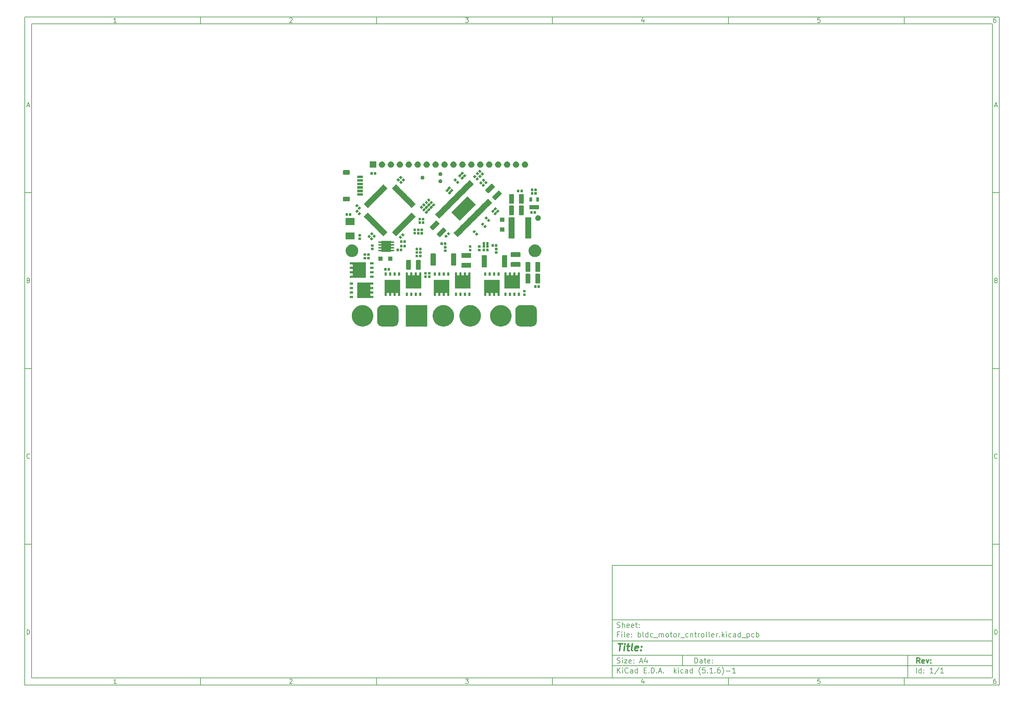
<source format=gbr>
G04 #@! TF.GenerationSoftware,KiCad,Pcbnew,(5.1.6)-1*
G04 #@! TF.CreationDate,2021-03-06T15:59:57+08:00*
G04 #@! TF.ProjectId,bldc_motor_cntroller,626c6463-5f6d-46f7-946f-725f636e7472,rev?*
G04 #@! TF.SameCoordinates,Original*
G04 #@! TF.FileFunction,Soldermask,Top*
G04 #@! TF.FilePolarity,Negative*
%FSLAX46Y46*%
G04 Gerber Fmt 4.6, Leading zero omitted, Abs format (unit mm)*
G04 Created by KiCad (PCBNEW (5.1.6)-1) date 2021-03-06 15:59:57*
%MOMM*%
%LPD*%
G01*
G04 APERTURE LIST*
%ADD10C,0.100000*%
%ADD11C,0.150000*%
%ADD12C,0.300000*%
%ADD13C,0.400000*%
G04 APERTURE END LIST*
D10*
D11*
X177002200Y-166007200D02*
X177002200Y-198007200D01*
X285002200Y-198007200D01*
X285002200Y-166007200D01*
X177002200Y-166007200D01*
D10*
D11*
X10000000Y-10000000D02*
X10000000Y-200007200D01*
X287002200Y-200007200D01*
X287002200Y-10000000D01*
X10000000Y-10000000D01*
D10*
D11*
X12000000Y-12000000D02*
X12000000Y-198007200D01*
X285002200Y-198007200D01*
X285002200Y-12000000D01*
X12000000Y-12000000D01*
D10*
D11*
X60000000Y-12000000D02*
X60000000Y-10000000D01*
D10*
D11*
X110000000Y-12000000D02*
X110000000Y-10000000D01*
D10*
D11*
X160000000Y-12000000D02*
X160000000Y-10000000D01*
D10*
D11*
X210000000Y-12000000D02*
X210000000Y-10000000D01*
D10*
D11*
X260000000Y-12000000D02*
X260000000Y-10000000D01*
D10*
D11*
X36065476Y-11588095D02*
X35322619Y-11588095D01*
X35694047Y-11588095D02*
X35694047Y-10288095D01*
X35570238Y-10473809D01*
X35446428Y-10597619D01*
X35322619Y-10659523D01*
D10*
D11*
X85322619Y-10411904D02*
X85384523Y-10350000D01*
X85508333Y-10288095D01*
X85817857Y-10288095D01*
X85941666Y-10350000D01*
X86003571Y-10411904D01*
X86065476Y-10535714D01*
X86065476Y-10659523D01*
X86003571Y-10845238D01*
X85260714Y-11588095D01*
X86065476Y-11588095D01*
D10*
D11*
X135260714Y-10288095D02*
X136065476Y-10288095D01*
X135632142Y-10783333D01*
X135817857Y-10783333D01*
X135941666Y-10845238D01*
X136003571Y-10907142D01*
X136065476Y-11030952D01*
X136065476Y-11340476D01*
X136003571Y-11464285D01*
X135941666Y-11526190D01*
X135817857Y-11588095D01*
X135446428Y-11588095D01*
X135322619Y-11526190D01*
X135260714Y-11464285D01*
D10*
D11*
X185941666Y-10721428D02*
X185941666Y-11588095D01*
X185632142Y-10226190D02*
X185322619Y-11154761D01*
X186127380Y-11154761D01*
D10*
D11*
X236003571Y-10288095D02*
X235384523Y-10288095D01*
X235322619Y-10907142D01*
X235384523Y-10845238D01*
X235508333Y-10783333D01*
X235817857Y-10783333D01*
X235941666Y-10845238D01*
X236003571Y-10907142D01*
X236065476Y-11030952D01*
X236065476Y-11340476D01*
X236003571Y-11464285D01*
X235941666Y-11526190D01*
X235817857Y-11588095D01*
X235508333Y-11588095D01*
X235384523Y-11526190D01*
X235322619Y-11464285D01*
D10*
D11*
X285941666Y-10288095D02*
X285694047Y-10288095D01*
X285570238Y-10350000D01*
X285508333Y-10411904D01*
X285384523Y-10597619D01*
X285322619Y-10845238D01*
X285322619Y-11340476D01*
X285384523Y-11464285D01*
X285446428Y-11526190D01*
X285570238Y-11588095D01*
X285817857Y-11588095D01*
X285941666Y-11526190D01*
X286003571Y-11464285D01*
X286065476Y-11340476D01*
X286065476Y-11030952D01*
X286003571Y-10907142D01*
X285941666Y-10845238D01*
X285817857Y-10783333D01*
X285570238Y-10783333D01*
X285446428Y-10845238D01*
X285384523Y-10907142D01*
X285322619Y-11030952D01*
D10*
D11*
X60000000Y-198007200D02*
X60000000Y-200007200D01*
D10*
D11*
X110000000Y-198007200D02*
X110000000Y-200007200D01*
D10*
D11*
X160000000Y-198007200D02*
X160000000Y-200007200D01*
D10*
D11*
X210000000Y-198007200D02*
X210000000Y-200007200D01*
D10*
D11*
X260000000Y-198007200D02*
X260000000Y-200007200D01*
D10*
D11*
X36065476Y-199595295D02*
X35322619Y-199595295D01*
X35694047Y-199595295D02*
X35694047Y-198295295D01*
X35570238Y-198481009D01*
X35446428Y-198604819D01*
X35322619Y-198666723D01*
D10*
D11*
X85322619Y-198419104D02*
X85384523Y-198357200D01*
X85508333Y-198295295D01*
X85817857Y-198295295D01*
X85941666Y-198357200D01*
X86003571Y-198419104D01*
X86065476Y-198542914D01*
X86065476Y-198666723D01*
X86003571Y-198852438D01*
X85260714Y-199595295D01*
X86065476Y-199595295D01*
D10*
D11*
X135260714Y-198295295D02*
X136065476Y-198295295D01*
X135632142Y-198790533D01*
X135817857Y-198790533D01*
X135941666Y-198852438D01*
X136003571Y-198914342D01*
X136065476Y-199038152D01*
X136065476Y-199347676D01*
X136003571Y-199471485D01*
X135941666Y-199533390D01*
X135817857Y-199595295D01*
X135446428Y-199595295D01*
X135322619Y-199533390D01*
X135260714Y-199471485D01*
D10*
D11*
X185941666Y-198728628D02*
X185941666Y-199595295D01*
X185632142Y-198233390D02*
X185322619Y-199161961D01*
X186127380Y-199161961D01*
D10*
D11*
X236003571Y-198295295D02*
X235384523Y-198295295D01*
X235322619Y-198914342D01*
X235384523Y-198852438D01*
X235508333Y-198790533D01*
X235817857Y-198790533D01*
X235941666Y-198852438D01*
X236003571Y-198914342D01*
X236065476Y-199038152D01*
X236065476Y-199347676D01*
X236003571Y-199471485D01*
X235941666Y-199533390D01*
X235817857Y-199595295D01*
X235508333Y-199595295D01*
X235384523Y-199533390D01*
X235322619Y-199471485D01*
D10*
D11*
X285941666Y-198295295D02*
X285694047Y-198295295D01*
X285570238Y-198357200D01*
X285508333Y-198419104D01*
X285384523Y-198604819D01*
X285322619Y-198852438D01*
X285322619Y-199347676D01*
X285384523Y-199471485D01*
X285446428Y-199533390D01*
X285570238Y-199595295D01*
X285817857Y-199595295D01*
X285941666Y-199533390D01*
X286003571Y-199471485D01*
X286065476Y-199347676D01*
X286065476Y-199038152D01*
X286003571Y-198914342D01*
X285941666Y-198852438D01*
X285817857Y-198790533D01*
X285570238Y-198790533D01*
X285446428Y-198852438D01*
X285384523Y-198914342D01*
X285322619Y-199038152D01*
D10*
D11*
X10000000Y-60000000D02*
X12000000Y-60000000D01*
D10*
D11*
X10000000Y-110000000D02*
X12000000Y-110000000D01*
D10*
D11*
X10000000Y-160000000D02*
X12000000Y-160000000D01*
D10*
D11*
X10690476Y-35216666D02*
X11309523Y-35216666D01*
X10566666Y-35588095D02*
X11000000Y-34288095D01*
X11433333Y-35588095D01*
D10*
D11*
X11092857Y-84907142D02*
X11278571Y-84969047D01*
X11340476Y-85030952D01*
X11402380Y-85154761D01*
X11402380Y-85340476D01*
X11340476Y-85464285D01*
X11278571Y-85526190D01*
X11154761Y-85588095D01*
X10659523Y-85588095D01*
X10659523Y-84288095D01*
X11092857Y-84288095D01*
X11216666Y-84350000D01*
X11278571Y-84411904D01*
X11340476Y-84535714D01*
X11340476Y-84659523D01*
X11278571Y-84783333D01*
X11216666Y-84845238D01*
X11092857Y-84907142D01*
X10659523Y-84907142D01*
D10*
D11*
X11402380Y-135464285D02*
X11340476Y-135526190D01*
X11154761Y-135588095D01*
X11030952Y-135588095D01*
X10845238Y-135526190D01*
X10721428Y-135402380D01*
X10659523Y-135278571D01*
X10597619Y-135030952D01*
X10597619Y-134845238D01*
X10659523Y-134597619D01*
X10721428Y-134473809D01*
X10845238Y-134350000D01*
X11030952Y-134288095D01*
X11154761Y-134288095D01*
X11340476Y-134350000D01*
X11402380Y-134411904D01*
D10*
D11*
X10659523Y-185588095D02*
X10659523Y-184288095D01*
X10969047Y-184288095D01*
X11154761Y-184350000D01*
X11278571Y-184473809D01*
X11340476Y-184597619D01*
X11402380Y-184845238D01*
X11402380Y-185030952D01*
X11340476Y-185278571D01*
X11278571Y-185402380D01*
X11154761Y-185526190D01*
X10969047Y-185588095D01*
X10659523Y-185588095D01*
D10*
D11*
X287002200Y-60000000D02*
X285002200Y-60000000D01*
D10*
D11*
X287002200Y-110000000D02*
X285002200Y-110000000D01*
D10*
D11*
X287002200Y-160000000D02*
X285002200Y-160000000D01*
D10*
D11*
X285692676Y-35216666D02*
X286311723Y-35216666D01*
X285568866Y-35588095D02*
X286002200Y-34288095D01*
X286435533Y-35588095D01*
D10*
D11*
X286095057Y-84907142D02*
X286280771Y-84969047D01*
X286342676Y-85030952D01*
X286404580Y-85154761D01*
X286404580Y-85340476D01*
X286342676Y-85464285D01*
X286280771Y-85526190D01*
X286156961Y-85588095D01*
X285661723Y-85588095D01*
X285661723Y-84288095D01*
X286095057Y-84288095D01*
X286218866Y-84350000D01*
X286280771Y-84411904D01*
X286342676Y-84535714D01*
X286342676Y-84659523D01*
X286280771Y-84783333D01*
X286218866Y-84845238D01*
X286095057Y-84907142D01*
X285661723Y-84907142D01*
D10*
D11*
X286404580Y-135464285D02*
X286342676Y-135526190D01*
X286156961Y-135588095D01*
X286033152Y-135588095D01*
X285847438Y-135526190D01*
X285723628Y-135402380D01*
X285661723Y-135278571D01*
X285599819Y-135030952D01*
X285599819Y-134845238D01*
X285661723Y-134597619D01*
X285723628Y-134473809D01*
X285847438Y-134350000D01*
X286033152Y-134288095D01*
X286156961Y-134288095D01*
X286342676Y-134350000D01*
X286404580Y-134411904D01*
D10*
D11*
X285661723Y-185588095D02*
X285661723Y-184288095D01*
X285971247Y-184288095D01*
X286156961Y-184350000D01*
X286280771Y-184473809D01*
X286342676Y-184597619D01*
X286404580Y-184845238D01*
X286404580Y-185030952D01*
X286342676Y-185278571D01*
X286280771Y-185402380D01*
X286156961Y-185526190D01*
X285971247Y-185588095D01*
X285661723Y-185588095D01*
D10*
D11*
X200434342Y-193785771D02*
X200434342Y-192285771D01*
X200791485Y-192285771D01*
X201005771Y-192357200D01*
X201148628Y-192500057D01*
X201220057Y-192642914D01*
X201291485Y-192928628D01*
X201291485Y-193142914D01*
X201220057Y-193428628D01*
X201148628Y-193571485D01*
X201005771Y-193714342D01*
X200791485Y-193785771D01*
X200434342Y-193785771D01*
X202577200Y-193785771D02*
X202577200Y-193000057D01*
X202505771Y-192857200D01*
X202362914Y-192785771D01*
X202077200Y-192785771D01*
X201934342Y-192857200D01*
X202577200Y-193714342D02*
X202434342Y-193785771D01*
X202077200Y-193785771D01*
X201934342Y-193714342D01*
X201862914Y-193571485D01*
X201862914Y-193428628D01*
X201934342Y-193285771D01*
X202077200Y-193214342D01*
X202434342Y-193214342D01*
X202577200Y-193142914D01*
X203077200Y-192785771D02*
X203648628Y-192785771D01*
X203291485Y-192285771D02*
X203291485Y-193571485D01*
X203362914Y-193714342D01*
X203505771Y-193785771D01*
X203648628Y-193785771D01*
X204720057Y-193714342D02*
X204577200Y-193785771D01*
X204291485Y-193785771D01*
X204148628Y-193714342D01*
X204077200Y-193571485D01*
X204077200Y-193000057D01*
X204148628Y-192857200D01*
X204291485Y-192785771D01*
X204577200Y-192785771D01*
X204720057Y-192857200D01*
X204791485Y-193000057D01*
X204791485Y-193142914D01*
X204077200Y-193285771D01*
X205434342Y-193642914D02*
X205505771Y-193714342D01*
X205434342Y-193785771D01*
X205362914Y-193714342D01*
X205434342Y-193642914D01*
X205434342Y-193785771D01*
X205434342Y-192857200D02*
X205505771Y-192928628D01*
X205434342Y-193000057D01*
X205362914Y-192928628D01*
X205434342Y-192857200D01*
X205434342Y-193000057D01*
D10*
D11*
X177002200Y-194507200D02*
X285002200Y-194507200D01*
D10*
D11*
X178434342Y-196585771D02*
X178434342Y-195085771D01*
X179291485Y-196585771D02*
X178648628Y-195728628D01*
X179291485Y-195085771D02*
X178434342Y-195942914D01*
X179934342Y-196585771D02*
X179934342Y-195585771D01*
X179934342Y-195085771D02*
X179862914Y-195157200D01*
X179934342Y-195228628D01*
X180005771Y-195157200D01*
X179934342Y-195085771D01*
X179934342Y-195228628D01*
X181505771Y-196442914D02*
X181434342Y-196514342D01*
X181220057Y-196585771D01*
X181077200Y-196585771D01*
X180862914Y-196514342D01*
X180720057Y-196371485D01*
X180648628Y-196228628D01*
X180577200Y-195942914D01*
X180577200Y-195728628D01*
X180648628Y-195442914D01*
X180720057Y-195300057D01*
X180862914Y-195157200D01*
X181077200Y-195085771D01*
X181220057Y-195085771D01*
X181434342Y-195157200D01*
X181505771Y-195228628D01*
X182791485Y-196585771D02*
X182791485Y-195800057D01*
X182720057Y-195657200D01*
X182577200Y-195585771D01*
X182291485Y-195585771D01*
X182148628Y-195657200D01*
X182791485Y-196514342D02*
X182648628Y-196585771D01*
X182291485Y-196585771D01*
X182148628Y-196514342D01*
X182077200Y-196371485D01*
X182077200Y-196228628D01*
X182148628Y-196085771D01*
X182291485Y-196014342D01*
X182648628Y-196014342D01*
X182791485Y-195942914D01*
X184148628Y-196585771D02*
X184148628Y-195085771D01*
X184148628Y-196514342D02*
X184005771Y-196585771D01*
X183720057Y-196585771D01*
X183577200Y-196514342D01*
X183505771Y-196442914D01*
X183434342Y-196300057D01*
X183434342Y-195871485D01*
X183505771Y-195728628D01*
X183577200Y-195657200D01*
X183720057Y-195585771D01*
X184005771Y-195585771D01*
X184148628Y-195657200D01*
X186005771Y-195800057D02*
X186505771Y-195800057D01*
X186720057Y-196585771D02*
X186005771Y-196585771D01*
X186005771Y-195085771D01*
X186720057Y-195085771D01*
X187362914Y-196442914D02*
X187434342Y-196514342D01*
X187362914Y-196585771D01*
X187291485Y-196514342D01*
X187362914Y-196442914D01*
X187362914Y-196585771D01*
X188077200Y-196585771D02*
X188077200Y-195085771D01*
X188434342Y-195085771D01*
X188648628Y-195157200D01*
X188791485Y-195300057D01*
X188862914Y-195442914D01*
X188934342Y-195728628D01*
X188934342Y-195942914D01*
X188862914Y-196228628D01*
X188791485Y-196371485D01*
X188648628Y-196514342D01*
X188434342Y-196585771D01*
X188077200Y-196585771D01*
X189577200Y-196442914D02*
X189648628Y-196514342D01*
X189577200Y-196585771D01*
X189505771Y-196514342D01*
X189577200Y-196442914D01*
X189577200Y-196585771D01*
X190220057Y-196157200D02*
X190934342Y-196157200D01*
X190077200Y-196585771D02*
X190577200Y-195085771D01*
X191077200Y-196585771D01*
X191577200Y-196442914D02*
X191648628Y-196514342D01*
X191577200Y-196585771D01*
X191505771Y-196514342D01*
X191577200Y-196442914D01*
X191577200Y-196585771D01*
X194577200Y-196585771D02*
X194577200Y-195085771D01*
X194720057Y-196014342D02*
X195148628Y-196585771D01*
X195148628Y-195585771D02*
X194577200Y-196157200D01*
X195791485Y-196585771D02*
X195791485Y-195585771D01*
X195791485Y-195085771D02*
X195720057Y-195157200D01*
X195791485Y-195228628D01*
X195862914Y-195157200D01*
X195791485Y-195085771D01*
X195791485Y-195228628D01*
X197148628Y-196514342D02*
X197005771Y-196585771D01*
X196720057Y-196585771D01*
X196577200Y-196514342D01*
X196505771Y-196442914D01*
X196434342Y-196300057D01*
X196434342Y-195871485D01*
X196505771Y-195728628D01*
X196577200Y-195657200D01*
X196720057Y-195585771D01*
X197005771Y-195585771D01*
X197148628Y-195657200D01*
X198434342Y-196585771D02*
X198434342Y-195800057D01*
X198362914Y-195657200D01*
X198220057Y-195585771D01*
X197934342Y-195585771D01*
X197791485Y-195657200D01*
X198434342Y-196514342D02*
X198291485Y-196585771D01*
X197934342Y-196585771D01*
X197791485Y-196514342D01*
X197720057Y-196371485D01*
X197720057Y-196228628D01*
X197791485Y-196085771D01*
X197934342Y-196014342D01*
X198291485Y-196014342D01*
X198434342Y-195942914D01*
X199791485Y-196585771D02*
X199791485Y-195085771D01*
X199791485Y-196514342D02*
X199648628Y-196585771D01*
X199362914Y-196585771D01*
X199220057Y-196514342D01*
X199148628Y-196442914D01*
X199077200Y-196300057D01*
X199077200Y-195871485D01*
X199148628Y-195728628D01*
X199220057Y-195657200D01*
X199362914Y-195585771D01*
X199648628Y-195585771D01*
X199791485Y-195657200D01*
X202077200Y-197157200D02*
X202005771Y-197085771D01*
X201862914Y-196871485D01*
X201791485Y-196728628D01*
X201720057Y-196514342D01*
X201648628Y-196157200D01*
X201648628Y-195871485D01*
X201720057Y-195514342D01*
X201791485Y-195300057D01*
X201862914Y-195157200D01*
X202005771Y-194942914D01*
X202077200Y-194871485D01*
X203362914Y-195085771D02*
X202648628Y-195085771D01*
X202577200Y-195800057D01*
X202648628Y-195728628D01*
X202791485Y-195657200D01*
X203148628Y-195657200D01*
X203291485Y-195728628D01*
X203362914Y-195800057D01*
X203434342Y-195942914D01*
X203434342Y-196300057D01*
X203362914Y-196442914D01*
X203291485Y-196514342D01*
X203148628Y-196585771D01*
X202791485Y-196585771D01*
X202648628Y-196514342D01*
X202577200Y-196442914D01*
X204077200Y-196442914D02*
X204148628Y-196514342D01*
X204077200Y-196585771D01*
X204005771Y-196514342D01*
X204077200Y-196442914D01*
X204077200Y-196585771D01*
X205577200Y-196585771D02*
X204720057Y-196585771D01*
X205148628Y-196585771D02*
X205148628Y-195085771D01*
X205005771Y-195300057D01*
X204862914Y-195442914D01*
X204720057Y-195514342D01*
X206220057Y-196442914D02*
X206291485Y-196514342D01*
X206220057Y-196585771D01*
X206148628Y-196514342D01*
X206220057Y-196442914D01*
X206220057Y-196585771D01*
X207577200Y-195085771D02*
X207291485Y-195085771D01*
X207148628Y-195157200D01*
X207077200Y-195228628D01*
X206934342Y-195442914D01*
X206862914Y-195728628D01*
X206862914Y-196300057D01*
X206934342Y-196442914D01*
X207005771Y-196514342D01*
X207148628Y-196585771D01*
X207434342Y-196585771D01*
X207577200Y-196514342D01*
X207648628Y-196442914D01*
X207720057Y-196300057D01*
X207720057Y-195942914D01*
X207648628Y-195800057D01*
X207577200Y-195728628D01*
X207434342Y-195657200D01*
X207148628Y-195657200D01*
X207005771Y-195728628D01*
X206934342Y-195800057D01*
X206862914Y-195942914D01*
X208220057Y-197157200D02*
X208291485Y-197085771D01*
X208434342Y-196871485D01*
X208505771Y-196728628D01*
X208577200Y-196514342D01*
X208648628Y-196157200D01*
X208648628Y-195871485D01*
X208577200Y-195514342D01*
X208505771Y-195300057D01*
X208434342Y-195157200D01*
X208291485Y-194942914D01*
X208220057Y-194871485D01*
X209362914Y-196014342D02*
X210505771Y-196014342D01*
X212005771Y-196585771D02*
X211148628Y-196585771D01*
X211577200Y-196585771D02*
X211577200Y-195085771D01*
X211434342Y-195300057D01*
X211291485Y-195442914D01*
X211148628Y-195514342D01*
D10*
D11*
X177002200Y-191507200D02*
X285002200Y-191507200D01*
D10*
D12*
X264411485Y-193785771D02*
X263911485Y-193071485D01*
X263554342Y-193785771D02*
X263554342Y-192285771D01*
X264125771Y-192285771D01*
X264268628Y-192357200D01*
X264340057Y-192428628D01*
X264411485Y-192571485D01*
X264411485Y-192785771D01*
X264340057Y-192928628D01*
X264268628Y-193000057D01*
X264125771Y-193071485D01*
X263554342Y-193071485D01*
X265625771Y-193714342D02*
X265482914Y-193785771D01*
X265197200Y-193785771D01*
X265054342Y-193714342D01*
X264982914Y-193571485D01*
X264982914Y-193000057D01*
X265054342Y-192857200D01*
X265197200Y-192785771D01*
X265482914Y-192785771D01*
X265625771Y-192857200D01*
X265697200Y-193000057D01*
X265697200Y-193142914D01*
X264982914Y-193285771D01*
X266197200Y-192785771D02*
X266554342Y-193785771D01*
X266911485Y-192785771D01*
X267482914Y-193642914D02*
X267554342Y-193714342D01*
X267482914Y-193785771D01*
X267411485Y-193714342D01*
X267482914Y-193642914D01*
X267482914Y-193785771D01*
X267482914Y-192857200D02*
X267554342Y-192928628D01*
X267482914Y-193000057D01*
X267411485Y-192928628D01*
X267482914Y-192857200D01*
X267482914Y-193000057D01*
D10*
D11*
X178362914Y-193714342D02*
X178577200Y-193785771D01*
X178934342Y-193785771D01*
X179077200Y-193714342D01*
X179148628Y-193642914D01*
X179220057Y-193500057D01*
X179220057Y-193357200D01*
X179148628Y-193214342D01*
X179077200Y-193142914D01*
X178934342Y-193071485D01*
X178648628Y-193000057D01*
X178505771Y-192928628D01*
X178434342Y-192857200D01*
X178362914Y-192714342D01*
X178362914Y-192571485D01*
X178434342Y-192428628D01*
X178505771Y-192357200D01*
X178648628Y-192285771D01*
X179005771Y-192285771D01*
X179220057Y-192357200D01*
X179862914Y-193785771D02*
X179862914Y-192785771D01*
X179862914Y-192285771D02*
X179791485Y-192357200D01*
X179862914Y-192428628D01*
X179934342Y-192357200D01*
X179862914Y-192285771D01*
X179862914Y-192428628D01*
X180434342Y-192785771D02*
X181220057Y-192785771D01*
X180434342Y-193785771D01*
X181220057Y-193785771D01*
X182362914Y-193714342D02*
X182220057Y-193785771D01*
X181934342Y-193785771D01*
X181791485Y-193714342D01*
X181720057Y-193571485D01*
X181720057Y-193000057D01*
X181791485Y-192857200D01*
X181934342Y-192785771D01*
X182220057Y-192785771D01*
X182362914Y-192857200D01*
X182434342Y-193000057D01*
X182434342Y-193142914D01*
X181720057Y-193285771D01*
X183077200Y-193642914D02*
X183148628Y-193714342D01*
X183077200Y-193785771D01*
X183005771Y-193714342D01*
X183077200Y-193642914D01*
X183077200Y-193785771D01*
X183077200Y-192857200D02*
X183148628Y-192928628D01*
X183077200Y-193000057D01*
X183005771Y-192928628D01*
X183077200Y-192857200D01*
X183077200Y-193000057D01*
X184862914Y-193357200D02*
X185577200Y-193357200D01*
X184720057Y-193785771D02*
X185220057Y-192285771D01*
X185720057Y-193785771D01*
X186862914Y-192785771D02*
X186862914Y-193785771D01*
X186505771Y-192214342D02*
X186148628Y-193285771D01*
X187077200Y-193285771D01*
D10*
D11*
X263434342Y-196585771D02*
X263434342Y-195085771D01*
X264791485Y-196585771D02*
X264791485Y-195085771D01*
X264791485Y-196514342D02*
X264648628Y-196585771D01*
X264362914Y-196585771D01*
X264220057Y-196514342D01*
X264148628Y-196442914D01*
X264077200Y-196300057D01*
X264077200Y-195871485D01*
X264148628Y-195728628D01*
X264220057Y-195657200D01*
X264362914Y-195585771D01*
X264648628Y-195585771D01*
X264791485Y-195657200D01*
X265505771Y-196442914D02*
X265577200Y-196514342D01*
X265505771Y-196585771D01*
X265434342Y-196514342D01*
X265505771Y-196442914D01*
X265505771Y-196585771D01*
X265505771Y-195657200D02*
X265577200Y-195728628D01*
X265505771Y-195800057D01*
X265434342Y-195728628D01*
X265505771Y-195657200D01*
X265505771Y-195800057D01*
X268148628Y-196585771D02*
X267291485Y-196585771D01*
X267720057Y-196585771D02*
X267720057Y-195085771D01*
X267577200Y-195300057D01*
X267434342Y-195442914D01*
X267291485Y-195514342D01*
X269862914Y-195014342D02*
X268577200Y-196942914D01*
X271148628Y-196585771D02*
X270291485Y-196585771D01*
X270720057Y-196585771D02*
X270720057Y-195085771D01*
X270577200Y-195300057D01*
X270434342Y-195442914D01*
X270291485Y-195514342D01*
D10*
D11*
X177002200Y-187507200D02*
X285002200Y-187507200D01*
D10*
D13*
X178714580Y-188211961D02*
X179857438Y-188211961D01*
X179036009Y-190211961D02*
X179286009Y-188211961D01*
X180274104Y-190211961D02*
X180440771Y-188878628D01*
X180524104Y-188211961D02*
X180416961Y-188307200D01*
X180500295Y-188402438D01*
X180607438Y-188307200D01*
X180524104Y-188211961D01*
X180500295Y-188402438D01*
X181107438Y-188878628D02*
X181869342Y-188878628D01*
X181476485Y-188211961D02*
X181262200Y-189926247D01*
X181333628Y-190116723D01*
X181512200Y-190211961D01*
X181702676Y-190211961D01*
X182655057Y-190211961D02*
X182476485Y-190116723D01*
X182405057Y-189926247D01*
X182619342Y-188211961D01*
X184190771Y-190116723D02*
X183988390Y-190211961D01*
X183607438Y-190211961D01*
X183428866Y-190116723D01*
X183357438Y-189926247D01*
X183452676Y-189164342D01*
X183571723Y-188973866D01*
X183774104Y-188878628D01*
X184155057Y-188878628D01*
X184333628Y-188973866D01*
X184405057Y-189164342D01*
X184381247Y-189354819D01*
X183405057Y-189545295D01*
X185155057Y-190021485D02*
X185238390Y-190116723D01*
X185131247Y-190211961D01*
X185047914Y-190116723D01*
X185155057Y-190021485D01*
X185131247Y-190211961D01*
X185286009Y-188973866D02*
X185369342Y-189069104D01*
X185262200Y-189164342D01*
X185178866Y-189069104D01*
X185286009Y-188973866D01*
X185262200Y-189164342D01*
D10*
D11*
X178934342Y-185600057D02*
X178434342Y-185600057D01*
X178434342Y-186385771D02*
X178434342Y-184885771D01*
X179148628Y-184885771D01*
X179720057Y-186385771D02*
X179720057Y-185385771D01*
X179720057Y-184885771D02*
X179648628Y-184957200D01*
X179720057Y-185028628D01*
X179791485Y-184957200D01*
X179720057Y-184885771D01*
X179720057Y-185028628D01*
X180648628Y-186385771D02*
X180505771Y-186314342D01*
X180434342Y-186171485D01*
X180434342Y-184885771D01*
X181791485Y-186314342D02*
X181648628Y-186385771D01*
X181362914Y-186385771D01*
X181220057Y-186314342D01*
X181148628Y-186171485D01*
X181148628Y-185600057D01*
X181220057Y-185457200D01*
X181362914Y-185385771D01*
X181648628Y-185385771D01*
X181791485Y-185457200D01*
X181862914Y-185600057D01*
X181862914Y-185742914D01*
X181148628Y-185885771D01*
X182505771Y-186242914D02*
X182577200Y-186314342D01*
X182505771Y-186385771D01*
X182434342Y-186314342D01*
X182505771Y-186242914D01*
X182505771Y-186385771D01*
X182505771Y-185457200D02*
X182577200Y-185528628D01*
X182505771Y-185600057D01*
X182434342Y-185528628D01*
X182505771Y-185457200D01*
X182505771Y-185600057D01*
X184362914Y-186385771D02*
X184362914Y-184885771D01*
X184362914Y-185457200D02*
X184505771Y-185385771D01*
X184791485Y-185385771D01*
X184934342Y-185457200D01*
X185005771Y-185528628D01*
X185077200Y-185671485D01*
X185077200Y-186100057D01*
X185005771Y-186242914D01*
X184934342Y-186314342D01*
X184791485Y-186385771D01*
X184505771Y-186385771D01*
X184362914Y-186314342D01*
X185934342Y-186385771D02*
X185791485Y-186314342D01*
X185720057Y-186171485D01*
X185720057Y-184885771D01*
X187148628Y-186385771D02*
X187148628Y-184885771D01*
X187148628Y-186314342D02*
X187005771Y-186385771D01*
X186720057Y-186385771D01*
X186577200Y-186314342D01*
X186505771Y-186242914D01*
X186434342Y-186100057D01*
X186434342Y-185671485D01*
X186505771Y-185528628D01*
X186577200Y-185457200D01*
X186720057Y-185385771D01*
X187005771Y-185385771D01*
X187148628Y-185457200D01*
X188505771Y-186314342D02*
X188362914Y-186385771D01*
X188077200Y-186385771D01*
X187934342Y-186314342D01*
X187862914Y-186242914D01*
X187791485Y-186100057D01*
X187791485Y-185671485D01*
X187862914Y-185528628D01*
X187934342Y-185457200D01*
X188077200Y-185385771D01*
X188362914Y-185385771D01*
X188505771Y-185457200D01*
X188791485Y-186528628D02*
X189934342Y-186528628D01*
X190291485Y-186385771D02*
X190291485Y-185385771D01*
X190291485Y-185528628D02*
X190362914Y-185457200D01*
X190505771Y-185385771D01*
X190720057Y-185385771D01*
X190862914Y-185457200D01*
X190934342Y-185600057D01*
X190934342Y-186385771D01*
X190934342Y-185600057D02*
X191005771Y-185457200D01*
X191148628Y-185385771D01*
X191362914Y-185385771D01*
X191505771Y-185457200D01*
X191577200Y-185600057D01*
X191577200Y-186385771D01*
X192505771Y-186385771D02*
X192362914Y-186314342D01*
X192291485Y-186242914D01*
X192220057Y-186100057D01*
X192220057Y-185671485D01*
X192291485Y-185528628D01*
X192362914Y-185457200D01*
X192505771Y-185385771D01*
X192720057Y-185385771D01*
X192862914Y-185457200D01*
X192934342Y-185528628D01*
X193005771Y-185671485D01*
X193005771Y-186100057D01*
X192934342Y-186242914D01*
X192862914Y-186314342D01*
X192720057Y-186385771D01*
X192505771Y-186385771D01*
X193434342Y-185385771D02*
X194005771Y-185385771D01*
X193648628Y-184885771D02*
X193648628Y-186171485D01*
X193720057Y-186314342D01*
X193862914Y-186385771D01*
X194005771Y-186385771D01*
X194720057Y-186385771D02*
X194577200Y-186314342D01*
X194505771Y-186242914D01*
X194434342Y-186100057D01*
X194434342Y-185671485D01*
X194505771Y-185528628D01*
X194577200Y-185457200D01*
X194720057Y-185385771D01*
X194934342Y-185385771D01*
X195077200Y-185457200D01*
X195148628Y-185528628D01*
X195220057Y-185671485D01*
X195220057Y-186100057D01*
X195148628Y-186242914D01*
X195077200Y-186314342D01*
X194934342Y-186385771D01*
X194720057Y-186385771D01*
X195862914Y-186385771D02*
X195862914Y-185385771D01*
X195862914Y-185671485D02*
X195934342Y-185528628D01*
X196005771Y-185457200D01*
X196148628Y-185385771D01*
X196291485Y-185385771D01*
X196434342Y-186528628D02*
X197577200Y-186528628D01*
X198577200Y-186314342D02*
X198434342Y-186385771D01*
X198148628Y-186385771D01*
X198005771Y-186314342D01*
X197934342Y-186242914D01*
X197862914Y-186100057D01*
X197862914Y-185671485D01*
X197934342Y-185528628D01*
X198005771Y-185457200D01*
X198148628Y-185385771D01*
X198434342Y-185385771D01*
X198577200Y-185457200D01*
X199220057Y-185385771D02*
X199220057Y-186385771D01*
X199220057Y-185528628D02*
X199291485Y-185457200D01*
X199434342Y-185385771D01*
X199648628Y-185385771D01*
X199791485Y-185457200D01*
X199862914Y-185600057D01*
X199862914Y-186385771D01*
X200362914Y-185385771D02*
X200934342Y-185385771D01*
X200577200Y-184885771D02*
X200577200Y-186171485D01*
X200648628Y-186314342D01*
X200791485Y-186385771D01*
X200934342Y-186385771D01*
X201434342Y-186385771D02*
X201434342Y-185385771D01*
X201434342Y-185671485D02*
X201505771Y-185528628D01*
X201577200Y-185457200D01*
X201720057Y-185385771D01*
X201862914Y-185385771D01*
X202577200Y-186385771D02*
X202434342Y-186314342D01*
X202362914Y-186242914D01*
X202291485Y-186100057D01*
X202291485Y-185671485D01*
X202362914Y-185528628D01*
X202434342Y-185457200D01*
X202577200Y-185385771D01*
X202791485Y-185385771D01*
X202934342Y-185457200D01*
X203005771Y-185528628D01*
X203077200Y-185671485D01*
X203077200Y-186100057D01*
X203005771Y-186242914D01*
X202934342Y-186314342D01*
X202791485Y-186385771D01*
X202577200Y-186385771D01*
X203934342Y-186385771D02*
X203791485Y-186314342D01*
X203720057Y-186171485D01*
X203720057Y-184885771D01*
X204720057Y-186385771D02*
X204577200Y-186314342D01*
X204505771Y-186171485D01*
X204505771Y-184885771D01*
X205862914Y-186314342D02*
X205720057Y-186385771D01*
X205434342Y-186385771D01*
X205291485Y-186314342D01*
X205220057Y-186171485D01*
X205220057Y-185600057D01*
X205291485Y-185457200D01*
X205434342Y-185385771D01*
X205720057Y-185385771D01*
X205862914Y-185457200D01*
X205934342Y-185600057D01*
X205934342Y-185742914D01*
X205220057Y-185885771D01*
X206577200Y-186385771D02*
X206577200Y-185385771D01*
X206577200Y-185671485D02*
X206648628Y-185528628D01*
X206720057Y-185457200D01*
X206862914Y-185385771D01*
X207005771Y-185385771D01*
X207505771Y-186242914D02*
X207577200Y-186314342D01*
X207505771Y-186385771D01*
X207434342Y-186314342D01*
X207505771Y-186242914D01*
X207505771Y-186385771D01*
X208220057Y-186385771D02*
X208220057Y-184885771D01*
X208362914Y-185814342D02*
X208791485Y-186385771D01*
X208791485Y-185385771D02*
X208220057Y-185957200D01*
X209434342Y-186385771D02*
X209434342Y-185385771D01*
X209434342Y-184885771D02*
X209362914Y-184957200D01*
X209434342Y-185028628D01*
X209505771Y-184957200D01*
X209434342Y-184885771D01*
X209434342Y-185028628D01*
X210791485Y-186314342D02*
X210648628Y-186385771D01*
X210362914Y-186385771D01*
X210220057Y-186314342D01*
X210148628Y-186242914D01*
X210077200Y-186100057D01*
X210077200Y-185671485D01*
X210148628Y-185528628D01*
X210220057Y-185457200D01*
X210362914Y-185385771D01*
X210648628Y-185385771D01*
X210791485Y-185457200D01*
X212077200Y-186385771D02*
X212077200Y-185600057D01*
X212005771Y-185457200D01*
X211862914Y-185385771D01*
X211577200Y-185385771D01*
X211434342Y-185457200D01*
X212077200Y-186314342D02*
X211934342Y-186385771D01*
X211577200Y-186385771D01*
X211434342Y-186314342D01*
X211362914Y-186171485D01*
X211362914Y-186028628D01*
X211434342Y-185885771D01*
X211577200Y-185814342D01*
X211934342Y-185814342D01*
X212077200Y-185742914D01*
X213434342Y-186385771D02*
X213434342Y-184885771D01*
X213434342Y-186314342D02*
X213291485Y-186385771D01*
X213005771Y-186385771D01*
X212862914Y-186314342D01*
X212791485Y-186242914D01*
X212720057Y-186100057D01*
X212720057Y-185671485D01*
X212791485Y-185528628D01*
X212862914Y-185457200D01*
X213005771Y-185385771D01*
X213291485Y-185385771D01*
X213434342Y-185457200D01*
X213791485Y-186528628D02*
X214934342Y-186528628D01*
X215291485Y-185385771D02*
X215291485Y-186885771D01*
X215291485Y-185457200D02*
X215434342Y-185385771D01*
X215720057Y-185385771D01*
X215862914Y-185457200D01*
X215934342Y-185528628D01*
X216005771Y-185671485D01*
X216005771Y-186100057D01*
X215934342Y-186242914D01*
X215862914Y-186314342D01*
X215720057Y-186385771D01*
X215434342Y-186385771D01*
X215291485Y-186314342D01*
X217291485Y-186314342D02*
X217148628Y-186385771D01*
X216862914Y-186385771D01*
X216720057Y-186314342D01*
X216648628Y-186242914D01*
X216577200Y-186100057D01*
X216577200Y-185671485D01*
X216648628Y-185528628D01*
X216720057Y-185457200D01*
X216862914Y-185385771D01*
X217148628Y-185385771D01*
X217291485Y-185457200D01*
X217934342Y-186385771D02*
X217934342Y-184885771D01*
X217934342Y-185457200D02*
X218077200Y-185385771D01*
X218362914Y-185385771D01*
X218505771Y-185457200D01*
X218577200Y-185528628D01*
X218648628Y-185671485D01*
X218648628Y-186100057D01*
X218577200Y-186242914D01*
X218505771Y-186314342D01*
X218362914Y-186385771D01*
X218077200Y-186385771D01*
X217934342Y-186314342D01*
D10*
D11*
X177002200Y-181507200D02*
X285002200Y-181507200D01*
D10*
D11*
X178362914Y-183614342D02*
X178577200Y-183685771D01*
X178934342Y-183685771D01*
X179077200Y-183614342D01*
X179148628Y-183542914D01*
X179220057Y-183400057D01*
X179220057Y-183257200D01*
X179148628Y-183114342D01*
X179077200Y-183042914D01*
X178934342Y-182971485D01*
X178648628Y-182900057D01*
X178505771Y-182828628D01*
X178434342Y-182757200D01*
X178362914Y-182614342D01*
X178362914Y-182471485D01*
X178434342Y-182328628D01*
X178505771Y-182257200D01*
X178648628Y-182185771D01*
X179005771Y-182185771D01*
X179220057Y-182257200D01*
X179862914Y-183685771D02*
X179862914Y-182185771D01*
X180505771Y-183685771D02*
X180505771Y-182900057D01*
X180434342Y-182757200D01*
X180291485Y-182685771D01*
X180077200Y-182685771D01*
X179934342Y-182757200D01*
X179862914Y-182828628D01*
X181791485Y-183614342D02*
X181648628Y-183685771D01*
X181362914Y-183685771D01*
X181220057Y-183614342D01*
X181148628Y-183471485D01*
X181148628Y-182900057D01*
X181220057Y-182757200D01*
X181362914Y-182685771D01*
X181648628Y-182685771D01*
X181791485Y-182757200D01*
X181862914Y-182900057D01*
X181862914Y-183042914D01*
X181148628Y-183185771D01*
X183077200Y-183614342D02*
X182934342Y-183685771D01*
X182648628Y-183685771D01*
X182505771Y-183614342D01*
X182434342Y-183471485D01*
X182434342Y-182900057D01*
X182505771Y-182757200D01*
X182648628Y-182685771D01*
X182934342Y-182685771D01*
X183077200Y-182757200D01*
X183148628Y-182900057D01*
X183148628Y-183042914D01*
X182434342Y-183185771D01*
X183577200Y-182685771D02*
X184148628Y-182685771D01*
X183791485Y-182185771D02*
X183791485Y-183471485D01*
X183862914Y-183614342D01*
X184005771Y-183685771D01*
X184148628Y-183685771D01*
X184648628Y-183542914D02*
X184720057Y-183614342D01*
X184648628Y-183685771D01*
X184577200Y-183614342D01*
X184648628Y-183542914D01*
X184648628Y-183685771D01*
X184648628Y-182757200D02*
X184720057Y-182828628D01*
X184648628Y-182900057D01*
X184577200Y-182828628D01*
X184648628Y-182757200D01*
X184648628Y-182900057D01*
D10*
D11*
X197002200Y-191507200D02*
X197002200Y-194507200D01*
D10*
D11*
X261002200Y-191507200D02*
X261002200Y-198007200D01*
D10*
G36*
X115073297Y-91977704D02*
G01*
X115347637Y-92060924D01*
X115600462Y-92196062D01*
X115822070Y-92377930D01*
X116003938Y-92599538D01*
X116139076Y-92852363D01*
X116222296Y-93126703D01*
X116251000Y-93418140D01*
X116251000Y-96581860D01*
X116222296Y-96873297D01*
X116139076Y-97147637D01*
X116003938Y-97400462D01*
X115822070Y-97622070D01*
X115600462Y-97803938D01*
X115347637Y-97939076D01*
X115073297Y-98022296D01*
X114781860Y-98051000D01*
X111618140Y-98051000D01*
X111326703Y-98022296D01*
X111052363Y-97939076D01*
X110799538Y-97803938D01*
X110577930Y-97622070D01*
X110396062Y-97400462D01*
X110260924Y-97147637D01*
X110177704Y-96873297D01*
X110149000Y-96581860D01*
X110149000Y-93418140D01*
X110177704Y-93126703D01*
X110260924Y-92852363D01*
X110396062Y-92599538D01*
X110577930Y-92377930D01*
X110799538Y-92196062D01*
X111052363Y-92060924D01*
X111326703Y-91977704D01*
X111618140Y-91949000D01*
X114781860Y-91949000D01*
X115073297Y-91977704D01*
G37*
G36*
X146189943Y-92066248D02*
G01*
X146745189Y-92296238D01*
X146867449Y-92377930D01*
X147244899Y-92630134D01*
X147669866Y-93055101D01*
X147669867Y-93055103D01*
X148003762Y-93554811D01*
X148233752Y-94110057D01*
X148351000Y-94699501D01*
X148351000Y-95300499D01*
X148233752Y-95889943D01*
X148003762Y-96445189D01*
X148003761Y-96445190D01*
X147669866Y-96944899D01*
X147244899Y-97369866D01*
X146993347Y-97537948D01*
X146745189Y-97703762D01*
X146189943Y-97933752D01*
X145600499Y-98051000D01*
X144999501Y-98051000D01*
X144410057Y-97933752D01*
X143854811Y-97703762D01*
X143606653Y-97537948D01*
X143355101Y-97369866D01*
X142930134Y-96944899D01*
X142596239Y-96445190D01*
X142596238Y-96445189D01*
X142366248Y-95889943D01*
X142249000Y-95300499D01*
X142249000Y-94699501D01*
X142366248Y-94110057D01*
X142596238Y-93554811D01*
X142930133Y-93055103D01*
X142930134Y-93055101D01*
X143355101Y-92630134D01*
X143732551Y-92377930D01*
X143854811Y-92296238D01*
X144410057Y-92066248D01*
X144999501Y-91949000D01*
X145600499Y-91949000D01*
X146189943Y-92066248D01*
G37*
G36*
X154373297Y-91977704D02*
G01*
X154647637Y-92060924D01*
X154900462Y-92196062D01*
X155122070Y-92377930D01*
X155303938Y-92599538D01*
X155439076Y-92852363D01*
X155522296Y-93126703D01*
X155551000Y-93418140D01*
X155551000Y-96581860D01*
X155522296Y-96873297D01*
X155439076Y-97147637D01*
X155303938Y-97400462D01*
X155122070Y-97622070D01*
X154900462Y-97803938D01*
X154647637Y-97939076D01*
X154373297Y-98022296D01*
X154081860Y-98051000D01*
X150918140Y-98051000D01*
X150626703Y-98022296D01*
X150352363Y-97939076D01*
X150099538Y-97803938D01*
X149877930Y-97622070D01*
X149696062Y-97400462D01*
X149560924Y-97147637D01*
X149477704Y-96873297D01*
X149449000Y-96581860D01*
X149449000Y-93418140D01*
X149477704Y-93126703D01*
X149560924Y-92852363D01*
X149696062Y-92599538D01*
X149877930Y-92377930D01*
X150099538Y-92196062D01*
X150352363Y-92060924D01*
X150626703Y-91977704D01*
X150918140Y-91949000D01*
X154081860Y-91949000D01*
X154373297Y-91977704D01*
G37*
G36*
X106889943Y-92066248D02*
G01*
X107445189Y-92296238D01*
X107567449Y-92377930D01*
X107944899Y-92630134D01*
X108369866Y-93055101D01*
X108369867Y-93055103D01*
X108703762Y-93554811D01*
X108933752Y-94110057D01*
X109051000Y-94699501D01*
X109051000Y-95300499D01*
X108933752Y-95889943D01*
X108703762Y-96445189D01*
X108703761Y-96445190D01*
X108369866Y-96944899D01*
X107944899Y-97369866D01*
X107693347Y-97537948D01*
X107445189Y-97703762D01*
X106889943Y-97933752D01*
X106300499Y-98051000D01*
X105699501Y-98051000D01*
X105110057Y-97933752D01*
X104554811Y-97703762D01*
X104306653Y-97537948D01*
X104055101Y-97369866D01*
X103630134Y-96944899D01*
X103296239Y-96445190D01*
X103296238Y-96445189D01*
X103066248Y-95889943D01*
X102949000Y-95300499D01*
X102949000Y-94699501D01*
X103066248Y-94110057D01*
X103296238Y-93554811D01*
X103630133Y-93055103D01*
X103630134Y-93055101D01*
X104055101Y-92630134D01*
X104432551Y-92377930D01*
X104554811Y-92296238D01*
X105110057Y-92066248D01*
X105699501Y-91949000D01*
X106300499Y-91949000D01*
X106889943Y-92066248D01*
G37*
G36*
X137215170Y-92007879D02*
G01*
X137509868Y-92066498D01*
X138065067Y-92296469D01*
X138350867Y-92487435D01*
X138564733Y-92630335D01*
X138989665Y-93055267D01*
X139132565Y-93269133D01*
X139323531Y-93554933D01*
X139553502Y-94110132D01*
X139670740Y-94699528D01*
X139670740Y-95300472D01*
X139553502Y-95889868D01*
X139323531Y-96445067D01*
X139132565Y-96730867D01*
X138989665Y-96944733D01*
X138564733Y-97369665D01*
X138350867Y-97512565D01*
X138065067Y-97703531D01*
X137509868Y-97933502D01*
X137215170Y-97992121D01*
X136920473Y-98050740D01*
X136319527Y-98050740D01*
X136024830Y-97992121D01*
X135730132Y-97933502D01*
X135174933Y-97703531D01*
X134889133Y-97512565D01*
X134675267Y-97369665D01*
X134250335Y-96944733D01*
X134107435Y-96730867D01*
X133916469Y-96445067D01*
X133686498Y-95889868D01*
X133569260Y-95300472D01*
X133569260Y-94699528D01*
X133686498Y-94110132D01*
X133916469Y-93554933D01*
X134107435Y-93269133D01*
X134250335Y-93055267D01*
X134675267Y-92630335D01*
X134889133Y-92487435D01*
X135174933Y-92296469D01*
X135730132Y-92066498D01*
X136024830Y-92007879D01*
X136319527Y-91949260D01*
X136920473Y-91949260D01*
X137215170Y-92007879D01*
G37*
G36*
X124430740Y-98050740D02*
G01*
X118329260Y-98050740D01*
X118329260Y-91949260D01*
X124430740Y-91949260D01*
X124430740Y-98050740D01*
G37*
G36*
X129595170Y-92007879D02*
G01*
X129889868Y-92066498D01*
X130445067Y-92296469D01*
X130730867Y-92487435D01*
X130944733Y-92630335D01*
X131369665Y-93055267D01*
X131512565Y-93269133D01*
X131703531Y-93554933D01*
X131933502Y-94110132D01*
X132050740Y-94699528D01*
X132050740Y-95300472D01*
X131933502Y-95889868D01*
X131703531Y-96445067D01*
X131512565Y-96730867D01*
X131369665Y-96944733D01*
X130944733Y-97369665D01*
X130730867Y-97512565D01*
X130445067Y-97703531D01*
X129889868Y-97933502D01*
X129595170Y-97992121D01*
X129300473Y-98050740D01*
X128699527Y-98050740D01*
X128404830Y-97992121D01*
X128110132Y-97933502D01*
X127554933Y-97703531D01*
X127269133Y-97512565D01*
X127055267Y-97369665D01*
X126630335Y-96944733D01*
X126487435Y-96730867D01*
X126296469Y-96445067D01*
X126066498Y-95889868D01*
X125949260Y-95300472D01*
X125949260Y-94699528D01*
X126066498Y-94110132D01*
X126296469Y-93554933D01*
X126487435Y-93269133D01*
X126630335Y-93055267D01*
X127055267Y-92630335D01*
X127269133Y-92487435D01*
X127554933Y-92296469D01*
X128110132Y-92066498D01*
X128404830Y-92007879D01*
X128699527Y-91949260D01*
X129300473Y-91949260D01*
X129595170Y-92007879D01*
G37*
G36*
X103326000Y-89956000D02*
G01*
X102374000Y-89956000D01*
X102374000Y-89354000D01*
X103326000Y-89354000D01*
X103326000Y-89956000D01*
G37*
G36*
X109074999Y-85544999D02*
G01*
X109075001Y-85545001D01*
X109075605Y-85551137D01*
X109075605Y-86138863D01*
X109075001Y-86144999D01*
X109074999Y-86145001D01*
X109068863Y-86145605D01*
X108400604Y-86145605D01*
X108376218Y-86148007D01*
X108352769Y-86155120D01*
X108331158Y-86166671D01*
X108312216Y-86182216D01*
X108296671Y-86201158D01*
X108285120Y-86222769D01*
X108278007Y-86246218D01*
X108275605Y-86270604D01*
X108275605Y-86689396D01*
X108278007Y-86713782D01*
X108285120Y-86737231D01*
X108296671Y-86758842D01*
X108312216Y-86777784D01*
X108331158Y-86793329D01*
X108352769Y-86804880D01*
X108376218Y-86811993D01*
X108400604Y-86814395D01*
X109068863Y-86814395D01*
X109074999Y-86814999D01*
X109075001Y-86815001D01*
X109075605Y-86821137D01*
X109075605Y-87408863D01*
X109075001Y-87414999D01*
X109074999Y-87415001D01*
X109068863Y-87415605D01*
X108400604Y-87415605D01*
X108376218Y-87418007D01*
X108352769Y-87425120D01*
X108331158Y-87436671D01*
X108312216Y-87452216D01*
X108296671Y-87471158D01*
X108285120Y-87492769D01*
X108278007Y-87516218D01*
X108275605Y-87540604D01*
X108275605Y-87959396D01*
X108278007Y-87983782D01*
X108285120Y-88007231D01*
X108296671Y-88028842D01*
X108312216Y-88047784D01*
X108331158Y-88063329D01*
X108352769Y-88074880D01*
X108376218Y-88081993D01*
X108400604Y-88084395D01*
X109068863Y-88084395D01*
X109074999Y-88084999D01*
X109075001Y-88085001D01*
X109075605Y-88091137D01*
X109075605Y-88678863D01*
X109075001Y-88684999D01*
X109074999Y-88685001D01*
X109068863Y-88685605D01*
X108400604Y-88685605D01*
X108376218Y-88688007D01*
X108352769Y-88695120D01*
X108331158Y-88706671D01*
X108312216Y-88722216D01*
X108296671Y-88741158D01*
X108285120Y-88762769D01*
X108278007Y-88786218D01*
X108275605Y-88810604D01*
X108275605Y-89229396D01*
X108278007Y-89253782D01*
X108285120Y-89277231D01*
X108296671Y-89298842D01*
X108312216Y-89317784D01*
X108331158Y-89333329D01*
X108352769Y-89344880D01*
X108376218Y-89351993D01*
X108400604Y-89354395D01*
X109068863Y-89354395D01*
X109074999Y-89354999D01*
X109075001Y-89355001D01*
X109075605Y-89361137D01*
X109075605Y-89948863D01*
X109075001Y-89954999D01*
X109074999Y-89955001D01*
X109068863Y-89955605D01*
X104531137Y-89955605D01*
X104525001Y-89955001D01*
X104524999Y-89954999D01*
X104524395Y-89948863D01*
X104524395Y-85551137D01*
X104524999Y-85545001D01*
X104525001Y-85544999D01*
X104531137Y-85544395D01*
X109068863Y-85544395D01*
X109074999Y-85544999D01*
G37*
G36*
X149436000Y-89376000D02*
G01*
X148834000Y-89376000D01*
X148834000Y-88424000D01*
X149436000Y-88424000D01*
X149436000Y-89376000D01*
G37*
G36*
X146896000Y-89376000D02*
G01*
X146294000Y-89376000D01*
X146294000Y-88424000D01*
X146896000Y-88424000D01*
X146896000Y-89376000D01*
G37*
G36*
X150706000Y-89376000D02*
G01*
X150104000Y-89376000D01*
X150104000Y-88424000D01*
X150706000Y-88424000D01*
X150706000Y-89376000D01*
G37*
G36*
X118896000Y-89376000D02*
G01*
X118294000Y-89376000D01*
X118294000Y-88424000D01*
X118896000Y-88424000D01*
X118896000Y-89376000D01*
G37*
G36*
X120166000Y-89376000D02*
G01*
X119564000Y-89376000D01*
X119564000Y-88424000D01*
X120166000Y-88424000D01*
X120166000Y-89376000D01*
G37*
G36*
X121436000Y-89376000D02*
G01*
X120834000Y-89376000D01*
X120834000Y-88424000D01*
X121436000Y-88424000D01*
X121436000Y-89376000D01*
G37*
G36*
X122706000Y-89376000D02*
G01*
X122104000Y-89376000D01*
X122104000Y-88424000D01*
X122706000Y-88424000D01*
X122706000Y-89376000D01*
G37*
G36*
X148166000Y-89376000D02*
G01*
X147564000Y-89376000D01*
X147564000Y-88424000D01*
X148166000Y-88424000D01*
X148166000Y-89376000D01*
G37*
G36*
X132896000Y-89376000D02*
G01*
X132294000Y-89376000D01*
X132294000Y-88424000D01*
X132896000Y-88424000D01*
X132896000Y-89376000D01*
G37*
G36*
X134166000Y-89376000D02*
G01*
X133564000Y-89376000D01*
X133564000Y-88424000D01*
X134166000Y-88424000D01*
X134166000Y-89376000D01*
G37*
G36*
X135436000Y-89376000D02*
G01*
X134834000Y-89376000D01*
X134834000Y-88424000D01*
X135436000Y-88424000D01*
X135436000Y-89376000D01*
G37*
G36*
X136706000Y-89376000D02*
G01*
X136104000Y-89376000D01*
X136104000Y-88424000D01*
X136706000Y-88424000D01*
X136706000Y-89376000D01*
G37*
G36*
X152281938Y-88641716D02*
G01*
X152302557Y-88647971D01*
X152321553Y-88658124D01*
X152338208Y-88671792D01*
X152351876Y-88688447D01*
X152362029Y-88707443D01*
X152368284Y-88728062D01*
X152371000Y-88755640D01*
X152371000Y-89214360D01*
X152368284Y-89241938D01*
X152362029Y-89262557D01*
X152351876Y-89281553D01*
X152338208Y-89298208D01*
X152321553Y-89311876D01*
X152302557Y-89322029D01*
X152281938Y-89328284D01*
X152254360Y-89331000D01*
X151745640Y-89331000D01*
X151718062Y-89328284D01*
X151697443Y-89322029D01*
X151678447Y-89311876D01*
X151661792Y-89298208D01*
X151648124Y-89281553D01*
X151637971Y-89262557D01*
X151631716Y-89241938D01*
X151629000Y-89214360D01*
X151629000Y-88755640D01*
X151631716Y-88728062D01*
X151637971Y-88707443D01*
X151648124Y-88688447D01*
X151661792Y-88671792D01*
X151678447Y-88658124D01*
X151697443Y-88647971D01*
X151718062Y-88641716D01*
X151745640Y-88639000D01*
X152254360Y-88639000D01*
X152281938Y-88641716D01*
G37*
G36*
X144954999Y-84774999D02*
G01*
X144955001Y-84775001D01*
X144955605Y-84781137D01*
X144955605Y-89318863D01*
X144955001Y-89324999D01*
X144954999Y-89325001D01*
X144948863Y-89325605D01*
X144361137Y-89325605D01*
X144355001Y-89325001D01*
X144354999Y-89324999D01*
X144354395Y-89318863D01*
X144354395Y-88650604D01*
X144351993Y-88626218D01*
X144344880Y-88602769D01*
X144333329Y-88581158D01*
X144317784Y-88562216D01*
X144298842Y-88546671D01*
X144277231Y-88535120D01*
X144253782Y-88528007D01*
X144229396Y-88525605D01*
X143810604Y-88525605D01*
X143786218Y-88528007D01*
X143762769Y-88535120D01*
X143741158Y-88546671D01*
X143722216Y-88562216D01*
X143706671Y-88581158D01*
X143695120Y-88602769D01*
X143688007Y-88626218D01*
X143685605Y-88650604D01*
X143685605Y-89318863D01*
X143685001Y-89324999D01*
X143684999Y-89325001D01*
X143678863Y-89325605D01*
X143091137Y-89325605D01*
X143085001Y-89325001D01*
X143084999Y-89324999D01*
X143084395Y-89318863D01*
X143084395Y-88650604D01*
X143081993Y-88626218D01*
X143074880Y-88602769D01*
X143063329Y-88581158D01*
X143047784Y-88562216D01*
X143028842Y-88546671D01*
X143007231Y-88535120D01*
X142983782Y-88528007D01*
X142959396Y-88525605D01*
X142540604Y-88525605D01*
X142516218Y-88528007D01*
X142492769Y-88535120D01*
X142471158Y-88546671D01*
X142452216Y-88562216D01*
X142436671Y-88581158D01*
X142425120Y-88602769D01*
X142418007Y-88626218D01*
X142415605Y-88650604D01*
X142415605Y-89318863D01*
X142415001Y-89324999D01*
X142414999Y-89325001D01*
X142408863Y-89325605D01*
X141821137Y-89325605D01*
X141815001Y-89325001D01*
X141814999Y-89324999D01*
X141814395Y-89318863D01*
X141814395Y-88650604D01*
X141811993Y-88626218D01*
X141804880Y-88602769D01*
X141793329Y-88581158D01*
X141777784Y-88562216D01*
X141758842Y-88546671D01*
X141737231Y-88535120D01*
X141713782Y-88528007D01*
X141689396Y-88525605D01*
X141270604Y-88525605D01*
X141246218Y-88528007D01*
X141222769Y-88535120D01*
X141201158Y-88546671D01*
X141182216Y-88562216D01*
X141166671Y-88581158D01*
X141155120Y-88602769D01*
X141148007Y-88626218D01*
X141145605Y-88650604D01*
X141145605Y-89318863D01*
X141145001Y-89324999D01*
X141144999Y-89325001D01*
X141138863Y-89325605D01*
X140551137Y-89325605D01*
X140545001Y-89325001D01*
X140544999Y-89324999D01*
X140544395Y-89318863D01*
X140544395Y-84781137D01*
X140544999Y-84775001D01*
X140545001Y-84774999D01*
X140551137Y-84774395D01*
X144948863Y-84774395D01*
X144954999Y-84774999D01*
G37*
G36*
X116704999Y-84774999D02*
G01*
X116705001Y-84775001D01*
X116705605Y-84781137D01*
X116705605Y-89318863D01*
X116705001Y-89324999D01*
X116704999Y-89325001D01*
X116698863Y-89325605D01*
X116111137Y-89325605D01*
X116105001Y-89325001D01*
X116104999Y-89324999D01*
X116104395Y-89318863D01*
X116104395Y-88650604D01*
X116101993Y-88626218D01*
X116094880Y-88602769D01*
X116083329Y-88581158D01*
X116067784Y-88562216D01*
X116048842Y-88546671D01*
X116027231Y-88535120D01*
X116003782Y-88528007D01*
X115979396Y-88525605D01*
X115560604Y-88525605D01*
X115536218Y-88528007D01*
X115512769Y-88535120D01*
X115491158Y-88546671D01*
X115472216Y-88562216D01*
X115456671Y-88581158D01*
X115445120Y-88602769D01*
X115438007Y-88626218D01*
X115435605Y-88650604D01*
X115435605Y-89318863D01*
X115435001Y-89324999D01*
X115434999Y-89325001D01*
X115428863Y-89325605D01*
X114841137Y-89325605D01*
X114835001Y-89325001D01*
X114834999Y-89324999D01*
X114834395Y-89318863D01*
X114834395Y-88650604D01*
X114831993Y-88626218D01*
X114824880Y-88602769D01*
X114813329Y-88581158D01*
X114797784Y-88562216D01*
X114778842Y-88546671D01*
X114757231Y-88535120D01*
X114733782Y-88528007D01*
X114709396Y-88525605D01*
X114290604Y-88525605D01*
X114266218Y-88528007D01*
X114242769Y-88535120D01*
X114221158Y-88546671D01*
X114202216Y-88562216D01*
X114186671Y-88581158D01*
X114175120Y-88602769D01*
X114168007Y-88626218D01*
X114165605Y-88650604D01*
X114165605Y-89318863D01*
X114165001Y-89324999D01*
X114164999Y-89325001D01*
X114158863Y-89325605D01*
X113571137Y-89325605D01*
X113565001Y-89325001D01*
X113564999Y-89324999D01*
X113564395Y-89318863D01*
X113564395Y-88650604D01*
X113561993Y-88626218D01*
X113554880Y-88602769D01*
X113543329Y-88581158D01*
X113527784Y-88562216D01*
X113508842Y-88546671D01*
X113487231Y-88535120D01*
X113463782Y-88528007D01*
X113439396Y-88525605D01*
X113020604Y-88525605D01*
X112996218Y-88528007D01*
X112972769Y-88535120D01*
X112951158Y-88546671D01*
X112932216Y-88562216D01*
X112916671Y-88581158D01*
X112905120Y-88602769D01*
X112898007Y-88626218D01*
X112895605Y-88650604D01*
X112895605Y-89318863D01*
X112895001Y-89324999D01*
X112894999Y-89325001D01*
X112888863Y-89325605D01*
X112301137Y-89325605D01*
X112295001Y-89325001D01*
X112294999Y-89324999D01*
X112294395Y-89318863D01*
X112294395Y-84781137D01*
X112294999Y-84775001D01*
X112295001Y-84774999D01*
X112301137Y-84774395D01*
X116698863Y-84774395D01*
X116704999Y-84774999D01*
G37*
G36*
X130704999Y-84774999D02*
G01*
X130705001Y-84775001D01*
X130705605Y-84781137D01*
X130705605Y-89318863D01*
X130705001Y-89324999D01*
X130704999Y-89325001D01*
X130698863Y-89325605D01*
X130111137Y-89325605D01*
X130105001Y-89325001D01*
X130104999Y-89324999D01*
X130104395Y-89318863D01*
X130104395Y-88650604D01*
X130101993Y-88626218D01*
X130094880Y-88602769D01*
X130083329Y-88581158D01*
X130067784Y-88562216D01*
X130048842Y-88546671D01*
X130027231Y-88535120D01*
X130003782Y-88528007D01*
X129979396Y-88525605D01*
X129560604Y-88525605D01*
X129536218Y-88528007D01*
X129512769Y-88535120D01*
X129491158Y-88546671D01*
X129472216Y-88562216D01*
X129456671Y-88581158D01*
X129445120Y-88602769D01*
X129438007Y-88626218D01*
X129435605Y-88650604D01*
X129435605Y-89318863D01*
X129435001Y-89324999D01*
X129434999Y-89325001D01*
X129428863Y-89325605D01*
X128841137Y-89325605D01*
X128835001Y-89325001D01*
X128834999Y-89324999D01*
X128834395Y-89318863D01*
X128834395Y-88650604D01*
X128831993Y-88626218D01*
X128824880Y-88602769D01*
X128813329Y-88581158D01*
X128797784Y-88562216D01*
X128778842Y-88546671D01*
X128757231Y-88535120D01*
X128733782Y-88528007D01*
X128709396Y-88525605D01*
X128290604Y-88525605D01*
X128266218Y-88528007D01*
X128242769Y-88535120D01*
X128221158Y-88546671D01*
X128202216Y-88562216D01*
X128186671Y-88581158D01*
X128175120Y-88602769D01*
X128168007Y-88626218D01*
X128165605Y-88650604D01*
X128165605Y-89318863D01*
X128165001Y-89324999D01*
X128164999Y-89325001D01*
X128158863Y-89325605D01*
X127571137Y-89325605D01*
X127565001Y-89325001D01*
X127564999Y-89324999D01*
X127564395Y-89318863D01*
X127564395Y-88650604D01*
X127561993Y-88626218D01*
X127554880Y-88602769D01*
X127543329Y-88581158D01*
X127527784Y-88562216D01*
X127508842Y-88546671D01*
X127487231Y-88535120D01*
X127463782Y-88528007D01*
X127439396Y-88525605D01*
X127020604Y-88525605D01*
X126996218Y-88528007D01*
X126972769Y-88535120D01*
X126951158Y-88546671D01*
X126932216Y-88562216D01*
X126916671Y-88581158D01*
X126905120Y-88602769D01*
X126898007Y-88626218D01*
X126895605Y-88650604D01*
X126895605Y-89318863D01*
X126895001Y-89324999D01*
X126894999Y-89325001D01*
X126888863Y-89325605D01*
X126301137Y-89325605D01*
X126295001Y-89325001D01*
X126294999Y-89324999D01*
X126294395Y-89318863D01*
X126294395Y-84781137D01*
X126294999Y-84775001D01*
X126295001Y-84774999D01*
X126301137Y-84774395D01*
X130698863Y-84774395D01*
X130704999Y-84774999D01*
G37*
G36*
X103326000Y-88686000D02*
G01*
X102374000Y-88686000D01*
X102374000Y-88084000D01*
X103326000Y-88084000D01*
X103326000Y-88686000D01*
G37*
G36*
X152281938Y-87671716D02*
G01*
X152302557Y-87677971D01*
X152321553Y-87688124D01*
X152338208Y-87701792D01*
X152351876Y-87718447D01*
X152362029Y-87737443D01*
X152368284Y-87758062D01*
X152371000Y-87785640D01*
X152371000Y-88244360D01*
X152368284Y-88271938D01*
X152362029Y-88292557D01*
X152351876Y-88311553D01*
X152338208Y-88328208D01*
X152321553Y-88341876D01*
X152302557Y-88352029D01*
X152281938Y-88358284D01*
X152254360Y-88361000D01*
X151745640Y-88361000D01*
X151718062Y-88358284D01*
X151697443Y-88352029D01*
X151678447Y-88341876D01*
X151661792Y-88328208D01*
X151648124Y-88311553D01*
X151637971Y-88292557D01*
X151631716Y-88271938D01*
X151629000Y-88244360D01*
X151629000Y-87785640D01*
X151631716Y-87758062D01*
X151637971Y-87737443D01*
X151648124Y-87718447D01*
X151661792Y-87701792D01*
X151678447Y-87688124D01*
X151697443Y-87677971D01*
X151718062Y-87671716D01*
X151745640Y-87669000D01*
X152254360Y-87669000D01*
X152281938Y-87671716D01*
G37*
G36*
X103326000Y-87416000D02*
G01*
X102374000Y-87416000D01*
X102374000Y-86814000D01*
X103326000Y-86814000D01*
X103326000Y-87416000D01*
G37*
G36*
X132894999Y-82674999D02*
G01*
X132895001Y-82675001D01*
X132895605Y-82681137D01*
X132895605Y-83349396D01*
X132898007Y-83373782D01*
X132905120Y-83397231D01*
X132916671Y-83418842D01*
X132932216Y-83437784D01*
X132951158Y-83453329D01*
X132972769Y-83464880D01*
X132996218Y-83471993D01*
X133020604Y-83474395D01*
X133439396Y-83474395D01*
X133463782Y-83471993D01*
X133487231Y-83464880D01*
X133508842Y-83453329D01*
X133527784Y-83437784D01*
X133543329Y-83418842D01*
X133554880Y-83397231D01*
X133561993Y-83373782D01*
X133564395Y-83349396D01*
X133564395Y-82681137D01*
X133564999Y-82675001D01*
X133565001Y-82674999D01*
X133571137Y-82674395D01*
X134158863Y-82674395D01*
X134164999Y-82674999D01*
X134165001Y-82675001D01*
X134165605Y-82681137D01*
X134165605Y-83349396D01*
X134168007Y-83373782D01*
X134175120Y-83397231D01*
X134186671Y-83418842D01*
X134202216Y-83437784D01*
X134221158Y-83453329D01*
X134242769Y-83464880D01*
X134266218Y-83471993D01*
X134290604Y-83474395D01*
X134709396Y-83474395D01*
X134733782Y-83471993D01*
X134757231Y-83464880D01*
X134778842Y-83453329D01*
X134797784Y-83437784D01*
X134813329Y-83418842D01*
X134824880Y-83397231D01*
X134831993Y-83373782D01*
X134834395Y-83349396D01*
X134834395Y-82681137D01*
X134834999Y-82675001D01*
X134835001Y-82674999D01*
X134841137Y-82674395D01*
X135428863Y-82674395D01*
X135434999Y-82674999D01*
X135435001Y-82675001D01*
X135435605Y-82681137D01*
X135435605Y-83349396D01*
X135438007Y-83373782D01*
X135445120Y-83397231D01*
X135456671Y-83418842D01*
X135472216Y-83437784D01*
X135491158Y-83453329D01*
X135512769Y-83464880D01*
X135536218Y-83471993D01*
X135560604Y-83474395D01*
X135979396Y-83474395D01*
X136003782Y-83471993D01*
X136027231Y-83464880D01*
X136048842Y-83453329D01*
X136067784Y-83437784D01*
X136083329Y-83418842D01*
X136094880Y-83397231D01*
X136101993Y-83373782D01*
X136104395Y-83349396D01*
X136104395Y-82681137D01*
X136104999Y-82675001D01*
X136105001Y-82674999D01*
X136111137Y-82674395D01*
X136698863Y-82674395D01*
X136704999Y-82674999D01*
X136705001Y-82675001D01*
X136705605Y-82681137D01*
X136705605Y-87218863D01*
X136705001Y-87224999D01*
X136704999Y-87225001D01*
X136698863Y-87225605D01*
X132301137Y-87225605D01*
X132295001Y-87225001D01*
X132294999Y-87224999D01*
X132294395Y-87218863D01*
X132294395Y-82681137D01*
X132294999Y-82675001D01*
X132295001Y-82674999D01*
X132301137Y-82674395D01*
X132888863Y-82674395D01*
X132894999Y-82674999D01*
G37*
G36*
X146894999Y-82674999D02*
G01*
X146895001Y-82675001D01*
X146895605Y-82681137D01*
X146895605Y-83349396D01*
X146898007Y-83373782D01*
X146905120Y-83397231D01*
X146916671Y-83418842D01*
X146932216Y-83437784D01*
X146951158Y-83453329D01*
X146972769Y-83464880D01*
X146996218Y-83471993D01*
X147020604Y-83474395D01*
X147439396Y-83474395D01*
X147463782Y-83471993D01*
X147487231Y-83464880D01*
X147508842Y-83453329D01*
X147527784Y-83437784D01*
X147543329Y-83418842D01*
X147554880Y-83397231D01*
X147561993Y-83373782D01*
X147564395Y-83349396D01*
X147564395Y-82681137D01*
X147564999Y-82675001D01*
X147565001Y-82674999D01*
X147571137Y-82674395D01*
X148158863Y-82674395D01*
X148164999Y-82674999D01*
X148165001Y-82675001D01*
X148165605Y-82681137D01*
X148165605Y-83349396D01*
X148168007Y-83373782D01*
X148175120Y-83397231D01*
X148186671Y-83418842D01*
X148202216Y-83437784D01*
X148221158Y-83453329D01*
X148242769Y-83464880D01*
X148266218Y-83471993D01*
X148290604Y-83474395D01*
X148709396Y-83474395D01*
X148733782Y-83471993D01*
X148757231Y-83464880D01*
X148778842Y-83453329D01*
X148797784Y-83437784D01*
X148813329Y-83418842D01*
X148824880Y-83397231D01*
X148831993Y-83373782D01*
X148834395Y-83349396D01*
X148834395Y-82681137D01*
X148834999Y-82675001D01*
X148835001Y-82674999D01*
X148841137Y-82674395D01*
X149428863Y-82674395D01*
X149434999Y-82674999D01*
X149435001Y-82675001D01*
X149435605Y-82681137D01*
X149435605Y-83349396D01*
X149438007Y-83373782D01*
X149445120Y-83397231D01*
X149456671Y-83418842D01*
X149472216Y-83437784D01*
X149491158Y-83453329D01*
X149512769Y-83464880D01*
X149536218Y-83471993D01*
X149560604Y-83474395D01*
X149979396Y-83474395D01*
X150003782Y-83471993D01*
X150027231Y-83464880D01*
X150048842Y-83453329D01*
X150067784Y-83437784D01*
X150083329Y-83418842D01*
X150094880Y-83397231D01*
X150101993Y-83373782D01*
X150104395Y-83349396D01*
X150104395Y-82681137D01*
X150104999Y-82675001D01*
X150105001Y-82674999D01*
X150111137Y-82674395D01*
X150698863Y-82674395D01*
X150704999Y-82674999D01*
X150705001Y-82675001D01*
X150705605Y-82681137D01*
X150705605Y-87218863D01*
X150705001Y-87224999D01*
X150704999Y-87225001D01*
X150698863Y-87225605D01*
X146301137Y-87225605D01*
X146295001Y-87225001D01*
X146294999Y-87224999D01*
X146294395Y-87218863D01*
X146294395Y-82681137D01*
X146294999Y-82675001D01*
X146295001Y-82674999D01*
X146301137Y-82674395D01*
X146888863Y-82674395D01*
X146894999Y-82674999D01*
G37*
G36*
X118894999Y-82674999D02*
G01*
X118895001Y-82675001D01*
X118895605Y-82681137D01*
X118895605Y-83349396D01*
X118898007Y-83373782D01*
X118905120Y-83397231D01*
X118916671Y-83418842D01*
X118932216Y-83437784D01*
X118951158Y-83453329D01*
X118972769Y-83464880D01*
X118996218Y-83471993D01*
X119020604Y-83474395D01*
X119439396Y-83474395D01*
X119463782Y-83471993D01*
X119487231Y-83464880D01*
X119508842Y-83453329D01*
X119527784Y-83437784D01*
X119543329Y-83418842D01*
X119554880Y-83397231D01*
X119561993Y-83373782D01*
X119564395Y-83349396D01*
X119564395Y-82681137D01*
X119564999Y-82675001D01*
X119565001Y-82674999D01*
X119571137Y-82674395D01*
X120158863Y-82674395D01*
X120164999Y-82674999D01*
X120165001Y-82675001D01*
X120165605Y-82681137D01*
X120165605Y-83349396D01*
X120168007Y-83373782D01*
X120175120Y-83397231D01*
X120186671Y-83418842D01*
X120202216Y-83437784D01*
X120221158Y-83453329D01*
X120242769Y-83464880D01*
X120266218Y-83471993D01*
X120290604Y-83474395D01*
X120709396Y-83474395D01*
X120733782Y-83471993D01*
X120757231Y-83464880D01*
X120778842Y-83453329D01*
X120797784Y-83437784D01*
X120813329Y-83418842D01*
X120824880Y-83397231D01*
X120831993Y-83373782D01*
X120834395Y-83349396D01*
X120834395Y-82681137D01*
X120834999Y-82675001D01*
X120835001Y-82674999D01*
X120841137Y-82674395D01*
X121428863Y-82674395D01*
X121434999Y-82674999D01*
X121435001Y-82675001D01*
X121435605Y-82681137D01*
X121435605Y-83349396D01*
X121438007Y-83373782D01*
X121445120Y-83397231D01*
X121456671Y-83418842D01*
X121472216Y-83437784D01*
X121491158Y-83453329D01*
X121512769Y-83464880D01*
X121536218Y-83471993D01*
X121560604Y-83474395D01*
X121979396Y-83474395D01*
X122003782Y-83471993D01*
X122027231Y-83464880D01*
X122048842Y-83453329D01*
X122067784Y-83437784D01*
X122083329Y-83418842D01*
X122094880Y-83397231D01*
X122101993Y-83373782D01*
X122104395Y-83349396D01*
X122104395Y-82681137D01*
X122104999Y-82675001D01*
X122105001Y-82674999D01*
X122111137Y-82674395D01*
X122698863Y-82674395D01*
X122704999Y-82674999D01*
X122705001Y-82675001D01*
X122705605Y-82681137D01*
X122705605Y-87218863D01*
X122705001Y-87224999D01*
X122704999Y-87225001D01*
X122698863Y-87225605D01*
X118301137Y-87225605D01*
X118295001Y-87225001D01*
X118294999Y-87224999D01*
X118294395Y-87218863D01*
X118294395Y-82681137D01*
X118294999Y-82675001D01*
X118295001Y-82674999D01*
X118301137Y-82674395D01*
X118888863Y-82674395D01*
X118894999Y-82674999D01*
G37*
G36*
X155371938Y-86331716D02*
G01*
X155392557Y-86337971D01*
X155411553Y-86348124D01*
X155428208Y-86361792D01*
X155441876Y-86378447D01*
X155452029Y-86397443D01*
X155458284Y-86418062D01*
X155461000Y-86445640D01*
X155461000Y-86954360D01*
X155458284Y-86981938D01*
X155452029Y-87002557D01*
X155441876Y-87021553D01*
X155428208Y-87038208D01*
X155411553Y-87051876D01*
X155392557Y-87062029D01*
X155371938Y-87068284D01*
X155344360Y-87071000D01*
X154885640Y-87071000D01*
X154858062Y-87068284D01*
X154837443Y-87062029D01*
X154818447Y-87051876D01*
X154801792Y-87038208D01*
X154788124Y-87021553D01*
X154777971Y-87002557D01*
X154771716Y-86981938D01*
X154769000Y-86954360D01*
X154769000Y-86445640D01*
X154771716Y-86418062D01*
X154777971Y-86397443D01*
X154788124Y-86378447D01*
X154801792Y-86361792D01*
X154818447Y-86348124D01*
X154837443Y-86337971D01*
X154858062Y-86331716D01*
X154885640Y-86329000D01*
X155344360Y-86329000D01*
X155371938Y-86331716D01*
G37*
G36*
X156341938Y-86331716D02*
G01*
X156362557Y-86337971D01*
X156381553Y-86348124D01*
X156398208Y-86361792D01*
X156411876Y-86378447D01*
X156422029Y-86397443D01*
X156428284Y-86418062D01*
X156431000Y-86445640D01*
X156431000Y-86954360D01*
X156428284Y-86981938D01*
X156422029Y-87002557D01*
X156411876Y-87021553D01*
X156398208Y-87038208D01*
X156381553Y-87051876D01*
X156362557Y-87062029D01*
X156341938Y-87068284D01*
X156314360Y-87071000D01*
X155855640Y-87071000D01*
X155828062Y-87068284D01*
X155807443Y-87062029D01*
X155788447Y-87051876D01*
X155771792Y-87038208D01*
X155758124Y-87021553D01*
X155747971Y-87002557D01*
X155741716Y-86981938D01*
X155739000Y-86954360D01*
X155739000Y-86445640D01*
X155741716Y-86418062D01*
X155747971Y-86397443D01*
X155758124Y-86378447D01*
X155771792Y-86361792D01*
X155788447Y-86348124D01*
X155807443Y-86337971D01*
X155828062Y-86331716D01*
X155855640Y-86329000D01*
X156314360Y-86329000D01*
X156341938Y-86331716D01*
G37*
G36*
X103326000Y-86146000D02*
G01*
X102374000Y-86146000D01*
X102374000Y-85544000D01*
X103326000Y-85544000D01*
X103326000Y-86146000D01*
G37*
G36*
X156318604Y-83028347D02*
G01*
X156355144Y-83039432D01*
X156388821Y-83057433D01*
X156418341Y-83081659D01*
X156442567Y-83111179D01*
X156460568Y-83144856D01*
X156471653Y-83181396D01*
X156476000Y-83225538D01*
X156476000Y-85574462D01*
X156471653Y-85618604D01*
X156460568Y-85655144D01*
X156442567Y-85688821D01*
X156418341Y-85718341D01*
X156388821Y-85742567D01*
X156355144Y-85760568D01*
X156318604Y-85771653D01*
X156274462Y-85776000D01*
X155325538Y-85776000D01*
X155281396Y-85771653D01*
X155244856Y-85760568D01*
X155211179Y-85742567D01*
X155181659Y-85718341D01*
X155157433Y-85688821D01*
X155139432Y-85655144D01*
X155128347Y-85618604D01*
X155124000Y-85574462D01*
X155124000Y-83225538D01*
X155128347Y-83181396D01*
X155139432Y-83144856D01*
X155157433Y-83111179D01*
X155181659Y-83081659D01*
X155211179Y-83057433D01*
X155244856Y-83039432D01*
X155281396Y-83028347D01*
X155325538Y-83024000D01*
X156274462Y-83024000D01*
X156318604Y-83028347D01*
G37*
G36*
X153518604Y-83028347D02*
G01*
X153555144Y-83039432D01*
X153588821Y-83057433D01*
X153618341Y-83081659D01*
X153642567Y-83111179D01*
X153660568Y-83144856D01*
X153671653Y-83181396D01*
X153676000Y-83225538D01*
X153676000Y-85574462D01*
X153671653Y-85618604D01*
X153660568Y-85655144D01*
X153642567Y-85688821D01*
X153618341Y-85718341D01*
X153588821Y-85742567D01*
X153555144Y-85760568D01*
X153518604Y-85771653D01*
X153474462Y-85776000D01*
X152525538Y-85776000D01*
X152481396Y-85771653D01*
X152444856Y-85760568D01*
X152411179Y-85742567D01*
X152381659Y-85718341D01*
X152357433Y-85688821D01*
X152339432Y-85655144D01*
X152328347Y-85618604D01*
X152324000Y-85574462D01*
X152324000Y-83225538D01*
X152328347Y-83181396D01*
X152339432Y-83144856D01*
X152357433Y-83111179D01*
X152381659Y-83081659D01*
X152411179Y-83057433D01*
X152444856Y-83039432D01*
X152481396Y-83028347D01*
X152525538Y-83024000D01*
X153474462Y-83024000D01*
X153518604Y-83028347D01*
G37*
G36*
X125281938Y-83541716D02*
G01*
X125302557Y-83547971D01*
X125321553Y-83558124D01*
X125338208Y-83571792D01*
X125351876Y-83588447D01*
X125362029Y-83607443D01*
X125368284Y-83628062D01*
X125371000Y-83655640D01*
X125371000Y-84114360D01*
X125368284Y-84141938D01*
X125362029Y-84162557D01*
X125351876Y-84181553D01*
X125338208Y-84198208D01*
X125321553Y-84211876D01*
X125302557Y-84222029D01*
X125281938Y-84228284D01*
X125254360Y-84231000D01*
X124745640Y-84231000D01*
X124718062Y-84228284D01*
X124697443Y-84222029D01*
X124678447Y-84211876D01*
X124661792Y-84198208D01*
X124648124Y-84181553D01*
X124637971Y-84162557D01*
X124631716Y-84141938D01*
X124629000Y-84114360D01*
X124629000Y-83655640D01*
X124631716Y-83628062D01*
X124637971Y-83607443D01*
X124648124Y-83588447D01*
X124661792Y-83571792D01*
X124678447Y-83558124D01*
X124697443Y-83547971D01*
X124718062Y-83541716D01*
X124745640Y-83539000D01*
X125254360Y-83539000D01*
X125281938Y-83541716D01*
G37*
G36*
X124181938Y-83541716D02*
G01*
X124202557Y-83547971D01*
X124221553Y-83558124D01*
X124238208Y-83571792D01*
X124251876Y-83588447D01*
X124262029Y-83607443D01*
X124268284Y-83628062D01*
X124271000Y-83655640D01*
X124271000Y-84114360D01*
X124268284Y-84141938D01*
X124262029Y-84162557D01*
X124251876Y-84181553D01*
X124238208Y-84198208D01*
X124221553Y-84211876D01*
X124202557Y-84222029D01*
X124181938Y-84228284D01*
X124154360Y-84231000D01*
X123645640Y-84231000D01*
X123618062Y-84228284D01*
X123597443Y-84222029D01*
X123578447Y-84211876D01*
X123561792Y-84198208D01*
X123548124Y-84181553D01*
X123537971Y-84162557D01*
X123531716Y-84141938D01*
X123529000Y-84114360D01*
X123529000Y-83655640D01*
X123531716Y-83628062D01*
X123537971Y-83607443D01*
X123548124Y-83588447D01*
X123561792Y-83571792D01*
X123578447Y-83558124D01*
X123597443Y-83547971D01*
X123618062Y-83541716D01*
X123645640Y-83539000D01*
X124154360Y-83539000D01*
X124181938Y-83541716D01*
G37*
G36*
X109126000Y-84206000D02*
G01*
X108174000Y-84206000D01*
X108174000Y-83604000D01*
X109126000Y-83604000D01*
X109126000Y-84206000D01*
G37*
G36*
X106974999Y-79794999D02*
G01*
X106975001Y-79795001D01*
X106975605Y-79801137D01*
X106975605Y-84198863D01*
X106975001Y-84204999D01*
X106974999Y-84205001D01*
X106968863Y-84205605D01*
X102431137Y-84205605D01*
X102425001Y-84205001D01*
X102424999Y-84204999D01*
X102424395Y-84198863D01*
X102424395Y-83611137D01*
X102424999Y-83605001D01*
X102425001Y-83604999D01*
X102431137Y-83604395D01*
X103099396Y-83604395D01*
X103123782Y-83601993D01*
X103147231Y-83594880D01*
X103168842Y-83583329D01*
X103187784Y-83567784D01*
X103203329Y-83548842D01*
X103214880Y-83527231D01*
X103221993Y-83503782D01*
X103224395Y-83479396D01*
X103224395Y-83060604D01*
X103221993Y-83036218D01*
X103214880Y-83012769D01*
X103203329Y-82991158D01*
X103187784Y-82972216D01*
X103168842Y-82956671D01*
X103147231Y-82945120D01*
X103123782Y-82938007D01*
X103099396Y-82935605D01*
X102431137Y-82935605D01*
X102425001Y-82935001D01*
X102424999Y-82934999D01*
X102424395Y-82928863D01*
X102424395Y-82341137D01*
X102424999Y-82335001D01*
X102425001Y-82334999D01*
X102431137Y-82334395D01*
X103099396Y-82334395D01*
X103123782Y-82331993D01*
X103147231Y-82324880D01*
X103168842Y-82313329D01*
X103187784Y-82297784D01*
X103203329Y-82278842D01*
X103214880Y-82257231D01*
X103221993Y-82233782D01*
X103224395Y-82209396D01*
X103224395Y-81790604D01*
X103221993Y-81766218D01*
X103214880Y-81742769D01*
X103203329Y-81721158D01*
X103187784Y-81702216D01*
X103168842Y-81686671D01*
X103147231Y-81675120D01*
X103123782Y-81668007D01*
X103099396Y-81665605D01*
X102431137Y-81665605D01*
X102425001Y-81665001D01*
X102424999Y-81664999D01*
X102424395Y-81658863D01*
X102424395Y-81071137D01*
X102424999Y-81065001D01*
X102425001Y-81064999D01*
X102431137Y-81064395D01*
X103099396Y-81064395D01*
X103123782Y-81061993D01*
X103147231Y-81054880D01*
X103168842Y-81043329D01*
X103187784Y-81027784D01*
X103203329Y-81008842D01*
X103214880Y-80987231D01*
X103221993Y-80963782D01*
X103224395Y-80939396D01*
X103224395Y-80520604D01*
X103221993Y-80496218D01*
X103214880Y-80472769D01*
X103203329Y-80451158D01*
X103187784Y-80432216D01*
X103168842Y-80416671D01*
X103147231Y-80405120D01*
X103123782Y-80398007D01*
X103099396Y-80395605D01*
X102431137Y-80395605D01*
X102425001Y-80395001D01*
X102424999Y-80394999D01*
X102424395Y-80388863D01*
X102424395Y-79801137D01*
X102424999Y-79795001D01*
X102425001Y-79794999D01*
X102431137Y-79794395D01*
X106968863Y-79794395D01*
X106974999Y-79794999D01*
G37*
G36*
X143686000Y-83576000D02*
G01*
X143084000Y-83576000D01*
X143084000Y-82624000D01*
X143686000Y-82624000D01*
X143686000Y-83576000D01*
G37*
G36*
X128166000Y-83576000D02*
G01*
X127564000Y-83576000D01*
X127564000Y-82624000D01*
X128166000Y-82624000D01*
X128166000Y-83576000D01*
G37*
G36*
X114166000Y-83576000D02*
G01*
X113564000Y-83576000D01*
X113564000Y-82624000D01*
X114166000Y-82624000D01*
X114166000Y-83576000D01*
G37*
G36*
X112896000Y-83576000D02*
G01*
X112294000Y-83576000D01*
X112294000Y-82624000D01*
X112896000Y-82624000D01*
X112896000Y-83576000D01*
G37*
G36*
X144956000Y-83576000D02*
G01*
X144354000Y-83576000D01*
X144354000Y-82624000D01*
X144956000Y-82624000D01*
X144956000Y-83576000D01*
G37*
G36*
X126896000Y-83576000D02*
G01*
X126294000Y-83576000D01*
X126294000Y-82624000D01*
X126896000Y-82624000D01*
X126896000Y-83576000D01*
G37*
G36*
X142416000Y-83576000D02*
G01*
X141814000Y-83576000D01*
X141814000Y-82624000D01*
X142416000Y-82624000D01*
X142416000Y-83576000D01*
G37*
G36*
X141146000Y-83576000D02*
G01*
X140544000Y-83576000D01*
X140544000Y-82624000D01*
X141146000Y-82624000D01*
X141146000Y-83576000D01*
G37*
G36*
X130706000Y-83576000D02*
G01*
X130104000Y-83576000D01*
X130104000Y-82624000D01*
X130706000Y-82624000D01*
X130706000Y-83576000D01*
G37*
G36*
X115436000Y-83576000D02*
G01*
X114834000Y-83576000D01*
X114834000Y-82624000D01*
X115436000Y-82624000D01*
X115436000Y-83576000D01*
G37*
G36*
X116706000Y-83576000D02*
G01*
X116104000Y-83576000D01*
X116104000Y-82624000D01*
X116706000Y-82624000D01*
X116706000Y-83576000D01*
G37*
G36*
X129436000Y-83576000D02*
G01*
X128834000Y-83576000D01*
X128834000Y-82624000D01*
X129436000Y-82624000D01*
X129436000Y-83576000D01*
G37*
G36*
X124181938Y-82571716D02*
G01*
X124202557Y-82577971D01*
X124221553Y-82588124D01*
X124238208Y-82601792D01*
X124251876Y-82618447D01*
X124262029Y-82637443D01*
X124268284Y-82658062D01*
X124271000Y-82685640D01*
X124271000Y-83144360D01*
X124268284Y-83171938D01*
X124262029Y-83192557D01*
X124251876Y-83211553D01*
X124238208Y-83228208D01*
X124221553Y-83241876D01*
X124202557Y-83252029D01*
X124181938Y-83258284D01*
X124154360Y-83261000D01*
X123645640Y-83261000D01*
X123618062Y-83258284D01*
X123597443Y-83252029D01*
X123578447Y-83241876D01*
X123561792Y-83228208D01*
X123548124Y-83211553D01*
X123537971Y-83192557D01*
X123531716Y-83171938D01*
X123529000Y-83144360D01*
X123529000Y-82685640D01*
X123531716Y-82658062D01*
X123537971Y-82637443D01*
X123548124Y-82618447D01*
X123561792Y-82601792D01*
X123578447Y-82588124D01*
X123597443Y-82577971D01*
X123618062Y-82571716D01*
X123645640Y-82569000D01*
X124154360Y-82569000D01*
X124181938Y-82571716D01*
G37*
G36*
X125281938Y-82571716D02*
G01*
X125302557Y-82577971D01*
X125321553Y-82588124D01*
X125338208Y-82601792D01*
X125351876Y-82618447D01*
X125362029Y-82637443D01*
X125368284Y-82658062D01*
X125371000Y-82685640D01*
X125371000Y-83144360D01*
X125368284Y-83171938D01*
X125362029Y-83192557D01*
X125351876Y-83211553D01*
X125338208Y-83228208D01*
X125321553Y-83241876D01*
X125302557Y-83252029D01*
X125281938Y-83258284D01*
X125254360Y-83261000D01*
X124745640Y-83261000D01*
X124718062Y-83258284D01*
X124697443Y-83252029D01*
X124678447Y-83241876D01*
X124661792Y-83228208D01*
X124648124Y-83211553D01*
X124637971Y-83192557D01*
X124631716Y-83171938D01*
X124629000Y-83144360D01*
X124629000Y-82685640D01*
X124631716Y-82658062D01*
X124637971Y-82637443D01*
X124648124Y-82618447D01*
X124661792Y-82601792D01*
X124678447Y-82588124D01*
X124697443Y-82577971D01*
X124718062Y-82571716D01*
X124745640Y-82569000D01*
X125254360Y-82569000D01*
X125281938Y-82571716D01*
G37*
G36*
X109126000Y-82936000D02*
G01*
X108174000Y-82936000D01*
X108174000Y-82334000D01*
X109126000Y-82334000D01*
X109126000Y-82936000D01*
G37*
G36*
X153518604Y-79728347D02*
G01*
X153555144Y-79739432D01*
X153588821Y-79757433D01*
X153618341Y-79781659D01*
X153642567Y-79811179D01*
X153660568Y-79844856D01*
X153671653Y-79881396D01*
X153676000Y-79925538D01*
X153676000Y-82274462D01*
X153671653Y-82318604D01*
X153660568Y-82355144D01*
X153642567Y-82388821D01*
X153618341Y-82418341D01*
X153588821Y-82442567D01*
X153555144Y-82460568D01*
X153518604Y-82471653D01*
X153474462Y-82476000D01*
X152525538Y-82476000D01*
X152481396Y-82471653D01*
X152444856Y-82460568D01*
X152411179Y-82442567D01*
X152381659Y-82418341D01*
X152357433Y-82388821D01*
X152339432Y-82355144D01*
X152328347Y-82318604D01*
X152324000Y-82274462D01*
X152324000Y-79925538D01*
X152328347Y-79881396D01*
X152339432Y-79844856D01*
X152357433Y-79811179D01*
X152381659Y-79781659D01*
X152411179Y-79757433D01*
X152444856Y-79739432D01*
X152481396Y-79728347D01*
X152525538Y-79724000D01*
X153474462Y-79724000D01*
X153518604Y-79728347D01*
G37*
G36*
X156318604Y-79728347D02*
G01*
X156355144Y-79739432D01*
X156388821Y-79757433D01*
X156418341Y-79781659D01*
X156442567Y-79811179D01*
X156460568Y-79844856D01*
X156471653Y-79881396D01*
X156476000Y-79925538D01*
X156476000Y-82274462D01*
X156471653Y-82318604D01*
X156460568Y-82355144D01*
X156442567Y-82388821D01*
X156418341Y-82418341D01*
X156388821Y-82442567D01*
X156355144Y-82460568D01*
X156318604Y-82471653D01*
X156274462Y-82476000D01*
X155325538Y-82476000D01*
X155281396Y-82471653D01*
X155244856Y-82460568D01*
X155211179Y-82442567D01*
X155181659Y-82418341D01*
X155157433Y-82388821D01*
X155139432Y-82355144D01*
X155128347Y-82318604D01*
X155124000Y-82274462D01*
X155124000Y-79925538D01*
X155128347Y-79881396D01*
X155139432Y-79844856D01*
X155157433Y-79811179D01*
X155181659Y-79781659D01*
X155211179Y-79757433D01*
X155244856Y-79739432D01*
X155281396Y-79728347D01*
X155325538Y-79724000D01*
X156274462Y-79724000D01*
X156318604Y-79728347D01*
G37*
G36*
X113741938Y-81431716D02*
G01*
X113762557Y-81437971D01*
X113781553Y-81448124D01*
X113798208Y-81461792D01*
X113811876Y-81478447D01*
X113822029Y-81497443D01*
X113828284Y-81518062D01*
X113831000Y-81545640D01*
X113831000Y-82054360D01*
X113828284Y-82081938D01*
X113822029Y-82102557D01*
X113811876Y-82121553D01*
X113798208Y-82138208D01*
X113781553Y-82151876D01*
X113762557Y-82162029D01*
X113741938Y-82168284D01*
X113714360Y-82171000D01*
X113255640Y-82171000D01*
X113228062Y-82168284D01*
X113207443Y-82162029D01*
X113188447Y-82151876D01*
X113171792Y-82138208D01*
X113158124Y-82121553D01*
X113147971Y-82102557D01*
X113141716Y-82081938D01*
X113139000Y-82054360D01*
X113139000Y-81545640D01*
X113141716Y-81518062D01*
X113147971Y-81497443D01*
X113158124Y-81478447D01*
X113171792Y-81461792D01*
X113188447Y-81448124D01*
X113207443Y-81437971D01*
X113228062Y-81431716D01*
X113255640Y-81429000D01*
X113714360Y-81429000D01*
X113741938Y-81431716D01*
G37*
G36*
X112771938Y-81431716D02*
G01*
X112792557Y-81437971D01*
X112811553Y-81448124D01*
X112828208Y-81461792D01*
X112841876Y-81478447D01*
X112852029Y-81497443D01*
X112858284Y-81518062D01*
X112861000Y-81545640D01*
X112861000Y-82054360D01*
X112858284Y-82081938D01*
X112852029Y-82102557D01*
X112841876Y-82121553D01*
X112828208Y-82138208D01*
X112811553Y-82151876D01*
X112792557Y-82162029D01*
X112771938Y-82168284D01*
X112744360Y-82171000D01*
X112285640Y-82171000D01*
X112258062Y-82168284D01*
X112237443Y-82162029D01*
X112218447Y-82151876D01*
X112201792Y-82138208D01*
X112188124Y-82121553D01*
X112177971Y-82102557D01*
X112171716Y-82081938D01*
X112169000Y-82054360D01*
X112169000Y-81545640D01*
X112171716Y-81518062D01*
X112177971Y-81497443D01*
X112188124Y-81478447D01*
X112201792Y-81461792D01*
X112218447Y-81448124D01*
X112237443Y-81437971D01*
X112258062Y-81431716D01*
X112285640Y-81429000D01*
X112744360Y-81429000D01*
X112771938Y-81431716D01*
G37*
G36*
X122418604Y-79128347D02*
G01*
X122455144Y-79139432D01*
X122488821Y-79157433D01*
X122518341Y-79181659D01*
X122542567Y-79211179D01*
X122560568Y-79244856D01*
X122571653Y-79281396D01*
X122576000Y-79325538D01*
X122576000Y-81674462D01*
X122571653Y-81718604D01*
X122560568Y-81755144D01*
X122542567Y-81788821D01*
X122518341Y-81818341D01*
X122488821Y-81842567D01*
X122455144Y-81860568D01*
X122418604Y-81871653D01*
X122374462Y-81876000D01*
X121425538Y-81876000D01*
X121381396Y-81871653D01*
X121344856Y-81860568D01*
X121311179Y-81842567D01*
X121281659Y-81818341D01*
X121257433Y-81788821D01*
X121239432Y-81755144D01*
X121228347Y-81718604D01*
X121224000Y-81674462D01*
X121224000Y-79325538D01*
X121228347Y-79281396D01*
X121239432Y-79244856D01*
X121257433Y-79211179D01*
X121281659Y-79181659D01*
X121311179Y-79157433D01*
X121344856Y-79139432D01*
X121381396Y-79128347D01*
X121425538Y-79124000D01*
X122374462Y-79124000D01*
X122418604Y-79128347D01*
G37*
G36*
X119618604Y-79128347D02*
G01*
X119655144Y-79139432D01*
X119688821Y-79157433D01*
X119718341Y-79181659D01*
X119742567Y-79211179D01*
X119760568Y-79244856D01*
X119771653Y-79281396D01*
X119776000Y-79325538D01*
X119776000Y-81674462D01*
X119771653Y-81718604D01*
X119760568Y-81755144D01*
X119742567Y-81788821D01*
X119718341Y-81818341D01*
X119688821Y-81842567D01*
X119655144Y-81860568D01*
X119618604Y-81871653D01*
X119574462Y-81876000D01*
X118625538Y-81876000D01*
X118581396Y-81871653D01*
X118544856Y-81860568D01*
X118511179Y-81842567D01*
X118481659Y-81818341D01*
X118457433Y-81788821D01*
X118439432Y-81755144D01*
X118428347Y-81718604D01*
X118424000Y-81674462D01*
X118424000Y-79325538D01*
X118428347Y-79281396D01*
X118439432Y-79244856D01*
X118457433Y-79211179D01*
X118481659Y-79181659D01*
X118511179Y-79157433D01*
X118544856Y-79139432D01*
X118581396Y-79128347D01*
X118625538Y-79124000D01*
X119574462Y-79124000D01*
X119618604Y-79128347D01*
G37*
G36*
X109126000Y-81666000D02*
G01*
X108174000Y-81666000D01*
X108174000Y-81064000D01*
X109126000Y-81064000D01*
X109126000Y-81666000D01*
G37*
G36*
X136718604Y-79978347D02*
G01*
X136755144Y-79989432D01*
X136788821Y-80007433D01*
X136818341Y-80031659D01*
X136842567Y-80061179D01*
X136860568Y-80094856D01*
X136871653Y-80131396D01*
X136876000Y-80175538D01*
X136876000Y-81124462D01*
X136871653Y-81168604D01*
X136860568Y-81205144D01*
X136842567Y-81238821D01*
X136818341Y-81268341D01*
X136788821Y-81292567D01*
X136755144Y-81310568D01*
X136718604Y-81321653D01*
X136674462Y-81326000D01*
X134325538Y-81326000D01*
X134281396Y-81321653D01*
X134244856Y-81310568D01*
X134211179Y-81292567D01*
X134181659Y-81268341D01*
X134157433Y-81238821D01*
X134139432Y-81205144D01*
X134128347Y-81168604D01*
X134124000Y-81124462D01*
X134124000Y-80175538D01*
X134128347Y-80131396D01*
X134139432Y-80094856D01*
X134157433Y-80061179D01*
X134181659Y-80031659D01*
X134211179Y-80007433D01*
X134244856Y-79989432D01*
X134281396Y-79978347D01*
X134325538Y-79974000D01*
X136674462Y-79974000D01*
X136718604Y-79978347D01*
G37*
G36*
X141172798Y-77778247D02*
G01*
X141208367Y-77789037D01*
X141241139Y-77806554D01*
X141269869Y-77830131D01*
X141293446Y-77858861D01*
X141310963Y-77891633D01*
X141321753Y-77927202D01*
X141326000Y-77970325D01*
X141326000Y-81029675D01*
X141321753Y-81072798D01*
X141310963Y-81108367D01*
X141293446Y-81141139D01*
X141269869Y-81169869D01*
X141241139Y-81193446D01*
X141208367Y-81210963D01*
X141172798Y-81221753D01*
X141129675Y-81226000D01*
X140070325Y-81226000D01*
X140027202Y-81221753D01*
X139991633Y-81210963D01*
X139958861Y-81193446D01*
X139930131Y-81169869D01*
X139906554Y-81141139D01*
X139889037Y-81108367D01*
X139878247Y-81072798D01*
X139874000Y-81029675D01*
X139874000Y-77970325D01*
X139878247Y-77927202D01*
X139889037Y-77891633D01*
X139906554Y-77858861D01*
X139930131Y-77830131D01*
X139958861Y-77806554D01*
X139991633Y-77789037D01*
X140027202Y-77778247D01*
X140070325Y-77774000D01*
X141129675Y-77774000D01*
X141172798Y-77778247D01*
G37*
G36*
X146972798Y-77778247D02*
G01*
X147008367Y-77789037D01*
X147041139Y-77806554D01*
X147069869Y-77830131D01*
X147093446Y-77858861D01*
X147110963Y-77891633D01*
X147121753Y-77927202D01*
X147126000Y-77970325D01*
X147126000Y-81029675D01*
X147121753Y-81072798D01*
X147110963Y-81108367D01*
X147093446Y-81141139D01*
X147069869Y-81169869D01*
X147041139Y-81193446D01*
X147008367Y-81210963D01*
X146972798Y-81221753D01*
X146929675Y-81226000D01*
X145870325Y-81226000D01*
X145827202Y-81221753D01*
X145791633Y-81210963D01*
X145758861Y-81193446D01*
X145730131Y-81169869D01*
X145706554Y-81141139D01*
X145689037Y-81108367D01*
X145678247Y-81072798D01*
X145674000Y-81029675D01*
X145674000Y-77970325D01*
X145678247Y-77927202D01*
X145689037Y-77891633D01*
X145706554Y-77858861D01*
X145730131Y-77830131D01*
X145758861Y-77806554D01*
X145791633Y-77789037D01*
X145827202Y-77778247D01*
X145870325Y-77774000D01*
X146929675Y-77774000D01*
X146972798Y-77778247D01*
G37*
G36*
X150718604Y-79728347D02*
G01*
X150755144Y-79739432D01*
X150788821Y-79757433D01*
X150818341Y-79781659D01*
X150842567Y-79811179D01*
X150860568Y-79844856D01*
X150871653Y-79881396D01*
X150876000Y-79925538D01*
X150876000Y-80874462D01*
X150871653Y-80918604D01*
X150860568Y-80955144D01*
X150842567Y-80988821D01*
X150818341Y-81018341D01*
X150788821Y-81042567D01*
X150755144Y-81060568D01*
X150718604Y-81071653D01*
X150674462Y-81076000D01*
X148325538Y-81076000D01*
X148281396Y-81071653D01*
X148244856Y-81060568D01*
X148211179Y-81042567D01*
X148181659Y-81018341D01*
X148157433Y-80988821D01*
X148139432Y-80955144D01*
X148128347Y-80918604D01*
X148124000Y-80874462D01*
X148124000Y-79925538D01*
X148128347Y-79881396D01*
X148139432Y-79844856D01*
X148157433Y-79811179D01*
X148181659Y-79781659D01*
X148211179Y-79757433D01*
X148244856Y-79739432D01*
X148281396Y-79728347D01*
X148325538Y-79724000D01*
X150674462Y-79724000D01*
X150718604Y-79728347D01*
G37*
G36*
X132472798Y-77278247D02*
G01*
X132508367Y-77289037D01*
X132541139Y-77306554D01*
X132569869Y-77330131D01*
X132593446Y-77358861D01*
X132610963Y-77391633D01*
X132621753Y-77427202D01*
X132626000Y-77470325D01*
X132626000Y-80529675D01*
X132621753Y-80572798D01*
X132610963Y-80608367D01*
X132593446Y-80641139D01*
X132569869Y-80669869D01*
X132541139Y-80693446D01*
X132508367Y-80710963D01*
X132472798Y-80721753D01*
X132429675Y-80726000D01*
X131370325Y-80726000D01*
X131327202Y-80721753D01*
X131291633Y-80710963D01*
X131258861Y-80693446D01*
X131230131Y-80669869D01*
X131206554Y-80641139D01*
X131189037Y-80608367D01*
X131178247Y-80572798D01*
X131174000Y-80529675D01*
X131174000Y-77470325D01*
X131178247Y-77427202D01*
X131189037Y-77391633D01*
X131206554Y-77358861D01*
X131230131Y-77330131D01*
X131258861Y-77306554D01*
X131291633Y-77289037D01*
X131327202Y-77278247D01*
X131370325Y-77274000D01*
X132429675Y-77274000D01*
X132472798Y-77278247D01*
G37*
G36*
X126672798Y-77278247D02*
G01*
X126708367Y-77289037D01*
X126741139Y-77306554D01*
X126769869Y-77330131D01*
X126793446Y-77358861D01*
X126810963Y-77391633D01*
X126821753Y-77427202D01*
X126826000Y-77470325D01*
X126826000Y-80529675D01*
X126821753Y-80572798D01*
X126810963Y-80608367D01*
X126793446Y-80641139D01*
X126769869Y-80669869D01*
X126741139Y-80693446D01*
X126708367Y-80710963D01*
X126672798Y-80721753D01*
X126629675Y-80726000D01*
X125570325Y-80726000D01*
X125527202Y-80721753D01*
X125491633Y-80710963D01*
X125458861Y-80693446D01*
X125430131Y-80669869D01*
X125406554Y-80641139D01*
X125389037Y-80608367D01*
X125378247Y-80572798D01*
X125374000Y-80529675D01*
X125374000Y-77470325D01*
X125378247Y-77427202D01*
X125389037Y-77391633D01*
X125406554Y-77358861D01*
X125430131Y-77330131D01*
X125458861Y-77306554D01*
X125491633Y-77289037D01*
X125527202Y-77278247D01*
X125570325Y-77274000D01*
X126629675Y-77274000D01*
X126672798Y-77278247D01*
G37*
G36*
X109126000Y-80396000D02*
G01*
X108174000Y-80396000D01*
X108174000Y-79794000D01*
X109126000Y-79794000D01*
X109126000Y-80396000D01*
G37*
G36*
X111701000Y-79351000D02*
G01*
X110499000Y-79351000D01*
X110499000Y-78149000D01*
X111701000Y-78149000D01*
X111701000Y-79351000D01*
G37*
G36*
X114501000Y-79351000D02*
G01*
X113299000Y-79351000D01*
X113299000Y-78149000D01*
X114501000Y-78149000D01*
X114501000Y-79351000D01*
G37*
G36*
X106981938Y-78241716D02*
G01*
X107002557Y-78247971D01*
X107021553Y-78258124D01*
X107038208Y-78271792D01*
X107051876Y-78288447D01*
X107062029Y-78307443D01*
X107068284Y-78328062D01*
X107071000Y-78355640D01*
X107071000Y-78814360D01*
X107068284Y-78841938D01*
X107062029Y-78862557D01*
X107051876Y-78881553D01*
X107038208Y-78898208D01*
X107021553Y-78911876D01*
X107002557Y-78922029D01*
X106981938Y-78928284D01*
X106954360Y-78931000D01*
X106445640Y-78931000D01*
X106418062Y-78928284D01*
X106397443Y-78922029D01*
X106378447Y-78911876D01*
X106361792Y-78898208D01*
X106348124Y-78881553D01*
X106337971Y-78862557D01*
X106331716Y-78841938D01*
X106329000Y-78814360D01*
X106329000Y-78355640D01*
X106331716Y-78328062D01*
X106337971Y-78307443D01*
X106348124Y-78288447D01*
X106361792Y-78271792D01*
X106378447Y-78258124D01*
X106397443Y-78247971D01*
X106418062Y-78241716D01*
X106445640Y-78239000D01*
X106954360Y-78239000D01*
X106981938Y-78241716D01*
G37*
G36*
X107981938Y-78241716D02*
G01*
X108002557Y-78247971D01*
X108021553Y-78258124D01*
X108038208Y-78271792D01*
X108051876Y-78288447D01*
X108062029Y-78307443D01*
X108068284Y-78328062D01*
X108071000Y-78355640D01*
X108071000Y-78814360D01*
X108068284Y-78841938D01*
X108062029Y-78862557D01*
X108051876Y-78881553D01*
X108038208Y-78898208D01*
X108021553Y-78911876D01*
X108002557Y-78922029D01*
X107981938Y-78928284D01*
X107954360Y-78931000D01*
X107445640Y-78931000D01*
X107418062Y-78928284D01*
X107397443Y-78922029D01*
X107378447Y-78911876D01*
X107361792Y-78898208D01*
X107348124Y-78881553D01*
X107337971Y-78862557D01*
X107331716Y-78841938D01*
X107329000Y-78814360D01*
X107329000Y-78355640D01*
X107331716Y-78328062D01*
X107337971Y-78307443D01*
X107348124Y-78288447D01*
X107361792Y-78271792D01*
X107378447Y-78258124D01*
X107397443Y-78247971D01*
X107418062Y-78241716D01*
X107445640Y-78239000D01*
X107954360Y-78239000D01*
X107981938Y-78241716D01*
G37*
G36*
X136718604Y-77178347D02*
G01*
X136755144Y-77189432D01*
X136788821Y-77207433D01*
X136818341Y-77231659D01*
X136842567Y-77261179D01*
X136860568Y-77294856D01*
X136871653Y-77331396D01*
X136876000Y-77375538D01*
X136876000Y-78324462D01*
X136871653Y-78368604D01*
X136860568Y-78405144D01*
X136842567Y-78438821D01*
X136818341Y-78468341D01*
X136788821Y-78492567D01*
X136755144Y-78510568D01*
X136718604Y-78521653D01*
X136674462Y-78526000D01*
X134325538Y-78526000D01*
X134281396Y-78521653D01*
X134244856Y-78510568D01*
X134211179Y-78492567D01*
X134181659Y-78468341D01*
X134157433Y-78438821D01*
X134139432Y-78405144D01*
X134128347Y-78368604D01*
X134124000Y-78324462D01*
X134124000Y-77375538D01*
X134128347Y-77331396D01*
X134139432Y-77294856D01*
X134157433Y-77261179D01*
X134181659Y-77231659D01*
X134211179Y-77207433D01*
X134244856Y-77189432D01*
X134281396Y-77178347D01*
X134325538Y-77174000D01*
X136674462Y-77174000D01*
X136718604Y-77178347D01*
G37*
G36*
X122731938Y-77641716D02*
G01*
X122752557Y-77647971D01*
X122771553Y-77658124D01*
X122788208Y-77671792D01*
X122801876Y-77688447D01*
X122812029Y-77707443D01*
X122818284Y-77728062D01*
X122821000Y-77755640D01*
X122821000Y-78214360D01*
X122818284Y-78241938D01*
X122812029Y-78262557D01*
X122801876Y-78281553D01*
X122788208Y-78298208D01*
X122771553Y-78311876D01*
X122752557Y-78322029D01*
X122731938Y-78328284D01*
X122704360Y-78331000D01*
X122195640Y-78331000D01*
X122168062Y-78328284D01*
X122147443Y-78322029D01*
X122128447Y-78311876D01*
X122111792Y-78298208D01*
X122098124Y-78281553D01*
X122087971Y-78262557D01*
X122081716Y-78241938D01*
X122079000Y-78214360D01*
X122079000Y-77755640D01*
X122081716Y-77728062D01*
X122087971Y-77707443D01*
X122098124Y-77688447D01*
X122111792Y-77671792D01*
X122128447Y-77658124D01*
X122147443Y-77647971D01*
X122168062Y-77641716D01*
X122195640Y-77639000D01*
X122704360Y-77639000D01*
X122731938Y-77641716D01*
G37*
G36*
X121731938Y-77641716D02*
G01*
X121752557Y-77647971D01*
X121771553Y-77658124D01*
X121788208Y-77671792D01*
X121801876Y-77688447D01*
X121812029Y-77707443D01*
X121818284Y-77728062D01*
X121821000Y-77755640D01*
X121821000Y-78214360D01*
X121818284Y-78241938D01*
X121812029Y-78262557D01*
X121801876Y-78281553D01*
X121788208Y-78298208D01*
X121771553Y-78311876D01*
X121752557Y-78322029D01*
X121731938Y-78328284D01*
X121704360Y-78331000D01*
X121195640Y-78331000D01*
X121168062Y-78328284D01*
X121147443Y-78322029D01*
X121128447Y-78311876D01*
X121111792Y-78298208D01*
X121098124Y-78281553D01*
X121087971Y-78262557D01*
X121081716Y-78241938D01*
X121079000Y-78214360D01*
X121079000Y-77755640D01*
X121081716Y-77728062D01*
X121087971Y-77707443D01*
X121098124Y-77688447D01*
X121111792Y-77671792D01*
X121128447Y-77658124D01*
X121147443Y-77647971D01*
X121168062Y-77641716D01*
X121195640Y-77639000D01*
X121704360Y-77639000D01*
X121731938Y-77641716D01*
G37*
G36*
X155525331Y-74768211D02*
G01*
X155853092Y-74903974D01*
X156148070Y-75101072D01*
X156398928Y-75351930D01*
X156596026Y-75646908D01*
X156731789Y-75974669D01*
X156801000Y-76322616D01*
X156801000Y-76677384D01*
X156731789Y-77025331D01*
X156596026Y-77353092D01*
X156398928Y-77648070D01*
X156148070Y-77898928D01*
X155853092Y-78096026D01*
X155525331Y-78231789D01*
X155177384Y-78301000D01*
X154822616Y-78301000D01*
X154474669Y-78231789D01*
X154146908Y-78096026D01*
X153851930Y-77898928D01*
X153601072Y-77648070D01*
X153403974Y-77353092D01*
X153268211Y-77025331D01*
X153199000Y-76677384D01*
X153199000Y-76322616D01*
X153268211Y-75974669D01*
X153403974Y-75646908D01*
X153601072Y-75351930D01*
X153851930Y-75101072D01*
X154146908Y-74903974D01*
X154474669Y-74768211D01*
X154822616Y-74699000D01*
X155177384Y-74699000D01*
X155525331Y-74768211D01*
G37*
G36*
X103525331Y-74768211D02*
G01*
X103853092Y-74903974D01*
X104148070Y-75101072D01*
X104398928Y-75351930D01*
X104596026Y-75646908D01*
X104731789Y-75974669D01*
X104801000Y-76322616D01*
X104801000Y-76677384D01*
X104731789Y-77025331D01*
X104596026Y-77353092D01*
X104398928Y-77648070D01*
X104148070Y-77898928D01*
X103853092Y-78096026D01*
X103525331Y-78231789D01*
X103177384Y-78301000D01*
X102822616Y-78301000D01*
X102474669Y-78231789D01*
X102146908Y-78096026D01*
X101851930Y-77898928D01*
X101601072Y-77648070D01*
X101403974Y-77353092D01*
X101268211Y-77025331D01*
X101199000Y-76677384D01*
X101199000Y-76322616D01*
X101268211Y-75974669D01*
X101403974Y-75646908D01*
X101601072Y-75351930D01*
X101851930Y-75101072D01*
X102146908Y-74903974D01*
X102474669Y-74768211D01*
X102822616Y-74699000D01*
X103177384Y-74699000D01*
X103525331Y-74768211D01*
G37*
G36*
X150718604Y-76928347D02*
G01*
X150755144Y-76939432D01*
X150788821Y-76957433D01*
X150818341Y-76981659D01*
X150842567Y-77011179D01*
X150860568Y-77044856D01*
X150871653Y-77081396D01*
X150876000Y-77125538D01*
X150876000Y-78074462D01*
X150871653Y-78118604D01*
X150860568Y-78155144D01*
X150842567Y-78188821D01*
X150818341Y-78218341D01*
X150788821Y-78242567D01*
X150755144Y-78260568D01*
X150718604Y-78271653D01*
X150674462Y-78276000D01*
X148325538Y-78276000D01*
X148281396Y-78271653D01*
X148244856Y-78260568D01*
X148211179Y-78242567D01*
X148181659Y-78218341D01*
X148157433Y-78188821D01*
X148139432Y-78155144D01*
X148128347Y-78118604D01*
X148124000Y-78074462D01*
X148124000Y-77125538D01*
X148128347Y-77081396D01*
X148139432Y-77044856D01*
X148157433Y-77011179D01*
X148181659Y-76981659D01*
X148211179Y-76957433D01*
X148244856Y-76939432D01*
X148281396Y-76928347D01*
X148325538Y-76924000D01*
X150674462Y-76924000D01*
X150718604Y-76928347D01*
G37*
G36*
X107981938Y-77271716D02*
G01*
X108002557Y-77277971D01*
X108021553Y-77288124D01*
X108038208Y-77301792D01*
X108051876Y-77318447D01*
X108062029Y-77337443D01*
X108068284Y-77358062D01*
X108071000Y-77385640D01*
X108071000Y-77844360D01*
X108068284Y-77871938D01*
X108062029Y-77892557D01*
X108051876Y-77911553D01*
X108038208Y-77928208D01*
X108021553Y-77941876D01*
X108002557Y-77952029D01*
X107981938Y-77958284D01*
X107954360Y-77961000D01*
X107445640Y-77961000D01*
X107418062Y-77958284D01*
X107397443Y-77952029D01*
X107378447Y-77941876D01*
X107361792Y-77928208D01*
X107348124Y-77911553D01*
X107337971Y-77892557D01*
X107331716Y-77871938D01*
X107329000Y-77844360D01*
X107329000Y-77385640D01*
X107331716Y-77358062D01*
X107337971Y-77337443D01*
X107348124Y-77318447D01*
X107361792Y-77301792D01*
X107378447Y-77288124D01*
X107397443Y-77277971D01*
X107418062Y-77271716D01*
X107445640Y-77269000D01*
X107954360Y-77269000D01*
X107981938Y-77271716D01*
G37*
G36*
X106981938Y-77271716D02*
G01*
X107002557Y-77277971D01*
X107021553Y-77288124D01*
X107038208Y-77301792D01*
X107051876Y-77318447D01*
X107062029Y-77337443D01*
X107068284Y-77358062D01*
X107071000Y-77385640D01*
X107071000Y-77844360D01*
X107068284Y-77871938D01*
X107062029Y-77892557D01*
X107051876Y-77911553D01*
X107038208Y-77928208D01*
X107021553Y-77941876D01*
X107002557Y-77952029D01*
X106981938Y-77958284D01*
X106954360Y-77961000D01*
X106445640Y-77961000D01*
X106418062Y-77958284D01*
X106397443Y-77952029D01*
X106378447Y-77941876D01*
X106361792Y-77928208D01*
X106348124Y-77911553D01*
X106337971Y-77892557D01*
X106331716Y-77871938D01*
X106329000Y-77844360D01*
X106329000Y-77385640D01*
X106331716Y-77358062D01*
X106337971Y-77337443D01*
X106348124Y-77318447D01*
X106361792Y-77301792D01*
X106378447Y-77288124D01*
X106397443Y-77277971D01*
X106418062Y-77271716D01*
X106445640Y-77269000D01*
X106954360Y-77269000D01*
X106981938Y-77271716D01*
G37*
G36*
X122731938Y-76671716D02*
G01*
X122752557Y-76677971D01*
X122771553Y-76688124D01*
X122788208Y-76701792D01*
X122801876Y-76718447D01*
X122812029Y-76737443D01*
X122818284Y-76758062D01*
X122821000Y-76785640D01*
X122821000Y-77244360D01*
X122818284Y-77271938D01*
X122812029Y-77292557D01*
X122801876Y-77311553D01*
X122788208Y-77328208D01*
X122771553Y-77341876D01*
X122752557Y-77352029D01*
X122731938Y-77358284D01*
X122704360Y-77361000D01*
X122195640Y-77361000D01*
X122168062Y-77358284D01*
X122147443Y-77352029D01*
X122128447Y-77341876D01*
X122111792Y-77328208D01*
X122098124Y-77311553D01*
X122087971Y-77292557D01*
X122081716Y-77271938D01*
X122079000Y-77244360D01*
X122079000Y-76785640D01*
X122081716Y-76758062D01*
X122087971Y-76737443D01*
X122098124Y-76718447D01*
X122111792Y-76701792D01*
X122128447Y-76688124D01*
X122147443Y-76677971D01*
X122168062Y-76671716D01*
X122195640Y-76669000D01*
X122704360Y-76669000D01*
X122731938Y-76671716D01*
G37*
G36*
X121731938Y-76671716D02*
G01*
X121752557Y-76677971D01*
X121771553Y-76688124D01*
X121788208Y-76701792D01*
X121801876Y-76718447D01*
X121812029Y-76737443D01*
X121818284Y-76758062D01*
X121821000Y-76785640D01*
X121821000Y-77244360D01*
X121818284Y-77271938D01*
X121812029Y-77292557D01*
X121801876Y-77311553D01*
X121788208Y-77328208D01*
X121771553Y-77341876D01*
X121752557Y-77352029D01*
X121731938Y-77358284D01*
X121704360Y-77361000D01*
X121195640Y-77361000D01*
X121168062Y-77358284D01*
X121147443Y-77352029D01*
X121128447Y-77341876D01*
X121111792Y-77328208D01*
X121098124Y-77311553D01*
X121087971Y-77292557D01*
X121081716Y-77271938D01*
X121079000Y-77244360D01*
X121079000Y-76785640D01*
X121081716Y-76758062D01*
X121087971Y-76737443D01*
X121098124Y-76718447D01*
X121111792Y-76701792D01*
X121128447Y-76688124D01*
X121147443Y-76677971D01*
X121168062Y-76671716D01*
X121195640Y-76669000D01*
X121704360Y-76669000D01*
X121731938Y-76671716D01*
G37*
G36*
X144281938Y-76641716D02*
G01*
X144302557Y-76647971D01*
X144321553Y-76658124D01*
X144338208Y-76671792D01*
X144351876Y-76688447D01*
X144362029Y-76707443D01*
X144368284Y-76728062D01*
X144371000Y-76755640D01*
X144371000Y-77214360D01*
X144368284Y-77241938D01*
X144362029Y-77262557D01*
X144351876Y-77281553D01*
X144338208Y-77298208D01*
X144321553Y-77311876D01*
X144302557Y-77322029D01*
X144281938Y-77328284D01*
X144254360Y-77331000D01*
X143745640Y-77331000D01*
X143718062Y-77328284D01*
X143697443Y-77322029D01*
X143678447Y-77311876D01*
X143661792Y-77298208D01*
X143648124Y-77281553D01*
X143637971Y-77262557D01*
X143631716Y-77241938D01*
X143629000Y-77214360D01*
X143629000Y-76755640D01*
X143631716Y-76728062D01*
X143637971Y-76707443D01*
X143648124Y-76688447D01*
X143661792Y-76671792D01*
X143678447Y-76658124D01*
X143697443Y-76647971D01*
X143718062Y-76641716D01*
X143745640Y-76639000D01*
X144254360Y-76639000D01*
X144281938Y-76641716D01*
G37*
G36*
X129781938Y-76141716D02*
G01*
X129802557Y-76147971D01*
X129821553Y-76158124D01*
X129838208Y-76171792D01*
X129851876Y-76188447D01*
X129862029Y-76207443D01*
X129868284Y-76228062D01*
X129871000Y-76255640D01*
X129871000Y-76714360D01*
X129868284Y-76741938D01*
X129862029Y-76762557D01*
X129851876Y-76781553D01*
X129838208Y-76798208D01*
X129821553Y-76811876D01*
X129802557Y-76822029D01*
X129781938Y-76828284D01*
X129754360Y-76831000D01*
X129245640Y-76831000D01*
X129218062Y-76828284D01*
X129197443Y-76822029D01*
X129178447Y-76811876D01*
X129161792Y-76798208D01*
X129148124Y-76781553D01*
X129137971Y-76762557D01*
X129131716Y-76741938D01*
X129129000Y-76714360D01*
X129129000Y-76255640D01*
X129131716Y-76228062D01*
X129137971Y-76207443D01*
X129148124Y-76188447D01*
X129161792Y-76171792D01*
X129178447Y-76158124D01*
X129197443Y-76147971D01*
X129218062Y-76141716D01*
X129245640Y-76139000D01*
X129754360Y-76139000D01*
X129781938Y-76141716D01*
G37*
G36*
X114101000Y-73724001D02*
G01*
X114103402Y-73748387D01*
X114110515Y-73771836D01*
X114122066Y-73793447D01*
X114137611Y-73812389D01*
X114156553Y-73827934D01*
X114178164Y-73839485D01*
X114201613Y-73846598D01*
X114225999Y-73849000D01*
X115001000Y-73849000D01*
X115001000Y-74251000D01*
X114225999Y-74251000D01*
X114201613Y-74253402D01*
X114178164Y-74260515D01*
X114156553Y-74272066D01*
X114137611Y-74287611D01*
X114122066Y-74306553D01*
X114110515Y-74328164D01*
X114103402Y-74351613D01*
X114101000Y-74375999D01*
X114101000Y-74524001D01*
X114103402Y-74548387D01*
X114110515Y-74571836D01*
X114122066Y-74593447D01*
X114137611Y-74612389D01*
X114156553Y-74627934D01*
X114178164Y-74639485D01*
X114201613Y-74646598D01*
X114225999Y-74649000D01*
X115001000Y-74649000D01*
X115001000Y-75051000D01*
X114225999Y-75051000D01*
X114201613Y-75053402D01*
X114178164Y-75060515D01*
X114156553Y-75072066D01*
X114137611Y-75087611D01*
X114122066Y-75106553D01*
X114110515Y-75128164D01*
X114103402Y-75151613D01*
X114101000Y-75175999D01*
X114101000Y-75324001D01*
X114103402Y-75348387D01*
X114110515Y-75371836D01*
X114122066Y-75393447D01*
X114137611Y-75412389D01*
X114156553Y-75427934D01*
X114178164Y-75439485D01*
X114201613Y-75446598D01*
X114225999Y-75449000D01*
X115001000Y-75449000D01*
X115001000Y-75851000D01*
X114225999Y-75851000D01*
X114201613Y-75853402D01*
X114178164Y-75860515D01*
X114156553Y-75872066D01*
X114137611Y-75887611D01*
X114122066Y-75906553D01*
X114110515Y-75928164D01*
X114103402Y-75951613D01*
X114101000Y-75975999D01*
X114101000Y-76124001D01*
X114103402Y-76148387D01*
X114110515Y-76171836D01*
X114122066Y-76193447D01*
X114137611Y-76212389D01*
X114156553Y-76227934D01*
X114178164Y-76239485D01*
X114201613Y-76246598D01*
X114225999Y-76249000D01*
X115001000Y-76249000D01*
X115001000Y-76651000D01*
X114225999Y-76651000D01*
X114201613Y-76653402D01*
X114178164Y-76660515D01*
X114156553Y-76672066D01*
X114137611Y-76687611D01*
X114122066Y-76706553D01*
X114110515Y-76728164D01*
X114103402Y-76751613D01*
X114101000Y-76775999D01*
X114101000Y-76801000D01*
X111399000Y-76801000D01*
X111399000Y-76775999D01*
X111396598Y-76751613D01*
X111389485Y-76728164D01*
X111377934Y-76706553D01*
X111362389Y-76687611D01*
X111343447Y-76672066D01*
X111321836Y-76660515D01*
X111298387Y-76653402D01*
X111274001Y-76651000D01*
X110499000Y-76651000D01*
X110499000Y-76249000D01*
X111274001Y-76249000D01*
X111298387Y-76246598D01*
X111321836Y-76239485D01*
X111343447Y-76227934D01*
X111362389Y-76212389D01*
X111377934Y-76193447D01*
X111389485Y-76171836D01*
X111396598Y-76148387D01*
X111399000Y-76124001D01*
X111399000Y-75975999D01*
X111396598Y-75951613D01*
X111389485Y-75928164D01*
X111377934Y-75906553D01*
X111362389Y-75887611D01*
X111343447Y-75872066D01*
X111321836Y-75860515D01*
X111298387Y-75853402D01*
X111274001Y-75851000D01*
X110499000Y-75851000D01*
X110499000Y-75449000D01*
X111274001Y-75449000D01*
X111298387Y-75446598D01*
X111321836Y-75439485D01*
X111343447Y-75427934D01*
X111362389Y-75412389D01*
X111377934Y-75393447D01*
X111389485Y-75371836D01*
X111396598Y-75348387D01*
X111399000Y-75324001D01*
X111399000Y-75175999D01*
X111396598Y-75151613D01*
X111389485Y-75128164D01*
X111377934Y-75106553D01*
X111362389Y-75087611D01*
X111343447Y-75072066D01*
X111321836Y-75060515D01*
X111298387Y-75053402D01*
X111274001Y-75051000D01*
X110499000Y-75051000D01*
X110499000Y-74649000D01*
X111274001Y-74649000D01*
X111298387Y-74646598D01*
X111321836Y-74639485D01*
X111343447Y-74627934D01*
X111362389Y-74612389D01*
X111377934Y-74593447D01*
X111389485Y-74571836D01*
X111396598Y-74548387D01*
X111399000Y-74524001D01*
X111399000Y-74375999D01*
X111396598Y-74351613D01*
X111389485Y-74328164D01*
X111377934Y-74306553D01*
X111362389Y-74287611D01*
X111343447Y-74272066D01*
X111321836Y-74260515D01*
X111298387Y-74253402D01*
X111274001Y-74251000D01*
X110499000Y-74251000D01*
X110499000Y-73849000D01*
X111274001Y-73849000D01*
X111298387Y-73846598D01*
X111321836Y-73839485D01*
X111343447Y-73827934D01*
X111362389Y-73812389D01*
X111377934Y-73793447D01*
X111389485Y-73771836D01*
X111396598Y-73748387D01*
X111399000Y-73724001D01*
X111399000Y-73699000D01*
X114101000Y-73699000D01*
X114101000Y-73724001D01*
G37*
G36*
X141741938Y-75931716D02*
G01*
X141762557Y-75937971D01*
X141781553Y-75948124D01*
X141798208Y-75961792D01*
X141811876Y-75978447D01*
X141822029Y-75997443D01*
X141828284Y-76018062D01*
X141831000Y-76045640D01*
X141831000Y-76554360D01*
X141828284Y-76581938D01*
X141822029Y-76602557D01*
X141811876Y-76621553D01*
X141798208Y-76638208D01*
X141781553Y-76651876D01*
X141762557Y-76662029D01*
X141741938Y-76668284D01*
X141714360Y-76671000D01*
X141255640Y-76671000D01*
X141228062Y-76668284D01*
X141207443Y-76662029D01*
X141188447Y-76651876D01*
X141171792Y-76638208D01*
X141158124Y-76621553D01*
X141147971Y-76602557D01*
X141141716Y-76581938D01*
X141139000Y-76554360D01*
X141139000Y-76045640D01*
X141141716Y-76018062D01*
X141147971Y-75997443D01*
X141158124Y-75978447D01*
X141171792Y-75961792D01*
X141188447Y-75948124D01*
X141207443Y-75937971D01*
X141228062Y-75931716D01*
X141255640Y-75929000D01*
X141714360Y-75929000D01*
X141741938Y-75931716D01*
G37*
G36*
X140771938Y-75931716D02*
G01*
X140792557Y-75937971D01*
X140811553Y-75948124D01*
X140828208Y-75961792D01*
X140841876Y-75978447D01*
X140852029Y-75997443D01*
X140858284Y-76018062D01*
X140861000Y-76045640D01*
X140861000Y-76554360D01*
X140858284Y-76581938D01*
X140852029Y-76602557D01*
X140841876Y-76621553D01*
X140828208Y-76638208D01*
X140811553Y-76651876D01*
X140792557Y-76662029D01*
X140771938Y-76668284D01*
X140744360Y-76671000D01*
X140285640Y-76671000D01*
X140258062Y-76668284D01*
X140237443Y-76662029D01*
X140218447Y-76651876D01*
X140201792Y-76638208D01*
X140188124Y-76621553D01*
X140177971Y-76602557D01*
X140171716Y-76581938D01*
X140169000Y-76554360D01*
X140169000Y-76045640D01*
X140171716Y-76018062D01*
X140177971Y-75997443D01*
X140188124Y-75978447D01*
X140201792Y-75961792D01*
X140218447Y-75948124D01*
X140237443Y-75937971D01*
X140258062Y-75931716D01*
X140285640Y-75929000D01*
X140744360Y-75929000D01*
X140771938Y-75931716D01*
G37*
G36*
X136881938Y-75941716D02*
G01*
X136902557Y-75947971D01*
X136921553Y-75958124D01*
X136938208Y-75971792D01*
X136951876Y-75988447D01*
X136962029Y-76007443D01*
X136968284Y-76028062D01*
X136971000Y-76055640D01*
X136971000Y-76514360D01*
X136968284Y-76541938D01*
X136962029Y-76562557D01*
X136951876Y-76581553D01*
X136938208Y-76598208D01*
X136921553Y-76611876D01*
X136902557Y-76622029D01*
X136881938Y-76628284D01*
X136854360Y-76631000D01*
X136345640Y-76631000D01*
X136318062Y-76628284D01*
X136297443Y-76622029D01*
X136278447Y-76611876D01*
X136261792Y-76598208D01*
X136248124Y-76581553D01*
X136237971Y-76562557D01*
X136231716Y-76541938D01*
X136229000Y-76514360D01*
X136229000Y-76055640D01*
X136231716Y-76028062D01*
X136237971Y-76007443D01*
X136248124Y-75988447D01*
X136261792Y-75971792D01*
X136278447Y-75958124D01*
X136297443Y-75947971D01*
X136318062Y-75941716D01*
X136345640Y-75939000D01*
X136854360Y-75939000D01*
X136881938Y-75941716D01*
G37*
G36*
X139481938Y-75941716D02*
G01*
X139502557Y-75947971D01*
X139521553Y-75958124D01*
X139538208Y-75971792D01*
X139551876Y-75988447D01*
X139562029Y-76007443D01*
X139568284Y-76028062D01*
X139571000Y-76055640D01*
X139571000Y-76514360D01*
X139568284Y-76541938D01*
X139562029Y-76562557D01*
X139551876Y-76581553D01*
X139538208Y-76598208D01*
X139521553Y-76611876D01*
X139502557Y-76622029D01*
X139481938Y-76628284D01*
X139454360Y-76631000D01*
X138945640Y-76631000D01*
X138918062Y-76628284D01*
X138897443Y-76622029D01*
X138878447Y-76611876D01*
X138861792Y-76598208D01*
X138848124Y-76581553D01*
X138837971Y-76562557D01*
X138831716Y-76541938D01*
X138829000Y-76514360D01*
X138829000Y-76055640D01*
X138831716Y-76028062D01*
X138837971Y-76007443D01*
X138848124Y-75988447D01*
X138861792Y-75971792D01*
X138878447Y-75958124D01*
X138897443Y-75947971D01*
X138918062Y-75941716D01*
X138945640Y-75939000D01*
X139454360Y-75939000D01*
X139481938Y-75941716D01*
G37*
G36*
X116271938Y-75881716D02*
G01*
X116292557Y-75887971D01*
X116311553Y-75898124D01*
X116328208Y-75911792D01*
X116341876Y-75928447D01*
X116352029Y-75947443D01*
X116358284Y-75968062D01*
X116361000Y-75995640D01*
X116361000Y-76504360D01*
X116358284Y-76531938D01*
X116352029Y-76552557D01*
X116341876Y-76571553D01*
X116328208Y-76588208D01*
X116311553Y-76601876D01*
X116292557Y-76612029D01*
X116271938Y-76618284D01*
X116244360Y-76621000D01*
X115785640Y-76621000D01*
X115758062Y-76618284D01*
X115737443Y-76612029D01*
X115718447Y-76601876D01*
X115701792Y-76588208D01*
X115688124Y-76571553D01*
X115677971Y-76552557D01*
X115671716Y-76531938D01*
X115669000Y-76504360D01*
X115669000Y-75995640D01*
X115671716Y-75968062D01*
X115677971Y-75947443D01*
X115688124Y-75928447D01*
X115701792Y-75911792D01*
X115718447Y-75898124D01*
X115737443Y-75887971D01*
X115758062Y-75881716D01*
X115785640Y-75879000D01*
X116244360Y-75879000D01*
X116271938Y-75881716D01*
G37*
G36*
X117241938Y-75881716D02*
G01*
X117262557Y-75887971D01*
X117281553Y-75898124D01*
X117298208Y-75911792D01*
X117311876Y-75928447D01*
X117322029Y-75947443D01*
X117328284Y-75968062D01*
X117331000Y-75995640D01*
X117331000Y-76504360D01*
X117328284Y-76531938D01*
X117322029Y-76552557D01*
X117311876Y-76571553D01*
X117298208Y-76588208D01*
X117281553Y-76601876D01*
X117262557Y-76612029D01*
X117241938Y-76618284D01*
X117214360Y-76621000D01*
X116755640Y-76621000D01*
X116728062Y-76618284D01*
X116707443Y-76612029D01*
X116688447Y-76601876D01*
X116671792Y-76588208D01*
X116658124Y-76571553D01*
X116647971Y-76552557D01*
X116641716Y-76531938D01*
X116639000Y-76504360D01*
X116639000Y-75995640D01*
X116641716Y-75968062D01*
X116647971Y-75947443D01*
X116658124Y-75928447D01*
X116671792Y-75911792D01*
X116688447Y-75898124D01*
X116707443Y-75887971D01*
X116728062Y-75881716D01*
X116755640Y-75879000D01*
X117214360Y-75879000D01*
X117241938Y-75881716D01*
G37*
G36*
X122691938Y-75631716D02*
G01*
X122712557Y-75637971D01*
X122731553Y-75648124D01*
X122748208Y-75661792D01*
X122761876Y-75678447D01*
X122772029Y-75697443D01*
X122778284Y-75718062D01*
X122781000Y-75745640D01*
X122781000Y-76254360D01*
X122778284Y-76281938D01*
X122772029Y-76302557D01*
X122761876Y-76321553D01*
X122748208Y-76338208D01*
X122731553Y-76351876D01*
X122712557Y-76362029D01*
X122691938Y-76368284D01*
X122664360Y-76371000D01*
X122205640Y-76371000D01*
X122178062Y-76368284D01*
X122157443Y-76362029D01*
X122138447Y-76351876D01*
X122121792Y-76338208D01*
X122108124Y-76321553D01*
X122097971Y-76302557D01*
X122091716Y-76281938D01*
X122089000Y-76254360D01*
X122089000Y-75745640D01*
X122091716Y-75718062D01*
X122097971Y-75697443D01*
X122108124Y-75678447D01*
X122121792Y-75661792D01*
X122138447Y-75648124D01*
X122157443Y-75637971D01*
X122178062Y-75631716D01*
X122205640Y-75629000D01*
X122664360Y-75629000D01*
X122691938Y-75631716D01*
G37*
G36*
X121721938Y-75631716D02*
G01*
X121742557Y-75637971D01*
X121761553Y-75648124D01*
X121778208Y-75661792D01*
X121791876Y-75678447D01*
X121802029Y-75697443D01*
X121808284Y-75718062D01*
X121811000Y-75745640D01*
X121811000Y-76254360D01*
X121808284Y-76281938D01*
X121802029Y-76302557D01*
X121791876Y-76321553D01*
X121778208Y-76338208D01*
X121761553Y-76351876D01*
X121742557Y-76362029D01*
X121721938Y-76368284D01*
X121694360Y-76371000D01*
X121235640Y-76371000D01*
X121208062Y-76368284D01*
X121187443Y-76362029D01*
X121168447Y-76351876D01*
X121151792Y-76338208D01*
X121138124Y-76321553D01*
X121127971Y-76302557D01*
X121121716Y-76281938D01*
X121119000Y-76254360D01*
X121119000Y-75745640D01*
X121121716Y-75718062D01*
X121127971Y-75697443D01*
X121138124Y-75678447D01*
X121151792Y-75661792D01*
X121168447Y-75648124D01*
X121187443Y-75637971D01*
X121208062Y-75631716D01*
X121235640Y-75629000D01*
X121694360Y-75629000D01*
X121721938Y-75631716D01*
G37*
G36*
X144281938Y-75671716D02*
G01*
X144302557Y-75677971D01*
X144321553Y-75688124D01*
X144338208Y-75701792D01*
X144351876Y-75718447D01*
X144362029Y-75737443D01*
X144368284Y-75758062D01*
X144371000Y-75785640D01*
X144371000Y-76244360D01*
X144368284Y-76271938D01*
X144362029Y-76292557D01*
X144351876Y-76311553D01*
X144338208Y-76328208D01*
X144321553Y-76341876D01*
X144302557Y-76352029D01*
X144281938Y-76358284D01*
X144254360Y-76361000D01*
X143745640Y-76361000D01*
X143718062Y-76358284D01*
X143697443Y-76352029D01*
X143678447Y-76341876D01*
X143661792Y-76328208D01*
X143648124Y-76311553D01*
X143637971Y-76292557D01*
X143631716Y-76271938D01*
X143629000Y-76244360D01*
X143629000Y-75785640D01*
X143631716Y-75758062D01*
X143637971Y-75737443D01*
X143648124Y-75718447D01*
X143661792Y-75701792D01*
X143678447Y-75688124D01*
X143697443Y-75677971D01*
X143718062Y-75671716D01*
X143745640Y-75669000D01*
X144254360Y-75669000D01*
X144281938Y-75671716D01*
G37*
G36*
X109081938Y-75641716D02*
G01*
X109102557Y-75647971D01*
X109121553Y-75658124D01*
X109138208Y-75671792D01*
X109151876Y-75688447D01*
X109162029Y-75707443D01*
X109168284Y-75728062D01*
X109171000Y-75755640D01*
X109171000Y-76214360D01*
X109168284Y-76241938D01*
X109162029Y-76262557D01*
X109151876Y-76281553D01*
X109138208Y-76298208D01*
X109121553Y-76311876D01*
X109102557Y-76322029D01*
X109081938Y-76328284D01*
X109054360Y-76331000D01*
X108545640Y-76331000D01*
X108518062Y-76328284D01*
X108497443Y-76322029D01*
X108478447Y-76311876D01*
X108461792Y-76298208D01*
X108448124Y-76281553D01*
X108437971Y-76262557D01*
X108431716Y-76241938D01*
X108429000Y-76214360D01*
X108429000Y-75755640D01*
X108431716Y-75728062D01*
X108437971Y-75707443D01*
X108448124Y-75688447D01*
X108461792Y-75671792D01*
X108478447Y-75658124D01*
X108497443Y-75647971D01*
X108518062Y-75641716D01*
X108545640Y-75639000D01*
X109054360Y-75639000D01*
X109081938Y-75641716D01*
G37*
G36*
X129781938Y-75171716D02*
G01*
X129802557Y-75177971D01*
X129821553Y-75188124D01*
X129838208Y-75201792D01*
X129851876Y-75218447D01*
X129862029Y-75237443D01*
X129868284Y-75258062D01*
X129871000Y-75285640D01*
X129871000Y-75744360D01*
X129868284Y-75771938D01*
X129862029Y-75792557D01*
X129851876Y-75811553D01*
X129838208Y-75828208D01*
X129821553Y-75841876D01*
X129802557Y-75852029D01*
X129781938Y-75858284D01*
X129754360Y-75861000D01*
X129245640Y-75861000D01*
X129218062Y-75858284D01*
X129197443Y-75852029D01*
X129178447Y-75841876D01*
X129161792Y-75828208D01*
X129148124Y-75811553D01*
X129137971Y-75792557D01*
X129131716Y-75771938D01*
X129129000Y-75744360D01*
X129129000Y-75285640D01*
X129131716Y-75258062D01*
X129137971Y-75237443D01*
X129148124Y-75218447D01*
X129161792Y-75201792D01*
X129178447Y-75188124D01*
X129197443Y-75177971D01*
X129218062Y-75171716D01*
X129245640Y-75169000D01*
X129754360Y-75169000D01*
X129781938Y-75171716D01*
G37*
G36*
X141741938Y-74031716D02*
G01*
X141762557Y-74037971D01*
X141781553Y-74048124D01*
X141798208Y-74061792D01*
X141811876Y-74078447D01*
X141822029Y-74097443D01*
X141828284Y-74118062D01*
X141831000Y-74145640D01*
X141831000Y-74654360D01*
X141828284Y-74681938D01*
X141822029Y-74702557D01*
X141811876Y-74721553D01*
X141798208Y-74738208D01*
X141779727Y-74753374D01*
X141762400Y-74770701D01*
X141748786Y-74791075D01*
X141739409Y-74813714D01*
X141734628Y-74837747D01*
X141734628Y-74862251D01*
X141739408Y-74886284D01*
X141748785Y-74908923D01*
X141762399Y-74929298D01*
X141779727Y-74946626D01*
X141798208Y-74961792D01*
X141811876Y-74978447D01*
X141822029Y-74997443D01*
X141828284Y-75018062D01*
X141831000Y-75045640D01*
X141831000Y-75554360D01*
X141828284Y-75581938D01*
X141822029Y-75602557D01*
X141811876Y-75621553D01*
X141798208Y-75638208D01*
X141781553Y-75651876D01*
X141762557Y-75662029D01*
X141741938Y-75668284D01*
X141714360Y-75671000D01*
X141255640Y-75671000D01*
X141228062Y-75668284D01*
X141207443Y-75662029D01*
X141188447Y-75651876D01*
X141171792Y-75638208D01*
X141158124Y-75621553D01*
X141147971Y-75602557D01*
X141141716Y-75581938D01*
X141139000Y-75554360D01*
X141139000Y-75045640D01*
X141141716Y-75018062D01*
X141147971Y-74997443D01*
X141158124Y-74978447D01*
X141171792Y-74961792D01*
X141190273Y-74946626D01*
X141207600Y-74929299D01*
X141221214Y-74908925D01*
X141230591Y-74886286D01*
X141235372Y-74862253D01*
X141235372Y-74837749D01*
X141230592Y-74813716D01*
X141221215Y-74791077D01*
X141207601Y-74770702D01*
X141190273Y-74753374D01*
X141171792Y-74738208D01*
X141158124Y-74721553D01*
X141147971Y-74702557D01*
X141141716Y-74681938D01*
X141139000Y-74654360D01*
X141139000Y-74145640D01*
X141141716Y-74118062D01*
X141147971Y-74097443D01*
X141158124Y-74078447D01*
X141171792Y-74061792D01*
X141188447Y-74048124D01*
X141207443Y-74037971D01*
X141228062Y-74031716D01*
X141255640Y-74029000D01*
X141714360Y-74029000D01*
X141741938Y-74031716D01*
G37*
G36*
X140771938Y-74031716D02*
G01*
X140792557Y-74037971D01*
X140811553Y-74048124D01*
X140828208Y-74061792D01*
X140841876Y-74078447D01*
X140852029Y-74097443D01*
X140858284Y-74118062D01*
X140861000Y-74145640D01*
X140861000Y-74654360D01*
X140858284Y-74681938D01*
X140852029Y-74702557D01*
X140841876Y-74721553D01*
X140828208Y-74738208D01*
X140809727Y-74753374D01*
X140792400Y-74770701D01*
X140778786Y-74791075D01*
X140769409Y-74813714D01*
X140764628Y-74837747D01*
X140764628Y-74862251D01*
X140769408Y-74886284D01*
X140778785Y-74908923D01*
X140792399Y-74929298D01*
X140809727Y-74946626D01*
X140828208Y-74961792D01*
X140841876Y-74978447D01*
X140852029Y-74997443D01*
X140858284Y-75018062D01*
X140861000Y-75045640D01*
X140861000Y-75554360D01*
X140858284Y-75581938D01*
X140852029Y-75602557D01*
X140841876Y-75621553D01*
X140828208Y-75638208D01*
X140811553Y-75651876D01*
X140792557Y-75662029D01*
X140771938Y-75668284D01*
X140744360Y-75671000D01*
X140285640Y-75671000D01*
X140258062Y-75668284D01*
X140237443Y-75662029D01*
X140218447Y-75651876D01*
X140201792Y-75638208D01*
X140188124Y-75621553D01*
X140177971Y-75602557D01*
X140171716Y-75581938D01*
X140169000Y-75554360D01*
X140169000Y-75045640D01*
X140171716Y-75018062D01*
X140177971Y-74997443D01*
X140188124Y-74978447D01*
X140201792Y-74961792D01*
X140220273Y-74946626D01*
X140237600Y-74929299D01*
X140251214Y-74908925D01*
X140260591Y-74886286D01*
X140265372Y-74862253D01*
X140265372Y-74837749D01*
X140260592Y-74813716D01*
X140251215Y-74791077D01*
X140237601Y-74770702D01*
X140220273Y-74753374D01*
X140201792Y-74738208D01*
X140188124Y-74721553D01*
X140177971Y-74702557D01*
X140171716Y-74681938D01*
X140169000Y-74654360D01*
X140169000Y-74145640D01*
X140171716Y-74118062D01*
X140177971Y-74097443D01*
X140188124Y-74078447D01*
X140201792Y-74061792D01*
X140218447Y-74048124D01*
X140237443Y-74037971D01*
X140258062Y-74031716D01*
X140285640Y-74029000D01*
X140744360Y-74029000D01*
X140771938Y-74031716D01*
G37*
G36*
X139481938Y-74971716D02*
G01*
X139502557Y-74977971D01*
X139521553Y-74988124D01*
X139538208Y-75001792D01*
X139551876Y-75018447D01*
X139562029Y-75037443D01*
X139568284Y-75058062D01*
X139571000Y-75085640D01*
X139571000Y-75544360D01*
X139568284Y-75571938D01*
X139562029Y-75592557D01*
X139551876Y-75611553D01*
X139538208Y-75628208D01*
X139521553Y-75641876D01*
X139502557Y-75652029D01*
X139481938Y-75658284D01*
X139454360Y-75661000D01*
X138945640Y-75661000D01*
X138918062Y-75658284D01*
X138897443Y-75652029D01*
X138878447Y-75641876D01*
X138861792Y-75628208D01*
X138848124Y-75611553D01*
X138837971Y-75592557D01*
X138831716Y-75571938D01*
X138829000Y-75544360D01*
X138829000Y-75085640D01*
X138831716Y-75058062D01*
X138837971Y-75037443D01*
X138848124Y-75018447D01*
X138861792Y-75001792D01*
X138878447Y-74988124D01*
X138897443Y-74977971D01*
X138918062Y-74971716D01*
X138945640Y-74969000D01*
X139454360Y-74969000D01*
X139481938Y-74971716D01*
G37*
G36*
X136881938Y-74971716D02*
G01*
X136902557Y-74977971D01*
X136921553Y-74988124D01*
X136938208Y-75001792D01*
X136951876Y-75018447D01*
X136962029Y-75037443D01*
X136968284Y-75058062D01*
X136971000Y-75085640D01*
X136971000Y-75544360D01*
X136968284Y-75571938D01*
X136962029Y-75592557D01*
X136951876Y-75611553D01*
X136938208Y-75628208D01*
X136921553Y-75641876D01*
X136902557Y-75652029D01*
X136881938Y-75658284D01*
X136854360Y-75661000D01*
X136345640Y-75661000D01*
X136318062Y-75658284D01*
X136297443Y-75652029D01*
X136278447Y-75641876D01*
X136261792Y-75628208D01*
X136248124Y-75611553D01*
X136237971Y-75592557D01*
X136231716Y-75571938D01*
X136229000Y-75544360D01*
X136229000Y-75085640D01*
X136231716Y-75058062D01*
X136237971Y-75037443D01*
X136248124Y-75018447D01*
X136261792Y-75001792D01*
X136278447Y-74988124D01*
X136297443Y-74977971D01*
X136318062Y-74971716D01*
X136345640Y-74969000D01*
X136854360Y-74969000D01*
X136881938Y-74971716D01*
G37*
G36*
X117271938Y-74831716D02*
G01*
X117292557Y-74837971D01*
X117311553Y-74848124D01*
X117328208Y-74861792D01*
X117341876Y-74878447D01*
X117352029Y-74897443D01*
X117358284Y-74918062D01*
X117361000Y-74945640D01*
X117361000Y-75454360D01*
X117358284Y-75481938D01*
X117352029Y-75502557D01*
X117341876Y-75521553D01*
X117328208Y-75538208D01*
X117311553Y-75551876D01*
X117292557Y-75562029D01*
X117271938Y-75568284D01*
X117244360Y-75571000D01*
X116785640Y-75571000D01*
X116758062Y-75568284D01*
X116737443Y-75562029D01*
X116718447Y-75551876D01*
X116701792Y-75538208D01*
X116688124Y-75521553D01*
X116677971Y-75502557D01*
X116671716Y-75481938D01*
X116669000Y-75454360D01*
X116669000Y-74945640D01*
X116671716Y-74918062D01*
X116677971Y-74897443D01*
X116688124Y-74878447D01*
X116701792Y-74861792D01*
X116718447Y-74848124D01*
X116737443Y-74837971D01*
X116758062Y-74831716D01*
X116785640Y-74829000D01*
X117244360Y-74829000D01*
X117271938Y-74831716D01*
G37*
G36*
X118241938Y-74831716D02*
G01*
X118262557Y-74837971D01*
X118281553Y-74848124D01*
X118298208Y-74861792D01*
X118311876Y-74878447D01*
X118322029Y-74897443D01*
X118328284Y-74918062D01*
X118331000Y-74945640D01*
X118331000Y-75454360D01*
X118328284Y-75481938D01*
X118322029Y-75502557D01*
X118311876Y-75521553D01*
X118298208Y-75538208D01*
X118281553Y-75551876D01*
X118262557Y-75562029D01*
X118241938Y-75568284D01*
X118214360Y-75571000D01*
X117755640Y-75571000D01*
X117728062Y-75568284D01*
X117707443Y-75562029D01*
X117688447Y-75551876D01*
X117671792Y-75538208D01*
X117658124Y-75521553D01*
X117647971Y-75502557D01*
X117641716Y-75481938D01*
X117639000Y-75454360D01*
X117639000Y-74945640D01*
X117641716Y-74918062D01*
X117647971Y-74897443D01*
X117658124Y-74878447D01*
X117671792Y-74861792D01*
X117688447Y-74848124D01*
X117707443Y-74837971D01*
X117728062Y-74831716D01*
X117755640Y-74829000D01*
X118214360Y-74829000D01*
X118241938Y-74831716D01*
G37*
G36*
X143271938Y-74631716D02*
G01*
X143292557Y-74637971D01*
X143311553Y-74648124D01*
X143328208Y-74661792D01*
X143341876Y-74678447D01*
X143352029Y-74697443D01*
X143358284Y-74718062D01*
X143361000Y-74745640D01*
X143361000Y-75254360D01*
X143358284Y-75281938D01*
X143352029Y-75302557D01*
X143341876Y-75321553D01*
X143328208Y-75338208D01*
X143311553Y-75351876D01*
X143292557Y-75362029D01*
X143271938Y-75368284D01*
X143244360Y-75371000D01*
X142785640Y-75371000D01*
X142758062Y-75368284D01*
X142737443Y-75362029D01*
X142718447Y-75351876D01*
X142701792Y-75338208D01*
X142688124Y-75321553D01*
X142677971Y-75302557D01*
X142671716Y-75281938D01*
X142669000Y-75254360D01*
X142669000Y-74745640D01*
X142671716Y-74718062D01*
X142677971Y-74697443D01*
X142688124Y-74678447D01*
X142701792Y-74661792D01*
X142718447Y-74648124D01*
X142737443Y-74637971D01*
X142758062Y-74631716D01*
X142785640Y-74629000D01*
X143244360Y-74629000D01*
X143271938Y-74631716D01*
G37*
G36*
X144241938Y-74631716D02*
G01*
X144262557Y-74637971D01*
X144281553Y-74648124D01*
X144298208Y-74661792D01*
X144311876Y-74678447D01*
X144322029Y-74697443D01*
X144328284Y-74718062D01*
X144331000Y-74745640D01*
X144331000Y-75254360D01*
X144328284Y-75281938D01*
X144322029Y-75302557D01*
X144311876Y-75321553D01*
X144298208Y-75338208D01*
X144281553Y-75351876D01*
X144262557Y-75362029D01*
X144241938Y-75368284D01*
X144214360Y-75371000D01*
X143755640Y-75371000D01*
X143728062Y-75368284D01*
X143707443Y-75362029D01*
X143688447Y-75351876D01*
X143671792Y-75338208D01*
X143658124Y-75321553D01*
X143647971Y-75302557D01*
X143641716Y-75281938D01*
X143639000Y-75254360D01*
X143639000Y-74745640D01*
X143641716Y-74718062D01*
X143647971Y-74697443D01*
X143658124Y-74678447D01*
X143671792Y-74661792D01*
X143688447Y-74648124D01*
X143707443Y-74637971D01*
X143728062Y-74631716D01*
X143755640Y-74629000D01*
X144214360Y-74629000D01*
X144241938Y-74631716D01*
G37*
G36*
X109081938Y-74671716D02*
G01*
X109102557Y-74677971D01*
X109121553Y-74688124D01*
X109138208Y-74701792D01*
X109151876Y-74718447D01*
X109162029Y-74737443D01*
X109168284Y-74758062D01*
X109171000Y-74785640D01*
X109171000Y-75244360D01*
X109168284Y-75271938D01*
X109162029Y-75292557D01*
X109151876Y-75311553D01*
X109138208Y-75328208D01*
X109121553Y-75341876D01*
X109102557Y-75352029D01*
X109081938Y-75358284D01*
X109054360Y-75361000D01*
X108545640Y-75361000D01*
X108518062Y-75358284D01*
X108497443Y-75352029D01*
X108478447Y-75341876D01*
X108461792Y-75328208D01*
X108448124Y-75311553D01*
X108437971Y-75292557D01*
X108431716Y-75271938D01*
X108429000Y-75244360D01*
X108429000Y-74785640D01*
X108431716Y-74758062D01*
X108437971Y-74737443D01*
X108448124Y-74718447D01*
X108461792Y-74701792D01*
X108478447Y-74688124D01*
X108497443Y-74677971D01*
X108518062Y-74671716D01*
X108545640Y-74669000D01*
X109054360Y-74669000D01*
X109081938Y-74671716D01*
G37*
G36*
X129741938Y-74131716D02*
G01*
X129762557Y-74137971D01*
X129781553Y-74148124D01*
X129798208Y-74161792D01*
X129811876Y-74178447D01*
X129822029Y-74197443D01*
X129828284Y-74218062D01*
X129831000Y-74245640D01*
X129831000Y-74754360D01*
X129828284Y-74781938D01*
X129822029Y-74802557D01*
X129811876Y-74821553D01*
X129798208Y-74838208D01*
X129781553Y-74851876D01*
X129762557Y-74862029D01*
X129741938Y-74868284D01*
X129714360Y-74871000D01*
X129255640Y-74871000D01*
X129228062Y-74868284D01*
X129207443Y-74862029D01*
X129188447Y-74851876D01*
X129171792Y-74838208D01*
X129158124Y-74821553D01*
X129147971Y-74802557D01*
X129141716Y-74781938D01*
X129139000Y-74754360D01*
X129139000Y-74245640D01*
X129141716Y-74218062D01*
X129147971Y-74197443D01*
X129158124Y-74178447D01*
X129171792Y-74161792D01*
X129188447Y-74148124D01*
X129207443Y-74137971D01*
X129228062Y-74131716D01*
X129255640Y-74129000D01*
X129714360Y-74129000D01*
X129741938Y-74131716D01*
G37*
G36*
X128771938Y-74131716D02*
G01*
X128792557Y-74137971D01*
X128811553Y-74148124D01*
X128828208Y-74161792D01*
X128841876Y-74178447D01*
X128852029Y-74197443D01*
X128858284Y-74218062D01*
X128861000Y-74245640D01*
X128861000Y-74754360D01*
X128858284Y-74781938D01*
X128852029Y-74802557D01*
X128841876Y-74821553D01*
X128828208Y-74838208D01*
X128811553Y-74851876D01*
X128792557Y-74862029D01*
X128771938Y-74868284D01*
X128744360Y-74871000D01*
X128285640Y-74871000D01*
X128258062Y-74868284D01*
X128237443Y-74862029D01*
X128218447Y-74851876D01*
X128201792Y-74838208D01*
X128188124Y-74821553D01*
X128177971Y-74802557D01*
X128171716Y-74781938D01*
X128169000Y-74754360D01*
X128169000Y-74245640D01*
X128171716Y-74218062D01*
X128177971Y-74197443D01*
X128188124Y-74178447D01*
X128201792Y-74161792D01*
X128218447Y-74148124D01*
X128237443Y-74137971D01*
X128258062Y-74131716D01*
X128285640Y-74129000D01*
X128744360Y-74129000D01*
X128771938Y-74131716D01*
G37*
G36*
X118241938Y-73531716D02*
G01*
X118262557Y-73537971D01*
X118281553Y-73548124D01*
X118298208Y-73561792D01*
X118311876Y-73578447D01*
X118322029Y-73597443D01*
X118328284Y-73618062D01*
X118331000Y-73645640D01*
X118331000Y-74154360D01*
X118328284Y-74181938D01*
X118322029Y-74202557D01*
X118311876Y-74221553D01*
X118298208Y-74238208D01*
X118281553Y-74251876D01*
X118262557Y-74262029D01*
X118241938Y-74268284D01*
X118214360Y-74271000D01*
X117755640Y-74271000D01*
X117728062Y-74268284D01*
X117707443Y-74262029D01*
X117688447Y-74251876D01*
X117671792Y-74238208D01*
X117658124Y-74221553D01*
X117647971Y-74202557D01*
X117641716Y-74181938D01*
X117639000Y-74154360D01*
X117639000Y-73645640D01*
X117641716Y-73618062D01*
X117647971Y-73597443D01*
X117658124Y-73578447D01*
X117671792Y-73561792D01*
X117688447Y-73548124D01*
X117707443Y-73537971D01*
X117728062Y-73531716D01*
X117755640Y-73529000D01*
X118214360Y-73529000D01*
X118241938Y-73531716D01*
G37*
G36*
X117271938Y-73531716D02*
G01*
X117292557Y-73537971D01*
X117311553Y-73548124D01*
X117328208Y-73561792D01*
X117341876Y-73578447D01*
X117352029Y-73597443D01*
X117358284Y-73618062D01*
X117361000Y-73645640D01*
X117361000Y-74154360D01*
X117358284Y-74181938D01*
X117352029Y-74202557D01*
X117341876Y-74221553D01*
X117328208Y-74238208D01*
X117311553Y-74251876D01*
X117292557Y-74262029D01*
X117271938Y-74268284D01*
X117244360Y-74271000D01*
X116785640Y-74271000D01*
X116758062Y-74268284D01*
X116737443Y-74262029D01*
X116718447Y-74251876D01*
X116701792Y-74238208D01*
X116688124Y-74221553D01*
X116677971Y-74202557D01*
X116671716Y-74181938D01*
X116669000Y-74154360D01*
X116669000Y-73645640D01*
X116671716Y-73618062D01*
X116677971Y-73597443D01*
X116688124Y-73578447D01*
X116701792Y-73561792D01*
X116718447Y-73548124D01*
X116737443Y-73537971D01*
X116758062Y-73531716D01*
X116785640Y-73529000D01*
X117244360Y-73529000D01*
X117271938Y-73531716D01*
G37*
G36*
X108632063Y-72634438D02*
G01*
X108652682Y-72640693D01*
X108671678Y-72650846D01*
X108693099Y-72668426D01*
X109017468Y-72992795D01*
X109035048Y-73014216D01*
X109045201Y-73033212D01*
X109051456Y-73053831D01*
X109053567Y-73075269D01*
X109051456Y-73096707D01*
X109045201Y-73117326D01*
X109035048Y-73136322D01*
X109017468Y-73157743D01*
X108657743Y-73517468D01*
X108636322Y-73535048D01*
X108617326Y-73545201D01*
X108596707Y-73551456D01*
X108575269Y-73553567D01*
X108553831Y-73551456D01*
X108533212Y-73545201D01*
X108514216Y-73535048D01*
X108492795Y-73517468D01*
X108168426Y-73193099D01*
X108150846Y-73171678D01*
X108140693Y-73152682D01*
X108134438Y-73132063D01*
X108132327Y-73110625D01*
X108134438Y-73089187D01*
X108140693Y-73068568D01*
X108150846Y-73049572D01*
X108168426Y-73028151D01*
X108528151Y-72668426D01*
X108549572Y-72650846D01*
X108568568Y-72640693D01*
X108589187Y-72634438D01*
X108610625Y-72632327D01*
X108632063Y-72634438D01*
G37*
G36*
X105481938Y-72741716D02*
G01*
X105502557Y-72747971D01*
X105521553Y-72758124D01*
X105538208Y-72771792D01*
X105551876Y-72788447D01*
X105562029Y-72807443D01*
X105568284Y-72828062D01*
X105571000Y-72855640D01*
X105571000Y-73314360D01*
X105568284Y-73341938D01*
X105562029Y-73362557D01*
X105551876Y-73381553D01*
X105538208Y-73398208D01*
X105521553Y-73411876D01*
X105502557Y-73422029D01*
X105481938Y-73428284D01*
X105454360Y-73431000D01*
X104945640Y-73431000D01*
X104918062Y-73428284D01*
X104897443Y-73422029D01*
X104878447Y-73411876D01*
X104861792Y-73398208D01*
X104848124Y-73381553D01*
X104837971Y-73362557D01*
X104831716Y-73341938D01*
X104829000Y-73314360D01*
X104829000Y-72855640D01*
X104831716Y-72828062D01*
X104837971Y-72807443D01*
X104848124Y-72788447D01*
X104861792Y-72771792D01*
X104878447Y-72758124D01*
X104897443Y-72747971D01*
X104918062Y-72741716D01*
X104945640Y-72739000D01*
X105454360Y-72739000D01*
X105481938Y-72741716D01*
G37*
G36*
X103751000Y-73301000D02*
G01*
X101249000Y-73301000D01*
X101249000Y-71299000D01*
X103751000Y-71299000D01*
X103751000Y-73301000D01*
G37*
G36*
X116760813Y-72184438D02*
G01*
X116781432Y-72190693D01*
X116800428Y-72200846D01*
X116821849Y-72218426D01*
X117181574Y-72578151D01*
X117199154Y-72599572D01*
X117209307Y-72618568D01*
X117215562Y-72639187D01*
X117217673Y-72660625D01*
X117215562Y-72682063D01*
X117209307Y-72702682D01*
X117199154Y-72721678D01*
X117181574Y-72743099D01*
X116857205Y-73067468D01*
X116835784Y-73085048D01*
X116816788Y-73095201D01*
X116796169Y-73101456D01*
X116774731Y-73103567D01*
X116753293Y-73101456D01*
X116732674Y-73095201D01*
X116713678Y-73085048D01*
X116692257Y-73067468D01*
X116332532Y-72707743D01*
X116314952Y-72686322D01*
X116304799Y-72667326D01*
X116298544Y-72646707D01*
X116296433Y-72625269D01*
X116298544Y-72603831D01*
X116304799Y-72583212D01*
X116314952Y-72564216D01*
X116332532Y-72542795D01*
X116656901Y-72218426D01*
X116678322Y-72200846D01*
X116697318Y-72190693D01*
X116717937Y-72184438D01*
X116739375Y-72182327D01*
X116760813Y-72184438D01*
G37*
G36*
X153951000Y-73001000D02*
G01*
X152249000Y-73001000D01*
X152249000Y-66999000D01*
X153951000Y-66999000D01*
X153951000Y-73001000D01*
G37*
G36*
X149251000Y-73001000D02*
G01*
X147549000Y-73001000D01*
X147549000Y-66999000D01*
X149251000Y-66999000D01*
X149251000Y-73001000D01*
G37*
G36*
X107946169Y-71948544D02*
G01*
X107966788Y-71954799D01*
X107985784Y-71964952D01*
X108007205Y-71982532D01*
X108331574Y-72306901D01*
X108349154Y-72328322D01*
X108359307Y-72347318D01*
X108365562Y-72367937D01*
X108367673Y-72389375D01*
X108365562Y-72410813D01*
X108359307Y-72431432D01*
X108349154Y-72450428D01*
X108331574Y-72471849D01*
X107971849Y-72831574D01*
X107950428Y-72849154D01*
X107931432Y-72859307D01*
X107910813Y-72865562D01*
X107889375Y-72867673D01*
X107867937Y-72865562D01*
X107847318Y-72859307D01*
X107828322Y-72849154D01*
X107806901Y-72831574D01*
X107482532Y-72507205D01*
X107464952Y-72485784D01*
X107454799Y-72466788D01*
X107448544Y-72446169D01*
X107446433Y-72424731D01*
X107448544Y-72403293D01*
X107454799Y-72382674D01*
X107464952Y-72363678D01*
X107482532Y-72342257D01*
X107842257Y-71982532D01*
X107863678Y-71964952D01*
X107882674Y-71954799D01*
X107903293Y-71948544D01*
X107924731Y-71946433D01*
X107946169Y-71948544D01*
G37*
G36*
X109382063Y-71884438D02*
G01*
X109402682Y-71890693D01*
X109421678Y-71900846D01*
X109443099Y-71918426D01*
X109767468Y-72242795D01*
X109785048Y-72264216D01*
X109795201Y-72283212D01*
X109801456Y-72303831D01*
X109803567Y-72325269D01*
X109801456Y-72346707D01*
X109795201Y-72367326D01*
X109785048Y-72386322D01*
X109767468Y-72407743D01*
X109407743Y-72767468D01*
X109386322Y-72785048D01*
X109367326Y-72795201D01*
X109346707Y-72801456D01*
X109325269Y-72803567D01*
X109303831Y-72801456D01*
X109283212Y-72795201D01*
X109264216Y-72785048D01*
X109242795Y-72767468D01*
X108918426Y-72443099D01*
X108900846Y-72421678D01*
X108890693Y-72402682D01*
X108884438Y-72382063D01*
X108882327Y-72360625D01*
X108884438Y-72339187D01*
X108890693Y-72318568D01*
X108900846Y-72299572D01*
X108918426Y-72278151D01*
X109278151Y-71918426D01*
X109299572Y-71900846D01*
X109318568Y-71890693D01*
X109339187Y-71884438D01*
X109360625Y-71882327D01*
X109382063Y-71884438D01*
G37*
G36*
X129760813Y-71884438D02*
G01*
X129781432Y-71890693D01*
X129800428Y-71900846D01*
X129821849Y-71918426D01*
X130181574Y-72278151D01*
X130199154Y-72299572D01*
X130209307Y-72318568D01*
X130215562Y-72339187D01*
X130217673Y-72360625D01*
X130215562Y-72382063D01*
X130209307Y-72402682D01*
X130199154Y-72421678D01*
X130181574Y-72443099D01*
X129857205Y-72767468D01*
X129835784Y-72785048D01*
X129816788Y-72795201D01*
X129796169Y-72801456D01*
X129774731Y-72803567D01*
X129753293Y-72801456D01*
X129732674Y-72795201D01*
X129713678Y-72785048D01*
X129692257Y-72767468D01*
X129332532Y-72407743D01*
X129314952Y-72386322D01*
X129304799Y-72367326D01*
X129298544Y-72346707D01*
X129296433Y-72325269D01*
X129298544Y-72303831D01*
X129304799Y-72283212D01*
X129314952Y-72264216D01*
X129332532Y-72242795D01*
X129656901Y-71918426D01*
X129678322Y-71900846D01*
X129697318Y-71890693D01*
X129717937Y-71884438D01*
X129739375Y-71882327D01*
X129760813Y-71884438D01*
G37*
G36*
X142879607Y-62813550D02*
G01*
X142609492Y-63083665D01*
X142526054Y-63167104D01*
X142255939Y-63437219D01*
X142172500Y-63520657D01*
X141902385Y-63790772D01*
X141818947Y-63874211D01*
X141548832Y-64144326D01*
X141465393Y-64227764D01*
X140841725Y-64851432D01*
X140758287Y-64934871D01*
X140488172Y-65204986D01*
X140404733Y-65288424D01*
X140134618Y-65558539D01*
X140051180Y-65641978D01*
X139781065Y-65912093D01*
X139697626Y-65995531D01*
X139073958Y-66619199D01*
X138990520Y-66702638D01*
X138720405Y-66972753D01*
X138636966Y-67056191D01*
X138366851Y-67326306D01*
X138283413Y-67409745D01*
X137659745Y-68033413D01*
X137576306Y-68116851D01*
X137306191Y-68386966D01*
X137222753Y-68470405D01*
X136952638Y-68740520D01*
X136869199Y-68823958D01*
X136245531Y-69447626D01*
X136162093Y-69531065D01*
X135891978Y-69801180D01*
X135808539Y-69884618D01*
X135538424Y-70154733D01*
X135454986Y-70238172D01*
X135184871Y-70508287D01*
X135101432Y-70591725D01*
X134477764Y-71215393D01*
X134394326Y-71298832D01*
X134124211Y-71568947D01*
X134040772Y-71652385D01*
X133770657Y-71922500D01*
X133687219Y-72005939D01*
X133417104Y-72276054D01*
X133333665Y-72359492D01*
X133063550Y-72629607D01*
X131881267Y-71447324D01*
X132151382Y-71177209D01*
X132151383Y-71177210D01*
X132239760Y-71088832D01*
X132504936Y-70823656D01*
X132588375Y-70740218D01*
X132588374Y-70740217D01*
X132858489Y-70470102D01*
X132858490Y-70470103D01*
X132946867Y-70381725D01*
X133212043Y-70116549D01*
X133295482Y-70033111D01*
X133295481Y-70033110D01*
X133565596Y-69762995D01*
X133565597Y-69762996D01*
X133649035Y-69679558D01*
X133649034Y-69679557D01*
X133919149Y-69409442D01*
X133919150Y-69409443D01*
X134007527Y-69321065D01*
X134272703Y-69055889D01*
X134356142Y-68972451D01*
X134356141Y-68972450D01*
X134626256Y-68702335D01*
X134626257Y-68702336D01*
X134714634Y-68613958D01*
X134979810Y-68348782D01*
X135063249Y-68265344D01*
X135063248Y-68265343D01*
X135333363Y-67995228D01*
X135333364Y-67995229D01*
X135416802Y-67911791D01*
X135416801Y-67911790D01*
X135686916Y-67641675D01*
X135686917Y-67641676D01*
X135775294Y-67553298D01*
X136040470Y-67288122D01*
X136123909Y-67204684D01*
X136123908Y-67204683D01*
X136394023Y-66934568D01*
X136394024Y-66934569D01*
X136482401Y-66846191D01*
X136747577Y-66581015D01*
X136747578Y-66581016D01*
X136831016Y-66497578D01*
X136831015Y-66497577D01*
X137101130Y-66227462D01*
X137184569Y-66144024D01*
X137184568Y-66144023D01*
X137454683Y-65873908D01*
X137454684Y-65873909D01*
X137543061Y-65785531D01*
X137808237Y-65520355D01*
X137891676Y-65436917D01*
X137891675Y-65436916D01*
X138161790Y-65166801D01*
X138161791Y-65166802D01*
X138245229Y-65083364D01*
X138245228Y-65083363D01*
X138515343Y-64813248D01*
X138515344Y-64813249D01*
X138603721Y-64724871D01*
X138868897Y-64459695D01*
X138952336Y-64376257D01*
X138952335Y-64376256D01*
X139222450Y-64106141D01*
X139222451Y-64106142D01*
X139310828Y-64017764D01*
X139576004Y-63752588D01*
X139659443Y-63669150D01*
X139659442Y-63669149D01*
X139929557Y-63399034D01*
X139929558Y-63399035D01*
X140012996Y-63315597D01*
X140012995Y-63315596D01*
X140283110Y-63045481D01*
X140283111Y-63045482D01*
X140371488Y-62957104D01*
X140636664Y-62691928D01*
X140720103Y-62608490D01*
X140720102Y-62608489D01*
X140990217Y-62338374D01*
X140990218Y-62338375D01*
X141078595Y-62249997D01*
X141343771Y-61984821D01*
X141427210Y-61901383D01*
X141427209Y-61901382D01*
X141697324Y-61631267D01*
X142879607Y-62813550D01*
G37*
G36*
X129022928Y-69874250D02*
G01*
X129059468Y-69885335D01*
X129093145Y-69903336D01*
X129127430Y-69931473D01*
X129176115Y-69980158D01*
X129176126Y-69980167D01*
X129749731Y-70553772D01*
X129749740Y-70553783D01*
X129798425Y-70602468D01*
X129826562Y-70636753D01*
X129844563Y-70670430D01*
X129855648Y-70706970D01*
X129859390Y-70744974D01*
X129855648Y-70782978D01*
X129844563Y-70819518D01*
X129826562Y-70853195D01*
X129798425Y-70887480D01*
X129749740Y-70936165D01*
X129749731Y-70936176D01*
X128186176Y-72499731D01*
X128186165Y-72499740D01*
X128137480Y-72548425D01*
X128103195Y-72576562D01*
X128069518Y-72594563D01*
X128032978Y-72605648D01*
X127994974Y-72609390D01*
X127956970Y-72605648D01*
X127920430Y-72594563D01*
X127886753Y-72576562D01*
X127852468Y-72548425D01*
X127803783Y-72499740D01*
X127803772Y-72499731D01*
X127230167Y-71926126D01*
X127230158Y-71926115D01*
X127181473Y-71877430D01*
X127153336Y-71843145D01*
X127135335Y-71809468D01*
X127124250Y-71772928D01*
X127120508Y-71734924D01*
X127124250Y-71696920D01*
X127135335Y-71660380D01*
X127153336Y-71626703D01*
X127181473Y-71592418D01*
X127230158Y-71543733D01*
X127230167Y-71543722D01*
X128793722Y-69980167D01*
X128793733Y-69980158D01*
X128842418Y-69931473D01*
X128876703Y-69903336D01*
X128910380Y-69885335D01*
X128946920Y-69874250D01*
X128984924Y-69870508D01*
X129022928Y-69874250D01*
G37*
G36*
X105481938Y-71771716D02*
G01*
X105502557Y-71777971D01*
X105521553Y-71788124D01*
X105538208Y-71801792D01*
X105551876Y-71818447D01*
X105562029Y-71837443D01*
X105568284Y-71858062D01*
X105571000Y-71885640D01*
X105571000Y-72344360D01*
X105568284Y-72371938D01*
X105562029Y-72392557D01*
X105551876Y-72411553D01*
X105538208Y-72428208D01*
X105521553Y-72441876D01*
X105502557Y-72452029D01*
X105481938Y-72458284D01*
X105454360Y-72461000D01*
X104945640Y-72461000D01*
X104918062Y-72458284D01*
X104897443Y-72452029D01*
X104878447Y-72441876D01*
X104861792Y-72428208D01*
X104848124Y-72411553D01*
X104837971Y-72392557D01*
X104831716Y-72371938D01*
X104829000Y-72344360D01*
X104829000Y-71885640D01*
X104831716Y-71858062D01*
X104837971Y-71837443D01*
X104848124Y-71818447D01*
X104861792Y-71801792D01*
X104878447Y-71788124D01*
X104897443Y-71777971D01*
X104918062Y-71771716D01*
X104945640Y-71769000D01*
X105454360Y-71769000D01*
X105481938Y-71771716D01*
G37*
G36*
X117446707Y-71498544D02*
G01*
X117467326Y-71504799D01*
X117486322Y-71514952D01*
X117507743Y-71532532D01*
X117867468Y-71892257D01*
X117885048Y-71913678D01*
X117895201Y-71932674D01*
X117901456Y-71953293D01*
X117903567Y-71974731D01*
X117901456Y-71996169D01*
X117895201Y-72016788D01*
X117885048Y-72035784D01*
X117867468Y-72057205D01*
X117543099Y-72381574D01*
X117521678Y-72399154D01*
X117502682Y-72409307D01*
X117482063Y-72415562D01*
X117460625Y-72417673D01*
X117439187Y-72415562D01*
X117418568Y-72409307D01*
X117399572Y-72399154D01*
X117378151Y-72381574D01*
X117018426Y-72021849D01*
X117000846Y-72000428D01*
X116990693Y-71981432D01*
X116984438Y-71960813D01*
X116982327Y-71939375D01*
X116984438Y-71917937D01*
X116990693Y-71897318D01*
X117000846Y-71878322D01*
X117018426Y-71856901D01*
X117342795Y-71532532D01*
X117364216Y-71514952D01*
X117383212Y-71504799D01*
X117403831Y-71498544D01*
X117425269Y-71496433D01*
X117446707Y-71498544D01*
G37*
G36*
X107534756Y-65652045D02*
G01*
X107541771Y-65654173D01*
X107548237Y-65657630D01*
X107558671Y-65666192D01*
X107780508Y-65888029D01*
X107789070Y-65898463D01*
X107792527Y-65904929D01*
X107797058Y-65919866D01*
X107806436Y-65942505D01*
X107820050Y-65962879D01*
X107837377Y-65980206D01*
X107857752Y-65993819D01*
X107880387Y-66003195D01*
X107895324Y-66007726D01*
X107901790Y-66011183D01*
X107912224Y-66019745D01*
X108134061Y-66241582D01*
X108142623Y-66252016D01*
X108146080Y-66258482D01*
X108150611Y-66273419D01*
X108159989Y-66296058D01*
X108173603Y-66316432D01*
X108190930Y-66333759D01*
X108211305Y-66347372D01*
X108233940Y-66356748D01*
X108248877Y-66361279D01*
X108255343Y-66364736D01*
X108265777Y-66373298D01*
X108487614Y-66595135D01*
X108496176Y-66605569D01*
X108499633Y-66612036D01*
X108504164Y-66626972D01*
X108513541Y-66649611D01*
X108527155Y-66669985D01*
X108544482Y-66687312D01*
X108564857Y-66700926D01*
X108587494Y-66710302D01*
X108602430Y-66714833D01*
X108608897Y-66718290D01*
X108619331Y-66726852D01*
X108841168Y-66948689D01*
X108849730Y-66959123D01*
X108853187Y-66965589D01*
X108857718Y-66980526D01*
X108867096Y-67003165D01*
X108880710Y-67023539D01*
X108898037Y-67040866D01*
X108918412Y-67054479D01*
X108941047Y-67063855D01*
X108955984Y-67068386D01*
X108962450Y-67071843D01*
X108972884Y-67080405D01*
X109194721Y-67302242D01*
X109203283Y-67312676D01*
X109206740Y-67319143D01*
X109211271Y-67334079D01*
X109220648Y-67356718D01*
X109234262Y-67377092D01*
X109251589Y-67394419D01*
X109271964Y-67408033D01*
X109294601Y-67417409D01*
X109309537Y-67421940D01*
X109316004Y-67425397D01*
X109326438Y-67433959D01*
X109548275Y-67655796D01*
X109556837Y-67666230D01*
X109560294Y-67672696D01*
X109564825Y-67687633D01*
X109574203Y-67710272D01*
X109587817Y-67730646D01*
X109605144Y-67747973D01*
X109625519Y-67761586D01*
X109648154Y-67770962D01*
X109663091Y-67775493D01*
X109669557Y-67778950D01*
X109679991Y-67787512D01*
X109901828Y-68009349D01*
X109910390Y-68019783D01*
X109913847Y-68026249D01*
X109918378Y-68041186D01*
X109927756Y-68063825D01*
X109941370Y-68084199D01*
X109958697Y-68101526D01*
X109979072Y-68115139D01*
X110001707Y-68124515D01*
X110016644Y-68129046D01*
X110023110Y-68132503D01*
X110033544Y-68141065D01*
X110255381Y-68362902D01*
X110263943Y-68373336D01*
X110267400Y-68379803D01*
X110271931Y-68394739D01*
X110281308Y-68417378D01*
X110294922Y-68437752D01*
X110312249Y-68455079D01*
X110332624Y-68468693D01*
X110355261Y-68478069D01*
X110370197Y-68482600D01*
X110376664Y-68486057D01*
X110387098Y-68494619D01*
X110608935Y-68716456D01*
X110617497Y-68726890D01*
X110620954Y-68733356D01*
X110625485Y-68748293D01*
X110634863Y-68770932D01*
X110648477Y-68791306D01*
X110665804Y-68808633D01*
X110686179Y-68822246D01*
X110708814Y-68831622D01*
X110723751Y-68836153D01*
X110730217Y-68839610D01*
X110740651Y-68848172D01*
X110962488Y-69070009D01*
X110971050Y-69080443D01*
X110974507Y-69086909D01*
X110979038Y-69101846D01*
X110988416Y-69124485D01*
X111002030Y-69144859D01*
X111019357Y-69162186D01*
X111039732Y-69175799D01*
X111062367Y-69185175D01*
X111077304Y-69189706D01*
X111083770Y-69193163D01*
X111094204Y-69201725D01*
X111316041Y-69423562D01*
X111324603Y-69433996D01*
X111328060Y-69440463D01*
X111332591Y-69455399D01*
X111341968Y-69478038D01*
X111355582Y-69498412D01*
X111372909Y-69515739D01*
X111393284Y-69529353D01*
X111415921Y-69538729D01*
X111430857Y-69543260D01*
X111437324Y-69546717D01*
X111447758Y-69555279D01*
X111669595Y-69777116D01*
X111678157Y-69787550D01*
X111681614Y-69794016D01*
X111686145Y-69808953D01*
X111695523Y-69831592D01*
X111709137Y-69851966D01*
X111726464Y-69869293D01*
X111746839Y-69882906D01*
X111769474Y-69892282D01*
X111784411Y-69896813D01*
X111790877Y-69900270D01*
X111801311Y-69908832D01*
X112023148Y-70130669D01*
X112031710Y-70141103D01*
X112035167Y-70147570D01*
X112039698Y-70162506D01*
X112049075Y-70185145D01*
X112062689Y-70205519D01*
X112080016Y-70222846D01*
X112100391Y-70236460D01*
X112123028Y-70245836D01*
X112137964Y-70250367D01*
X112144431Y-70253824D01*
X112154865Y-70262386D01*
X112376702Y-70484223D01*
X112385264Y-70494657D01*
X112388721Y-70501123D01*
X112393252Y-70516060D01*
X112402630Y-70538699D01*
X112416244Y-70559073D01*
X112433571Y-70576400D01*
X112453946Y-70590013D01*
X112476581Y-70599389D01*
X112491518Y-70603920D01*
X112497984Y-70607377D01*
X112508418Y-70615939D01*
X112730255Y-70837776D01*
X112738817Y-70848210D01*
X112742274Y-70854676D01*
X112746805Y-70869613D01*
X112756183Y-70892252D01*
X112769797Y-70912626D01*
X112787124Y-70929953D01*
X112807499Y-70943566D01*
X112830134Y-70952942D01*
X112845071Y-70957473D01*
X112851537Y-70960930D01*
X112861971Y-70969492D01*
X113083808Y-71191329D01*
X113092370Y-71201763D01*
X113095827Y-71208229D01*
X113097955Y-71215244D01*
X113098673Y-71222539D01*
X113097955Y-71229834D01*
X113095827Y-71236849D01*
X113092370Y-71243315D01*
X113083808Y-71253749D01*
X111978087Y-72359470D01*
X111967653Y-72368032D01*
X111961187Y-72371489D01*
X111954172Y-72373617D01*
X111946877Y-72374335D01*
X111939582Y-72373617D01*
X111932567Y-72371489D01*
X111926101Y-72368032D01*
X111915667Y-72359470D01*
X111693830Y-72137633D01*
X111685268Y-72127199D01*
X111681811Y-72120733D01*
X111677280Y-72105796D01*
X111667902Y-72083157D01*
X111654288Y-72062783D01*
X111636961Y-72045456D01*
X111616586Y-72031843D01*
X111593951Y-72022467D01*
X111579014Y-72017936D01*
X111572548Y-72014479D01*
X111562114Y-72005917D01*
X111340277Y-71784080D01*
X111331715Y-71773646D01*
X111328258Y-71767180D01*
X111323727Y-71752243D01*
X111314349Y-71729604D01*
X111300735Y-71709230D01*
X111283408Y-71691903D01*
X111263033Y-71678290D01*
X111240398Y-71668914D01*
X111225461Y-71664383D01*
X111218995Y-71660926D01*
X111208561Y-71652364D01*
X110986724Y-71430527D01*
X110978162Y-71420093D01*
X110974705Y-71413626D01*
X110970174Y-71398690D01*
X110960797Y-71376051D01*
X110947183Y-71355677D01*
X110929856Y-71338350D01*
X110909481Y-71324736D01*
X110886844Y-71315360D01*
X110871908Y-71310829D01*
X110865441Y-71307372D01*
X110855007Y-71298810D01*
X110633170Y-71076973D01*
X110624608Y-71066539D01*
X110621151Y-71060073D01*
X110616620Y-71045136D01*
X110607242Y-71022497D01*
X110593628Y-71002123D01*
X110576301Y-70984796D01*
X110555926Y-70971183D01*
X110533291Y-70961807D01*
X110518354Y-70957276D01*
X110511888Y-70953819D01*
X110501454Y-70945257D01*
X110279617Y-70723420D01*
X110271055Y-70712986D01*
X110267598Y-70706519D01*
X110263067Y-70691583D01*
X110253690Y-70668944D01*
X110240076Y-70648570D01*
X110222749Y-70631243D01*
X110202374Y-70617629D01*
X110179737Y-70608253D01*
X110164801Y-70603722D01*
X110158334Y-70600265D01*
X110147900Y-70591703D01*
X109926063Y-70369866D01*
X109917501Y-70359432D01*
X109914044Y-70352966D01*
X109909513Y-70338029D01*
X109900135Y-70315390D01*
X109886521Y-70295016D01*
X109869194Y-70277689D01*
X109848819Y-70264076D01*
X109826184Y-70254700D01*
X109811247Y-70250169D01*
X109804781Y-70246712D01*
X109794347Y-70238150D01*
X109572510Y-70016313D01*
X109563948Y-70005879D01*
X109560491Y-69999413D01*
X109555960Y-69984476D01*
X109546582Y-69961837D01*
X109532968Y-69941463D01*
X109515641Y-69924136D01*
X109495266Y-69910523D01*
X109472631Y-69901147D01*
X109457694Y-69896616D01*
X109451228Y-69893159D01*
X109440794Y-69884597D01*
X109218957Y-69662760D01*
X109210395Y-69652326D01*
X109206938Y-69645859D01*
X109202407Y-69630923D01*
X109193030Y-69608284D01*
X109179416Y-69587910D01*
X109162089Y-69570583D01*
X109141714Y-69556969D01*
X109119077Y-69547593D01*
X109104141Y-69543062D01*
X109097674Y-69539605D01*
X109087240Y-69531043D01*
X108865403Y-69309206D01*
X108856841Y-69298772D01*
X108853384Y-69292306D01*
X108848853Y-69277369D01*
X108839475Y-69254730D01*
X108825861Y-69234356D01*
X108808534Y-69217029D01*
X108788159Y-69203416D01*
X108765524Y-69194040D01*
X108750587Y-69189509D01*
X108744121Y-69186052D01*
X108733687Y-69177490D01*
X108511850Y-68955653D01*
X108503288Y-68945219D01*
X108499831Y-68938753D01*
X108495300Y-68923816D01*
X108485922Y-68901177D01*
X108472308Y-68880803D01*
X108454981Y-68863476D01*
X108434606Y-68849863D01*
X108411971Y-68840487D01*
X108397034Y-68835956D01*
X108390568Y-68832499D01*
X108380134Y-68823937D01*
X108158297Y-68602100D01*
X108149735Y-68591666D01*
X108146278Y-68585199D01*
X108141747Y-68570263D01*
X108132370Y-68547624D01*
X108118756Y-68527250D01*
X108101429Y-68509923D01*
X108081054Y-68496309D01*
X108058417Y-68486933D01*
X108043481Y-68482402D01*
X108037014Y-68478945D01*
X108026580Y-68470383D01*
X107804743Y-68248546D01*
X107796181Y-68238112D01*
X107792724Y-68231646D01*
X107788193Y-68216709D01*
X107778815Y-68194070D01*
X107765201Y-68173696D01*
X107747874Y-68156369D01*
X107727499Y-68142756D01*
X107704864Y-68133380D01*
X107689927Y-68128849D01*
X107683461Y-68125392D01*
X107673027Y-68116830D01*
X107451190Y-67894993D01*
X107442628Y-67884559D01*
X107439171Y-67878092D01*
X107434640Y-67863156D01*
X107425263Y-67840517D01*
X107411649Y-67820143D01*
X107394322Y-67802816D01*
X107373947Y-67789202D01*
X107351310Y-67779826D01*
X107336374Y-67775295D01*
X107329907Y-67771838D01*
X107319473Y-67763276D01*
X107097636Y-67541439D01*
X107089074Y-67531005D01*
X107085617Y-67524539D01*
X107081086Y-67509602D01*
X107071708Y-67486963D01*
X107058094Y-67466589D01*
X107040767Y-67449262D01*
X107020392Y-67435649D01*
X106997757Y-67426273D01*
X106982820Y-67421742D01*
X106976354Y-67418285D01*
X106965920Y-67409723D01*
X106744083Y-67187886D01*
X106735521Y-67177452D01*
X106732064Y-67170986D01*
X106727533Y-67156049D01*
X106718155Y-67133410D01*
X106704541Y-67113036D01*
X106687214Y-67095709D01*
X106666839Y-67082096D01*
X106644204Y-67072720D01*
X106629267Y-67068189D01*
X106622801Y-67064732D01*
X106612367Y-67056170D01*
X106390530Y-66834333D01*
X106381968Y-66823899D01*
X106378511Y-66817433D01*
X106376383Y-66810418D01*
X106375665Y-66803123D01*
X106376383Y-66795828D01*
X106378511Y-66788813D01*
X106381968Y-66782347D01*
X106390530Y-66771913D01*
X107496251Y-65666192D01*
X107506685Y-65657630D01*
X107513151Y-65654173D01*
X107520166Y-65652045D01*
X107527461Y-65651327D01*
X107534756Y-65652045D01*
G37*
G36*
X119979834Y-65652045D02*
G01*
X119986849Y-65654173D01*
X119993315Y-65657630D01*
X120003749Y-65666192D01*
X121109470Y-66771913D01*
X121118032Y-66782347D01*
X121121489Y-66788813D01*
X121123617Y-66795828D01*
X121124335Y-66803123D01*
X121123617Y-66810418D01*
X121121489Y-66817433D01*
X121118032Y-66823899D01*
X121109470Y-66834333D01*
X120887633Y-67056170D01*
X120877199Y-67064732D01*
X120870733Y-67068189D01*
X120855796Y-67072720D01*
X120833157Y-67082098D01*
X120812783Y-67095712D01*
X120795456Y-67113039D01*
X120781843Y-67133414D01*
X120772467Y-67156049D01*
X120767936Y-67170986D01*
X120764479Y-67177452D01*
X120755917Y-67187886D01*
X120534080Y-67409723D01*
X120523646Y-67418285D01*
X120517180Y-67421742D01*
X120502243Y-67426273D01*
X120479604Y-67435651D01*
X120459230Y-67449265D01*
X120441903Y-67466592D01*
X120428290Y-67486967D01*
X120418914Y-67509602D01*
X120414383Y-67524539D01*
X120410926Y-67531005D01*
X120402364Y-67541439D01*
X120180527Y-67763276D01*
X120170093Y-67771838D01*
X120163626Y-67775295D01*
X120148690Y-67779826D01*
X120126051Y-67789203D01*
X120105677Y-67802817D01*
X120088350Y-67820144D01*
X120074736Y-67840519D01*
X120065360Y-67863156D01*
X120060829Y-67878092D01*
X120057372Y-67884559D01*
X120048810Y-67894993D01*
X119826973Y-68116830D01*
X119816539Y-68125392D01*
X119810073Y-68128849D01*
X119795136Y-68133380D01*
X119772497Y-68142758D01*
X119752123Y-68156372D01*
X119734796Y-68173699D01*
X119721183Y-68194074D01*
X119711807Y-68216709D01*
X119707276Y-68231646D01*
X119703819Y-68238112D01*
X119695257Y-68248546D01*
X119473420Y-68470383D01*
X119462986Y-68478945D01*
X119456519Y-68482402D01*
X119441583Y-68486933D01*
X119418944Y-68496310D01*
X119398570Y-68509924D01*
X119381243Y-68527251D01*
X119367629Y-68547626D01*
X119358253Y-68570263D01*
X119353722Y-68585199D01*
X119350265Y-68591666D01*
X119341703Y-68602100D01*
X119119866Y-68823937D01*
X119109432Y-68832499D01*
X119102966Y-68835956D01*
X119088029Y-68840487D01*
X119065390Y-68849865D01*
X119045016Y-68863479D01*
X119027689Y-68880806D01*
X119014076Y-68901181D01*
X119004700Y-68923816D01*
X119000169Y-68938753D01*
X118996712Y-68945219D01*
X118988150Y-68955653D01*
X118766313Y-69177490D01*
X118755879Y-69186052D01*
X118749413Y-69189509D01*
X118734476Y-69194040D01*
X118711837Y-69203418D01*
X118691463Y-69217032D01*
X118674136Y-69234359D01*
X118660523Y-69254734D01*
X118651147Y-69277369D01*
X118646616Y-69292306D01*
X118643159Y-69298772D01*
X118634597Y-69309206D01*
X118412760Y-69531043D01*
X118402326Y-69539605D01*
X118395859Y-69543062D01*
X118380923Y-69547593D01*
X118358284Y-69556970D01*
X118337910Y-69570584D01*
X118320583Y-69587911D01*
X118306969Y-69608286D01*
X118297593Y-69630923D01*
X118293062Y-69645859D01*
X118289605Y-69652326D01*
X118281043Y-69662760D01*
X118059206Y-69884597D01*
X118048772Y-69893159D01*
X118042306Y-69896616D01*
X118027369Y-69901147D01*
X118004730Y-69910525D01*
X117984356Y-69924139D01*
X117967029Y-69941466D01*
X117953416Y-69961841D01*
X117944040Y-69984476D01*
X117939509Y-69999413D01*
X117936052Y-70005879D01*
X117927490Y-70016313D01*
X117705653Y-70238150D01*
X117695219Y-70246712D01*
X117688753Y-70250169D01*
X117673816Y-70254700D01*
X117651177Y-70264078D01*
X117630803Y-70277692D01*
X117613476Y-70295019D01*
X117599863Y-70315394D01*
X117590487Y-70338029D01*
X117585956Y-70352966D01*
X117582499Y-70359432D01*
X117573937Y-70369866D01*
X117352100Y-70591703D01*
X117341666Y-70600265D01*
X117335199Y-70603722D01*
X117320263Y-70608253D01*
X117297624Y-70617630D01*
X117277250Y-70631244D01*
X117259923Y-70648571D01*
X117246309Y-70668946D01*
X117236933Y-70691583D01*
X117232402Y-70706519D01*
X117228945Y-70712986D01*
X117220383Y-70723420D01*
X116998546Y-70945257D01*
X116988112Y-70953819D01*
X116981646Y-70957276D01*
X116966709Y-70961807D01*
X116944070Y-70971185D01*
X116923696Y-70984799D01*
X116906369Y-71002126D01*
X116892756Y-71022501D01*
X116883380Y-71045136D01*
X116878849Y-71060073D01*
X116875392Y-71066539D01*
X116866830Y-71076973D01*
X116644993Y-71298810D01*
X116634559Y-71307372D01*
X116628092Y-71310829D01*
X116613156Y-71315360D01*
X116590517Y-71324737D01*
X116570143Y-71338351D01*
X116552816Y-71355678D01*
X116539202Y-71376053D01*
X116529826Y-71398690D01*
X116525295Y-71413626D01*
X116521838Y-71420093D01*
X116513276Y-71430527D01*
X116291439Y-71652364D01*
X116281005Y-71660926D01*
X116274539Y-71664383D01*
X116259602Y-71668914D01*
X116236963Y-71678292D01*
X116216589Y-71691906D01*
X116199262Y-71709233D01*
X116185649Y-71729608D01*
X116176273Y-71752243D01*
X116171742Y-71767180D01*
X116168285Y-71773646D01*
X116159723Y-71784080D01*
X115937886Y-72005917D01*
X115927452Y-72014479D01*
X115920986Y-72017936D01*
X115906049Y-72022467D01*
X115883410Y-72031845D01*
X115863036Y-72045459D01*
X115845709Y-72062786D01*
X115832096Y-72083161D01*
X115822720Y-72105796D01*
X115818189Y-72120733D01*
X115814732Y-72127199D01*
X115806170Y-72137633D01*
X115584333Y-72359470D01*
X115573899Y-72368032D01*
X115567433Y-72371489D01*
X115560418Y-72373617D01*
X115553123Y-72374335D01*
X115545828Y-72373617D01*
X115538813Y-72371489D01*
X115532347Y-72368032D01*
X115521913Y-72359470D01*
X114416192Y-71253749D01*
X114407630Y-71243315D01*
X114404173Y-71236849D01*
X114402045Y-71229834D01*
X114401327Y-71222539D01*
X114402045Y-71215244D01*
X114404173Y-71208229D01*
X114407630Y-71201763D01*
X114416192Y-71191329D01*
X114638029Y-70969492D01*
X114648463Y-70960930D01*
X114654929Y-70957473D01*
X114669866Y-70952942D01*
X114692505Y-70943564D01*
X114712879Y-70929950D01*
X114730206Y-70912623D01*
X114743819Y-70892248D01*
X114753195Y-70869613D01*
X114757726Y-70854676D01*
X114761183Y-70848210D01*
X114769745Y-70837776D01*
X114991582Y-70615939D01*
X115002016Y-70607377D01*
X115008482Y-70603920D01*
X115023419Y-70599389D01*
X115046058Y-70590011D01*
X115066432Y-70576397D01*
X115083759Y-70559070D01*
X115097372Y-70538695D01*
X115106748Y-70516060D01*
X115111279Y-70501123D01*
X115114736Y-70494657D01*
X115123298Y-70484223D01*
X115345135Y-70262386D01*
X115355569Y-70253824D01*
X115362036Y-70250367D01*
X115376972Y-70245836D01*
X115399611Y-70236459D01*
X115419985Y-70222845D01*
X115437312Y-70205518D01*
X115450926Y-70185143D01*
X115460302Y-70162506D01*
X115464833Y-70147570D01*
X115468290Y-70141103D01*
X115476852Y-70130669D01*
X115698689Y-69908832D01*
X115709123Y-69900270D01*
X115715589Y-69896813D01*
X115730526Y-69892282D01*
X115753165Y-69882904D01*
X115773539Y-69869290D01*
X115790866Y-69851963D01*
X115804479Y-69831588D01*
X115813855Y-69808953D01*
X115818386Y-69794016D01*
X115821843Y-69787550D01*
X115830405Y-69777116D01*
X116052242Y-69555279D01*
X116062676Y-69546717D01*
X116069143Y-69543260D01*
X116084079Y-69538729D01*
X116106718Y-69529352D01*
X116127092Y-69515738D01*
X116144419Y-69498411D01*
X116158033Y-69478036D01*
X116167409Y-69455399D01*
X116171940Y-69440463D01*
X116175397Y-69433996D01*
X116183959Y-69423562D01*
X116405796Y-69201725D01*
X116416230Y-69193163D01*
X116422696Y-69189706D01*
X116437633Y-69185175D01*
X116460272Y-69175797D01*
X116480646Y-69162183D01*
X116497973Y-69144856D01*
X116511586Y-69124481D01*
X116520962Y-69101846D01*
X116525493Y-69086909D01*
X116528950Y-69080443D01*
X116537512Y-69070009D01*
X116759349Y-68848172D01*
X116769783Y-68839610D01*
X116776249Y-68836153D01*
X116791186Y-68831622D01*
X116813825Y-68822244D01*
X116834199Y-68808630D01*
X116851526Y-68791303D01*
X116865139Y-68770928D01*
X116874515Y-68748293D01*
X116879046Y-68733356D01*
X116882503Y-68726890D01*
X116891065Y-68716456D01*
X117112902Y-68494619D01*
X117123336Y-68486057D01*
X117129803Y-68482600D01*
X117144739Y-68478069D01*
X117167378Y-68468692D01*
X117187752Y-68455078D01*
X117205079Y-68437751D01*
X117218693Y-68417376D01*
X117228069Y-68394739D01*
X117232600Y-68379803D01*
X117236057Y-68373336D01*
X117244619Y-68362902D01*
X117466456Y-68141065D01*
X117476890Y-68132503D01*
X117483356Y-68129046D01*
X117498293Y-68124515D01*
X117520932Y-68115137D01*
X117541306Y-68101523D01*
X117558633Y-68084196D01*
X117572246Y-68063821D01*
X117581622Y-68041186D01*
X117586153Y-68026249D01*
X117589610Y-68019783D01*
X117598172Y-68009349D01*
X117820009Y-67787512D01*
X117830443Y-67778950D01*
X117836909Y-67775493D01*
X117851846Y-67770962D01*
X117874485Y-67761584D01*
X117894859Y-67747970D01*
X117912186Y-67730643D01*
X117925799Y-67710268D01*
X117935175Y-67687633D01*
X117939706Y-67672696D01*
X117943163Y-67666230D01*
X117951725Y-67655796D01*
X118173562Y-67433959D01*
X118183996Y-67425397D01*
X118190463Y-67421940D01*
X118205399Y-67417409D01*
X118228038Y-67408032D01*
X118248412Y-67394418D01*
X118265739Y-67377091D01*
X118279353Y-67356716D01*
X118288729Y-67334079D01*
X118293260Y-67319143D01*
X118296717Y-67312676D01*
X118305279Y-67302242D01*
X118527116Y-67080405D01*
X118537550Y-67071843D01*
X118544016Y-67068386D01*
X118558953Y-67063855D01*
X118581592Y-67054477D01*
X118601966Y-67040863D01*
X118619293Y-67023536D01*
X118632906Y-67003161D01*
X118642282Y-66980526D01*
X118646813Y-66965589D01*
X118650270Y-66959123D01*
X118658832Y-66948689D01*
X118880669Y-66726852D01*
X118891103Y-66718290D01*
X118897570Y-66714833D01*
X118912506Y-66710302D01*
X118935145Y-66700925D01*
X118955519Y-66687311D01*
X118972846Y-66669984D01*
X118986460Y-66649609D01*
X118995836Y-66626972D01*
X119000367Y-66612036D01*
X119003824Y-66605569D01*
X119012386Y-66595135D01*
X119234223Y-66373298D01*
X119244657Y-66364736D01*
X119251123Y-66361279D01*
X119266060Y-66356748D01*
X119288699Y-66347370D01*
X119309073Y-66333756D01*
X119326400Y-66316429D01*
X119340013Y-66296054D01*
X119349389Y-66273419D01*
X119353920Y-66258482D01*
X119357377Y-66252016D01*
X119365939Y-66241582D01*
X119587776Y-66019745D01*
X119598210Y-66011183D01*
X119604676Y-66007726D01*
X119619613Y-66003195D01*
X119642252Y-65993817D01*
X119662626Y-65980203D01*
X119679953Y-65962876D01*
X119693566Y-65942501D01*
X119702942Y-65919866D01*
X119707473Y-65904929D01*
X119710930Y-65898463D01*
X119719492Y-65888029D01*
X119941329Y-65666192D01*
X119951763Y-65657630D01*
X119958229Y-65654173D01*
X119965244Y-65652045D01*
X119972539Y-65651327D01*
X119979834Y-65652045D01*
G37*
G36*
X138482063Y-71284438D02*
G01*
X138502682Y-71290693D01*
X138521678Y-71300846D01*
X138543099Y-71318426D01*
X138867468Y-71642795D01*
X138885048Y-71664216D01*
X138895201Y-71683212D01*
X138901456Y-71703831D01*
X138903567Y-71725269D01*
X138901456Y-71746707D01*
X138895201Y-71767326D01*
X138885048Y-71786322D01*
X138867468Y-71807743D01*
X138507743Y-72167468D01*
X138486322Y-72185048D01*
X138467326Y-72195201D01*
X138446707Y-72201456D01*
X138425269Y-72203567D01*
X138403831Y-72201456D01*
X138383212Y-72195201D01*
X138364216Y-72185048D01*
X138342795Y-72167468D01*
X138018426Y-71843099D01*
X138000846Y-71821678D01*
X137990693Y-71802682D01*
X137984438Y-71782063D01*
X137982327Y-71760625D01*
X137984438Y-71739187D01*
X137990693Y-71718568D01*
X138000846Y-71699572D01*
X138018426Y-71678151D01*
X138378151Y-71318426D01*
X138399572Y-71300846D01*
X138418568Y-71290693D01*
X138439187Y-71284438D01*
X138460625Y-71282327D01*
X138482063Y-71284438D01*
G37*
G36*
X108696169Y-71198544D02*
G01*
X108716788Y-71204799D01*
X108735784Y-71214952D01*
X108757205Y-71232532D01*
X109081574Y-71556901D01*
X109099154Y-71578322D01*
X109109307Y-71597318D01*
X109115562Y-71617937D01*
X109117673Y-71639375D01*
X109115562Y-71660813D01*
X109109307Y-71681432D01*
X109099154Y-71700428D01*
X109081574Y-71721849D01*
X108721849Y-72081574D01*
X108700428Y-72099154D01*
X108681432Y-72109307D01*
X108660813Y-72115562D01*
X108639375Y-72117673D01*
X108617937Y-72115562D01*
X108597318Y-72109307D01*
X108578322Y-72099154D01*
X108556901Y-72081574D01*
X108232532Y-71757205D01*
X108214952Y-71735784D01*
X108204799Y-71716788D01*
X108198544Y-71696169D01*
X108196433Y-71674731D01*
X108198544Y-71653293D01*
X108204799Y-71632674D01*
X108214952Y-71613678D01*
X108232532Y-71592257D01*
X108592257Y-71232532D01*
X108613678Y-71214952D01*
X108632674Y-71204799D01*
X108653293Y-71198544D01*
X108674731Y-71196433D01*
X108696169Y-71198544D01*
G37*
G36*
X130446707Y-71198544D02*
G01*
X130467326Y-71204799D01*
X130486322Y-71214952D01*
X130507743Y-71232532D01*
X130867468Y-71592257D01*
X130885048Y-71613678D01*
X130895201Y-71632674D01*
X130901456Y-71653293D01*
X130903567Y-71674731D01*
X130901456Y-71696169D01*
X130895201Y-71716788D01*
X130885048Y-71735784D01*
X130867468Y-71757205D01*
X130543099Y-72081574D01*
X130521678Y-72099154D01*
X130502682Y-72109307D01*
X130482063Y-72115562D01*
X130460625Y-72117673D01*
X130439187Y-72115562D01*
X130418568Y-72109307D01*
X130399572Y-72099154D01*
X130378151Y-72081574D01*
X130018426Y-71721849D01*
X130000846Y-71700428D01*
X129990693Y-71681432D01*
X129984438Y-71660813D01*
X129982327Y-71639375D01*
X129984438Y-71617937D01*
X129990693Y-71597318D01*
X130000846Y-71578322D01*
X130018426Y-71556901D01*
X130342795Y-71232532D01*
X130364216Y-71214952D01*
X130383212Y-71204799D01*
X130403831Y-71198544D01*
X130425269Y-71196433D01*
X130446707Y-71198544D01*
G37*
G36*
X122121938Y-71181716D02*
G01*
X122142557Y-71187971D01*
X122161553Y-71198124D01*
X122178208Y-71211792D01*
X122191876Y-71228447D01*
X122202029Y-71247443D01*
X122208284Y-71268062D01*
X122211000Y-71295640D01*
X122211000Y-71804360D01*
X122208284Y-71831938D01*
X122202029Y-71852557D01*
X122191876Y-71871553D01*
X122178208Y-71888208D01*
X122161553Y-71901876D01*
X122142557Y-71912029D01*
X122121938Y-71918284D01*
X122094360Y-71921000D01*
X121635640Y-71921000D01*
X121608062Y-71918284D01*
X121587443Y-71912029D01*
X121568447Y-71901876D01*
X121551792Y-71888208D01*
X121538124Y-71871553D01*
X121527971Y-71852557D01*
X121521716Y-71831938D01*
X121519000Y-71804360D01*
X121519000Y-71295640D01*
X121521716Y-71268062D01*
X121527971Y-71247443D01*
X121538124Y-71228447D01*
X121551792Y-71211792D01*
X121568447Y-71198124D01*
X121587443Y-71187971D01*
X121608062Y-71181716D01*
X121635640Y-71179000D01*
X122094360Y-71179000D01*
X122121938Y-71181716D01*
G37*
G36*
X123091938Y-71181716D02*
G01*
X123112557Y-71187971D01*
X123131553Y-71198124D01*
X123148208Y-71211792D01*
X123161876Y-71228447D01*
X123172029Y-71247443D01*
X123178284Y-71268062D01*
X123181000Y-71295640D01*
X123181000Y-71804360D01*
X123178284Y-71831938D01*
X123172029Y-71852557D01*
X123161876Y-71871553D01*
X123148208Y-71888208D01*
X123131553Y-71901876D01*
X123112557Y-71912029D01*
X123091938Y-71918284D01*
X123064360Y-71921000D01*
X122605640Y-71921000D01*
X122578062Y-71918284D01*
X122557443Y-71912029D01*
X122538447Y-71901876D01*
X122521792Y-71888208D01*
X122508124Y-71871553D01*
X122497971Y-71852557D01*
X122491716Y-71831938D01*
X122489000Y-71804360D01*
X122489000Y-71295640D01*
X122491716Y-71268062D01*
X122497971Y-71247443D01*
X122508124Y-71228447D01*
X122521792Y-71211792D01*
X122538447Y-71198124D01*
X122557443Y-71187971D01*
X122578062Y-71181716D01*
X122605640Y-71179000D01*
X123064360Y-71179000D01*
X123091938Y-71181716D01*
G37*
G36*
X121131938Y-71176716D02*
G01*
X121152557Y-71182971D01*
X121171553Y-71193124D01*
X121188208Y-71206792D01*
X121201876Y-71223447D01*
X121212029Y-71242443D01*
X121218284Y-71263062D01*
X121221000Y-71290640D01*
X121221000Y-71749360D01*
X121218284Y-71776938D01*
X121212029Y-71797557D01*
X121201876Y-71816553D01*
X121188208Y-71833208D01*
X121171553Y-71846876D01*
X121152557Y-71857029D01*
X121131938Y-71863284D01*
X121104360Y-71866000D01*
X120595640Y-71866000D01*
X120568062Y-71863284D01*
X120547443Y-71857029D01*
X120528447Y-71846876D01*
X120511792Y-71833208D01*
X120498124Y-71816553D01*
X120487971Y-71797557D01*
X120481716Y-71776938D01*
X120479000Y-71749360D01*
X120479000Y-71290640D01*
X120481716Y-71263062D01*
X120487971Y-71242443D01*
X120498124Y-71223447D01*
X120511792Y-71206792D01*
X120528447Y-71193124D01*
X120547443Y-71182971D01*
X120568062Y-71176716D01*
X120595640Y-71174000D01*
X121104360Y-71174000D01*
X121131938Y-71176716D01*
G37*
G36*
X137796169Y-70598544D02*
G01*
X137816788Y-70604799D01*
X137835784Y-70614952D01*
X137857205Y-70632532D01*
X138181574Y-70956901D01*
X138199154Y-70978322D01*
X138209307Y-70997318D01*
X138215562Y-71017937D01*
X138217673Y-71039375D01*
X138215562Y-71060813D01*
X138209307Y-71081432D01*
X138199154Y-71100428D01*
X138181574Y-71121849D01*
X137821849Y-71481574D01*
X137800428Y-71499154D01*
X137781432Y-71509307D01*
X137760813Y-71515562D01*
X137739375Y-71517673D01*
X137717937Y-71515562D01*
X137697318Y-71509307D01*
X137678322Y-71499154D01*
X137656901Y-71481574D01*
X137332532Y-71157205D01*
X137314952Y-71135784D01*
X137304799Y-71116788D01*
X137298544Y-71096169D01*
X137296433Y-71074731D01*
X137298544Y-71053293D01*
X137304799Y-71032674D01*
X137314952Y-71013678D01*
X137332532Y-70992257D01*
X137692257Y-70632532D01*
X137713678Y-70614952D01*
X137732674Y-70604799D01*
X137753293Y-70598544D01*
X137774731Y-70596433D01*
X137796169Y-70598544D01*
G37*
G36*
X146301000Y-71101000D02*
G01*
X145099000Y-71101000D01*
X145099000Y-69899000D01*
X146301000Y-69899000D01*
X146301000Y-71101000D01*
G37*
G36*
X123091938Y-70181716D02*
G01*
X123112557Y-70187971D01*
X123131553Y-70198124D01*
X123148208Y-70211792D01*
X123161876Y-70228447D01*
X123172029Y-70247443D01*
X123178284Y-70268062D01*
X123181000Y-70295640D01*
X123181000Y-70804360D01*
X123178284Y-70831938D01*
X123172029Y-70852557D01*
X123161876Y-70871553D01*
X123148208Y-70888208D01*
X123131553Y-70901876D01*
X123112557Y-70912029D01*
X123091938Y-70918284D01*
X123064360Y-70921000D01*
X122605640Y-70921000D01*
X122578062Y-70918284D01*
X122557443Y-70912029D01*
X122538447Y-70901876D01*
X122521792Y-70888208D01*
X122508124Y-70871553D01*
X122497971Y-70852557D01*
X122491716Y-70831938D01*
X122489000Y-70804360D01*
X122489000Y-70295640D01*
X122491716Y-70268062D01*
X122497971Y-70247443D01*
X122508124Y-70228447D01*
X122521792Y-70211792D01*
X122538447Y-70198124D01*
X122557443Y-70187971D01*
X122578062Y-70181716D01*
X122605640Y-70179000D01*
X123064360Y-70179000D01*
X123091938Y-70181716D01*
G37*
G36*
X122121938Y-70181716D02*
G01*
X122142557Y-70187971D01*
X122161553Y-70198124D01*
X122178208Y-70211792D01*
X122191876Y-70228447D01*
X122202029Y-70247443D01*
X122208284Y-70268062D01*
X122211000Y-70295640D01*
X122211000Y-70804360D01*
X122208284Y-70831938D01*
X122202029Y-70852557D01*
X122191876Y-70871553D01*
X122178208Y-70888208D01*
X122161553Y-70901876D01*
X122142557Y-70912029D01*
X122121938Y-70918284D01*
X122094360Y-70921000D01*
X121635640Y-70921000D01*
X121608062Y-70918284D01*
X121587443Y-70912029D01*
X121568447Y-70901876D01*
X121551792Y-70888208D01*
X121538124Y-70871553D01*
X121527971Y-70852557D01*
X121521716Y-70831938D01*
X121519000Y-70804360D01*
X121519000Y-70295640D01*
X121521716Y-70268062D01*
X121527971Y-70247443D01*
X121538124Y-70228447D01*
X121551792Y-70211792D01*
X121568447Y-70198124D01*
X121587443Y-70187971D01*
X121608062Y-70181716D01*
X121635640Y-70179000D01*
X122094360Y-70179000D01*
X122121938Y-70181716D01*
G37*
G36*
X121131938Y-70206716D02*
G01*
X121152557Y-70212971D01*
X121171553Y-70223124D01*
X121188208Y-70236792D01*
X121201876Y-70253447D01*
X121212029Y-70272443D01*
X121218284Y-70293062D01*
X121221000Y-70320640D01*
X121221000Y-70779360D01*
X121218284Y-70806938D01*
X121212029Y-70827557D01*
X121201876Y-70846553D01*
X121188208Y-70863208D01*
X121171553Y-70876876D01*
X121152557Y-70887029D01*
X121131938Y-70893284D01*
X121104360Y-70896000D01*
X120595640Y-70896000D01*
X120568062Y-70893284D01*
X120547443Y-70887029D01*
X120528447Y-70876876D01*
X120511792Y-70863208D01*
X120498124Y-70846553D01*
X120487971Y-70827557D01*
X120481716Y-70806938D01*
X120479000Y-70779360D01*
X120479000Y-70320640D01*
X120481716Y-70293062D01*
X120487971Y-70272443D01*
X120498124Y-70253447D01*
X120511792Y-70236792D01*
X120528447Y-70223124D01*
X120547443Y-70212971D01*
X120568062Y-70206716D01*
X120595640Y-70204000D01*
X121104360Y-70204000D01*
X121131938Y-70206716D01*
G37*
G36*
X127043030Y-67894352D02*
G01*
X127079570Y-67905437D01*
X127113247Y-67923438D01*
X127147532Y-67951575D01*
X127196217Y-68000260D01*
X127196228Y-68000269D01*
X127769833Y-68573874D01*
X127769842Y-68573885D01*
X127818527Y-68622570D01*
X127846664Y-68656855D01*
X127864665Y-68690532D01*
X127875750Y-68727072D01*
X127879492Y-68765076D01*
X127875750Y-68803080D01*
X127864665Y-68839620D01*
X127846664Y-68873297D01*
X127818527Y-68907582D01*
X127769842Y-68956267D01*
X127769833Y-68956278D01*
X126206278Y-70519833D01*
X126206267Y-70519842D01*
X126157582Y-70568527D01*
X126123297Y-70596664D01*
X126089620Y-70614665D01*
X126053080Y-70625750D01*
X126015076Y-70629492D01*
X125977072Y-70625750D01*
X125940532Y-70614665D01*
X125906855Y-70596664D01*
X125872570Y-70568527D01*
X125823885Y-70519842D01*
X125823874Y-70519833D01*
X125250269Y-69946228D01*
X125250260Y-69946217D01*
X125201575Y-69897532D01*
X125173438Y-69863247D01*
X125155437Y-69829570D01*
X125144352Y-69793030D01*
X125140610Y-69755026D01*
X125144352Y-69717022D01*
X125155437Y-69680482D01*
X125173438Y-69646805D01*
X125201575Y-69612520D01*
X125250260Y-69563835D01*
X125250269Y-69563824D01*
X126813824Y-68000269D01*
X126813835Y-68000260D01*
X126862520Y-67951575D01*
X126896805Y-67923438D01*
X126930482Y-67905437D01*
X126967022Y-67894352D01*
X127005026Y-67890610D01*
X127043030Y-67894352D01*
G37*
G36*
X140882063Y-69134438D02*
G01*
X140902682Y-69140693D01*
X140921678Y-69150846D01*
X140943099Y-69168426D01*
X141267468Y-69492795D01*
X141285048Y-69514216D01*
X141295201Y-69533212D01*
X141301456Y-69553831D01*
X141303567Y-69575269D01*
X141301456Y-69596707D01*
X141295201Y-69617326D01*
X141285048Y-69636322D01*
X141267468Y-69657743D01*
X140907743Y-70017468D01*
X140886322Y-70035048D01*
X140867326Y-70045201D01*
X140846707Y-70051456D01*
X140825269Y-70053567D01*
X140803831Y-70051456D01*
X140783212Y-70045201D01*
X140764216Y-70035048D01*
X140742795Y-70017468D01*
X140418426Y-69693099D01*
X140400846Y-69671678D01*
X140390693Y-69652682D01*
X140384438Y-69632063D01*
X140382327Y-69610625D01*
X140384438Y-69589187D01*
X140390693Y-69568568D01*
X140400846Y-69549572D01*
X140418426Y-69528151D01*
X140778151Y-69168426D01*
X140799572Y-69150846D01*
X140818568Y-69140693D01*
X140839187Y-69134438D01*
X140860625Y-69132327D01*
X140882063Y-69134438D01*
G37*
G36*
X140196169Y-68448544D02*
G01*
X140216788Y-68454799D01*
X140235784Y-68464952D01*
X140257205Y-68482532D01*
X140581574Y-68806901D01*
X140599154Y-68828322D01*
X140609307Y-68847318D01*
X140615562Y-68867937D01*
X140617673Y-68889375D01*
X140615562Y-68910813D01*
X140609307Y-68931432D01*
X140599154Y-68950428D01*
X140581574Y-68971849D01*
X140221849Y-69331574D01*
X140200428Y-69349154D01*
X140181432Y-69359307D01*
X140160813Y-69365562D01*
X140139375Y-69367673D01*
X140117937Y-69365562D01*
X140097318Y-69359307D01*
X140078322Y-69349154D01*
X140056901Y-69331574D01*
X139732532Y-69007205D01*
X139714952Y-68985784D01*
X139704799Y-68966788D01*
X139698544Y-68946169D01*
X139696433Y-68924731D01*
X139698544Y-68903293D01*
X139704799Y-68882674D01*
X139714952Y-68863678D01*
X139732532Y-68842257D01*
X140092257Y-68482532D01*
X140113678Y-68464952D01*
X140132674Y-68454799D01*
X140153293Y-68448544D01*
X140174731Y-68446433D01*
X140196169Y-68448544D01*
G37*
G36*
X103751000Y-69201000D02*
G01*
X101249000Y-69201000D01*
X101249000Y-67199000D01*
X103751000Y-67199000D01*
X103751000Y-69201000D01*
G37*
G36*
X122521938Y-68131716D02*
G01*
X122542557Y-68137971D01*
X122561553Y-68148124D01*
X122578208Y-68161792D01*
X122591876Y-68178447D01*
X122602029Y-68197443D01*
X122608284Y-68218062D01*
X122611000Y-68245640D01*
X122611000Y-68754360D01*
X122608284Y-68781938D01*
X122602029Y-68802557D01*
X122591876Y-68821553D01*
X122578208Y-68838208D01*
X122561553Y-68851876D01*
X122542557Y-68862029D01*
X122521938Y-68868284D01*
X122494360Y-68871000D01*
X122035640Y-68871000D01*
X122008062Y-68868284D01*
X121987443Y-68862029D01*
X121968447Y-68851876D01*
X121951792Y-68838208D01*
X121938124Y-68821553D01*
X121927971Y-68802557D01*
X121921716Y-68781938D01*
X121919000Y-68754360D01*
X121919000Y-68245640D01*
X121921716Y-68218062D01*
X121927971Y-68197443D01*
X121938124Y-68178447D01*
X121951792Y-68161792D01*
X121968447Y-68148124D01*
X121987443Y-68137971D01*
X122008062Y-68131716D01*
X122035640Y-68129000D01*
X122494360Y-68129000D01*
X122521938Y-68131716D01*
G37*
G36*
X123491938Y-68131716D02*
G01*
X123512557Y-68137971D01*
X123531553Y-68148124D01*
X123548208Y-68161792D01*
X123561876Y-68178447D01*
X123572029Y-68197443D01*
X123578284Y-68218062D01*
X123581000Y-68245640D01*
X123581000Y-68754360D01*
X123578284Y-68781938D01*
X123572029Y-68802557D01*
X123561876Y-68821553D01*
X123548208Y-68838208D01*
X123531553Y-68851876D01*
X123512557Y-68862029D01*
X123491938Y-68868284D01*
X123464360Y-68871000D01*
X123005640Y-68871000D01*
X122978062Y-68868284D01*
X122957443Y-68862029D01*
X122938447Y-68851876D01*
X122921792Y-68838208D01*
X122908124Y-68821553D01*
X122897971Y-68802557D01*
X122891716Y-68781938D01*
X122889000Y-68754360D01*
X122889000Y-68245640D01*
X122891716Y-68218062D01*
X122897971Y-68197443D01*
X122908124Y-68178447D01*
X122921792Y-68161792D01*
X122938447Y-68148124D01*
X122957443Y-68137971D01*
X122978062Y-68131716D01*
X123005640Y-68129000D01*
X123464360Y-68129000D01*
X123491938Y-68131716D01*
G37*
G36*
X141882063Y-67384438D02*
G01*
X141902682Y-67390693D01*
X141921678Y-67400846D01*
X141943099Y-67418426D01*
X142267468Y-67742795D01*
X142285048Y-67764216D01*
X142295201Y-67783212D01*
X142301456Y-67803831D01*
X142303567Y-67825269D01*
X142301456Y-67846707D01*
X142295201Y-67867326D01*
X142285048Y-67886322D01*
X142267468Y-67907743D01*
X141907743Y-68267468D01*
X141886322Y-68285048D01*
X141867326Y-68295201D01*
X141846707Y-68301456D01*
X141825269Y-68303567D01*
X141803831Y-68301456D01*
X141783212Y-68295201D01*
X141764216Y-68285048D01*
X141742795Y-68267468D01*
X141418426Y-67943099D01*
X141400846Y-67921678D01*
X141390693Y-67902682D01*
X141384438Y-67882063D01*
X141382327Y-67860625D01*
X141384438Y-67839187D01*
X141390693Y-67818568D01*
X141400846Y-67799572D01*
X141418426Y-67778151D01*
X141778151Y-67418426D01*
X141799572Y-67400846D01*
X141818568Y-67390693D01*
X141839187Y-67384438D01*
X141860625Y-67382327D01*
X141882063Y-67384438D01*
G37*
G36*
X146301000Y-68301000D02*
G01*
X145099000Y-68301000D01*
X145099000Y-67099000D01*
X146301000Y-67099000D01*
X146301000Y-68301000D01*
G37*
G36*
X156133642Y-66429781D02*
G01*
X156279414Y-66490162D01*
X156279416Y-66490163D01*
X156410608Y-66577822D01*
X156522178Y-66689392D01*
X156609837Y-66820584D01*
X156609838Y-66820586D01*
X156670219Y-66966358D01*
X156701000Y-67121107D01*
X156701000Y-67278893D01*
X156670219Y-67433642D01*
X156618610Y-67558237D01*
X156609837Y-67579416D01*
X156522178Y-67710608D01*
X156410608Y-67822178D01*
X156279416Y-67909837D01*
X156279415Y-67909838D01*
X156279414Y-67909838D01*
X156133642Y-67970219D01*
X155978893Y-68001000D01*
X155821107Y-68001000D01*
X155666358Y-67970219D01*
X155520586Y-67909838D01*
X155520585Y-67909838D01*
X155520584Y-67909837D01*
X155389392Y-67822178D01*
X155277822Y-67710608D01*
X155190163Y-67579416D01*
X155181390Y-67558237D01*
X155129781Y-67433642D01*
X155099000Y-67278893D01*
X155099000Y-67121107D01*
X155129781Y-66966358D01*
X155190162Y-66820586D01*
X155190163Y-66820584D01*
X155277822Y-66689392D01*
X155389392Y-66577822D01*
X155520584Y-66490163D01*
X155520586Y-66490162D01*
X155666358Y-66429781D01*
X155821107Y-66399000D01*
X155978893Y-66399000D01*
X156133642Y-66429781D01*
G37*
G36*
X138210934Y-63398681D02*
G01*
X133648681Y-67960934D01*
X131289066Y-65601319D01*
X135851319Y-61039066D01*
X138210934Y-63398681D01*
G37*
G36*
X122521938Y-67131716D02*
G01*
X122542557Y-67137971D01*
X122561553Y-67148124D01*
X122578208Y-67161792D01*
X122591876Y-67178447D01*
X122602029Y-67197443D01*
X122608284Y-67218062D01*
X122611000Y-67245640D01*
X122611000Y-67754360D01*
X122608284Y-67781938D01*
X122602029Y-67802557D01*
X122591876Y-67821553D01*
X122578208Y-67838208D01*
X122561553Y-67851876D01*
X122542557Y-67862029D01*
X122521938Y-67868284D01*
X122494360Y-67871000D01*
X122035640Y-67871000D01*
X122008062Y-67868284D01*
X121987443Y-67862029D01*
X121968447Y-67851876D01*
X121951792Y-67838208D01*
X121938124Y-67821553D01*
X121927971Y-67802557D01*
X121921716Y-67781938D01*
X121919000Y-67754360D01*
X121919000Y-67245640D01*
X121921716Y-67218062D01*
X121927971Y-67197443D01*
X121938124Y-67178447D01*
X121951792Y-67161792D01*
X121968447Y-67148124D01*
X121987443Y-67137971D01*
X122008062Y-67131716D01*
X122035640Y-67129000D01*
X122494360Y-67129000D01*
X122521938Y-67131716D01*
G37*
G36*
X123491938Y-67131716D02*
G01*
X123512557Y-67137971D01*
X123531553Y-67148124D01*
X123548208Y-67161792D01*
X123561876Y-67178447D01*
X123572029Y-67197443D01*
X123578284Y-67218062D01*
X123581000Y-67245640D01*
X123581000Y-67754360D01*
X123578284Y-67781938D01*
X123572029Y-67802557D01*
X123561876Y-67821553D01*
X123548208Y-67838208D01*
X123531553Y-67851876D01*
X123512557Y-67862029D01*
X123491938Y-67868284D01*
X123464360Y-67871000D01*
X123005640Y-67871000D01*
X122978062Y-67868284D01*
X122957443Y-67862029D01*
X122938447Y-67851876D01*
X122921792Y-67838208D01*
X122908124Y-67821553D01*
X122897971Y-67802557D01*
X122891716Y-67781938D01*
X122889000Y-67754360D01*
X122889000Y-67245640D01*
X122891716Y-67218062D01*
X122897971Y-67197443D01*
X122908124Y-67178447D01*
X122921792Y-67161792D01*
X122938447Y-67148124D01*
X122957443Y-67137971D01*
X122978062Y-67131716D01*
X123005640Y-67129000D01*
X123464360Y-67129000D01*
X123491938Y-67131716D01*
G37*
G36*
X141196169Y-66698544D02*
G01*
X141216788Y-66704799D01*
X141235784Y-66714952D01*
X141257205Y-66732532D01*
X141581574Y-67056901D01*
X141599154Y-67078322D01*
X141609307Y-67097318D01*
X141615562Y-67117937D01*
X141617673Y-67139375D01*
X141615562Y-67160813D01*
X141609307Y-67181432D01*
X141599154Y-67200428D01*
X141581574Y-67221849D01*
X141221849Y-67581574D01*
X141200428Y-67599154D01*
X141181432Y-67609307D01*
X141160813Y-67615562D01*
X141139375Y-67617673D01*
X141117937Y-67615562D01*
X141097318Y-67609307D01*
X141078322Y-67599154D01*
X141056901Y-67581574D01*
X140732532Y-67257205D01*
X140714952Y-67235784D01*
X140704799Y-67216788D01*
X140698544Y-67196169D01*
X140696433Y-67174731D01*
X140698544Y-67153293D01*
X140704799Y-67132674D01*
X140714952Y-67113678D01*
X140732532Y-67092257D01*
X141092257Y-66732532D01*
X141113678Y-66714952D01*
X141132674Y-66704799D01*
X141153293Y-66698544D01*
X141174731Y-66696433D01*
X141196169Y-66698544D01*
G37*
G36*
X137618733Y-57552676D02*
G01*
X137348618Y-57822791D01*
X137265179Y-57906229D01*
X136995064Y-58176344D01*
X136911626Y-58259783D01*
X136641511Y-58529898D01*
X136558072Y-58613336D01*
X136287957Y-58883451D01*
X136204519Y-58966890D01*
X135580851Y-59590558D01*
X135497412Y-59673996D01*
X135227297Y-59944111D01*
X135143859Y-60027550D01*
X134873744Y-60297665D01*
X134790305Y-60381103D01*
X134520190Y-60651218D01*
X134436752Y-60734657D01*
X133813084Y-61358325D01*
X133729645Y-61441763D01*
X133459530Y-61711878D01*
X133376092Y-61795317D01*
X133105977Y-62065432D01*
X133022538Y-62148870D01*
X132398870Y-62772538D01*
X132315432Y-62855977D01*
X132045317Y-63126092D01*
X131961878Y-63209530D01*
X131691763Y-63479645D01*
X131608325Y-63563084D01*
X130984657Y-64186752D01*
X130901218Y-64270190D01*
X130631103Y-64540305D01*
X130547665Y-64623744D01*
X130277550Y-64893859D01*
X130194111Y-64977297D01*
X129923996Y-65247412D01*
X129840558Y-65330851D01*
X129216890Y-65954519D01*
X129133451Y-66037957D01*
X128863336Y-66308072D01*
X128779898Y-66391511D01*
X128509783Y-66661626D01*
X128426344Y-66745064D01*
X128156229Y-67015179D01*
X128072791Y-67098618D01*
X127802676Y-67368733D01*
X126620393Y-66186450D01*
X126890508Y-65916335D01*
X126973947Y-65832897D01*
X126973946Y-65832896D01*
X127244061Y-65562781D01*
X127244062Y-65562782D01*
X127332439Y-65474404D01*
X127597615Y-65209228D01*
X127681054Y-65125790D01*
X127681053Y-65125789D01*
X127951168Y-64855674D01*
X127951169Y-64855675D01*
X128039546Y-64767297D01*
X128304722Y-64502121D01*
X128304723Y-64502122D01*
X128388161Y-64418684D01*
X128388160Y-64418683D01*
X128658275Y-64148568D01*
X128741714Y-64065130D01*
X128741713Y-64065129D01*
X129011828Y-63795014D01*
X129011829Y-63795015D01*
X129100206Y-63706637D01*
X129365382Y-63441461D01*
X129448821Y-63358023D01*
X129448820Y-63358022D01*
X129718935Y-63087907D01*
X129718936Y-63087908D01*
X129807313Y-62999530D01*
X130072489Y-62734354D01*
X130072490Y-62734355D01*
X130155928Y-62650917D01*
X130155927Y-62650916D01*
X130426042Y-62380801D01*
X130509481Y-62297363D01*
X130509480Y-62297362D01*
X130779595Y-62027247D01*
X130779596Y-62027248D01*
X130867973Y-61938870D01*
X131133149Y-61673694D01*
X131216588Y-61590256D01*
X131216587Y-61590255D01*
X131486702Y-61320140D01*
X131486703Y-61320141D01*
X131570141Y-61236703D01*
X131570140Y-61236702D01*
X131840255Y-60966587D01*
X131840256Y-60966588D01*
X131928633Y-60878210D01*
X132193809Y-60613034D01*
X132277248Y-60529596D01*
X132277247Y-60529595D01*
X132547362Y-60259480D01*
X132547363Y-60259481D01*
X132635740Y-60171103D01*
X132900916Y-59905927D01*
X132900917Y-59905928D01*
X132984355Y-59822490D01*
X132984354Y-59822489D01*
X133254469Y-59552374D01*
X133337908Y-59468936D01*
X133337907Y-59468935D01*
X133608022Y-59198820D01*
X133608023Y-59198821D01*
X133696400Y-59110443D01*
X133961576Y-58845267D01*
X134045015Y-58761829D01*
X134045014Y-58761828D01*
X134315129Y-58491713D01*
X134315130Y-58491714D01*
X134403507Y-58403336D01*
X134668683Y-58138160D01*
X134668684Y-58138161D01*
X134752122Y-58054723D01*
X134752121Y-58054722D01*
X135022236Y-57784607D01*
X135105675Y-57701169D01*
X135105674Y-57701168D01*
X135375789Y-57431053D01*
X135375790Y-57431054D01*
X135464167Y-57342676D01*
X135729343Y-57077500D01*
X135812782Y-56994062D01*
X135812781Y-56994061D01*
X136082896Y-56723946D01*
X136082897Y-56723947D01*
X136171274Y-56635569D01*
X136436450Y-56370393D01*
X137618733Y-57552676D01*
G37*
G36*
X102741938Y-65831716D02*
G01*
X102762557Y-65837971D01*
X102781553Y-65848124D01*
X102798208Y-65861792D01*
X102811876Y-65878447D01*
X102822029Y-65897443D01*
X102828284Y-65918062D01*
X102831000Y-65945640D01*
X102831000Y-66454360D01*
X102828284Y-66481938D01*
X102822029Y-66502557D01*
X102811876Y-66521553D01*
X102798208Y-66538208D01*
X102781553Y-66551876D01*
X102762557Y-66562029D01*
X102741938Y-66568284D01*
X102714360Y-66571000D01*
X102255640Y-66571000D01*
X102228062Y-66568284D01*
X102207443Y-66562029D01*
X102188447Y-66551876D01*
X102171792Y-66538208D01*
X102158124Y-66521553D01*
X102147971Y-66502557D01*
X102141716Y-66481938D01*
X102139000Y-66454360D01*
X102139000Y-65945640D01*
X102141716Y-65918062D01*
X102147971Y-65897443D01*
X102158124Y-65878447D01*
X102171792Y-65861792D01*
X102188447Y-65848124D01*
X102207443Y-65837971D01*
X102228062Y-65831716D01*
X102255640Y-65829000D01*
X102714360Y-65829000D01*
X102741938Y-65831716D01*
G37*
G36*
X101771938Y-65831716D02*
G01*
X101792557Y-65837971D01*
X101811553Y-65848124D01*
X101828208Y-65861792D01*
X101841876Y-65878447D01*
X101852029Y-65897443D01*
X101858284Y-65918062D01*
X101861000Y-65945640D01*
X101861000Y-66454360D01*
X101858284Y-66481938D01*
X101852029Y-66502557D01*
X101841876Y-66521553D01*
X101828208Y-66538208D01*
X101811553Y-66551876D01*
X101792557Y-66562029D01*
X101771938Y-66568284D01*
X101744360Y-66571000D01*
X101285640Y-66571000D01*
X101258062Y-66568284D01*
X101237443Y-66562029D01*
X101218447Y-66551876D01*
X101201792Y-66538208D01*
X101188124Y-66521553D01*
X101177971Y-66502557D01*
X101171716Y-66481938D01*
X101169000Y-66454360D01*
X101169000Y-65945640D01*
X101171716Y-65918062D01*
X101177971Y-65897443D01*
X101188124Y-65878447D01*
X101201792Y-65861792D01*
X101218447Y-65848124D01*
X101237443Y-65837971D01*
X101258062Y-65831716D01*
X101285640Y-65829000D01*
X101744360Y-65829000D01*
X101771938Y-65831716D01*
G37*
G36*
X144482063Y-64784438D02*
G01*
X144502682Y-64790693D01*
X144521678Y-64800846D01*
X144543099Y-64818426D01*
X144867468Y-65142795D01*
X144885048Y-65164216D01*
X144895201Y-65183212D01*
X144901456Y-65203831D01*
X144903567Y-65225269D01*
X144901456Y-65246707D01*
X144895201Y-65267326D01*
X144885048Y-65286322D01*
X144867468Y-65307743D01*
X144507743Y-65667468D01*
X144486322Y-65685048D01*
X144467326Y-65695201D01*
X144446707Y-65701456D01*
X144425269Y-65703567D01*
X144403831Y-65701456D01*
X144383212Y-65695201D01*
X144364216Y-65685047D01*
X144346124Y-65670200D01*
X144325749Y-65656586D01*
X144303110Y-65647209D01*
X144279077Y-65642429D01*
X144254573Y-65642429D01*
X144230539Y-65647210D01*
X144207901Y-65656587D01*
X144187526Y-65670201D01*
X144170200Y-65687528D01*
X144156586Y-65707903D01*
X144147209Y-65730542D01*
X144142429Y-65754575D01*
X144142429Y-65779079D01*
X144147210Y-65803113D01*
X144156587Y-65825751D01*
X144170200Y-65846124D01*
X144185047Y-65864216D01*
X144195201Y-65883212D01*
X144201456Y-65903831D01*
X144203567Y-65925269D01*
X144201456Y-65946707D01*
X144195201Y-65967326D01*
X144185048Y-65986322D01*
X144167468Y-66007743D01*
X143807743Y-66367468D01*
X143786322Y-66385048D01*
X143767326Y-66395201D01*
X143746707Y-66401456D01*
X143725269Y-66403567D01*
X143703831Y-66401456D01*
X143683212Y-66395201D01*
X143664216Y-66385048D01*
X143642795Y-66367468D01*
X143318426Y-66043099D01*
X143300846Y-66021678D01*
X143290693Y-66002682D01*
X143284438Y-65982063D01*
X143282327Y-65960625D01*
X143284438Y-65939187D01*
X143290693Y-65918568D01*
X143300846Y-65899572D01*
X143318426Y-65878151D01*
X143678151Y-65518426D01*
X143699572Y-65500846D01*
X143718568Y-65490693D01*
X143739187Y-65484438D01*
X143760625Y-65482327D01*
X143782063Y-65484438D01*
X143802682Y-65490693D01*
X143821678Y-65500847D01*
X143839770Y-65515694D01*
X143860145Y-65529308D01*
X143882784Y-65538685D01*
X143906817Y-65543465D01*
X143931321Y-65543465D01*
X143955355Y-65538684D01*
X143977993Y-65529307D01*
X143998368Y-65515693D01*
X144015694Y-65498366D01*
X144029308Y-65477991D01*
X144038685Y-65455352D01*
X144043465Y-65431319D01*
X144043465Y-65406815D01*
X144038684Y-65382781D01*
X144029307Y-65360143D01*
X144015694Y-65339770D01*
X144000847Y-65321678D01*
X143990693Y-65302682D01*
X143984438Y-65282063D01*
X143982327Y-65260625D01*
X143984438Y-65239187D01*
X143990693Y-65218568D01*
X144000846Y-65199572D01*
X144018426Y-65178151D01*
X144378151Y-64818426D01*
X144399572Y-64800846D01*
X144418568Y-64790693D01*
X144439187Y-64784438D01*
X144460625Y-64782327D01*
X144482063Y-64784438D01*
G37*
G36*
X105182063Y-65484438D02*
G01*
X105202682Y-65490693D01*
X105221678Y-65500846D01*
X105243099Y-65518426D01*
X105567468Y-65842795D01*
X105585048Y-65864216D01*
X105595201Y-65883212D01*
X105601456Y-65903831D01*
X105603567Y-65925269D01*
X105601456Y-65946707D01*
X105595201Y-65967326D01*
X105585048Y-65986322D01*
X105567468Y-66007743D01*
X105207743Y-66367468D01*
X105186322Y-66385048D01*
X105167326Y-66395201D01*
X105146707Y-66401456D01*
X105125269Y-66403567D01*
X105103831Y-66401456D01*
X105083212Y-66395201D01*
X105064216Y-66385048D01*
X105042795Y-66367468D01*
X104718426Y-66043099D01*
X104700846Y-66021678D01*
X104690693Y-66002682D01*
X104684438Y-65982063D01*
X104682327Y-65960625D01*
X104684438Y-65939187D01*
X104690693Y-65918568D01*
X104700846Y-65899572D01*
X104718426Y-65878151D01*
X105078151Y-65518426D01*
X105099572Y-65500846D01*
X105118568Y-65490693D01*
X105139187Y-65484438D01*
X105160625Y-65482327D01*
X105182063Y-65484438D01*
G37*
G36*
X151668604Y-63628347D02*
G01*
X151705144Y-63639432D01*
X151738821Y-63657433D01*
X151768341Y-63681659D01*
X151792567Y-63711179D01*
X151810568Y-63744856D01*
X151821653Y-63781396D01*
X151826000Y-63825538D01*
X151826000Y-66174462D01*
X151821653Y-66218604D01*
X151810568Y-66255144D01*
X151792567Y-66288821D01*
X151768341Y-66318341D01*
X151738821Y-66342567D01*
X151705144Y-66360568D01*
X151668604Y-66371653D01*
X151624462Y-66376000D01*
X150675538Y-66376000D01*
X150631396Y-66371653D01*
X150594856Y-66360568D01*
X150561179Y-66342567D01*
X150531659Y-66318341D01*
X150507433Y-66288821D01*
X150489432Y-66255144D01*
X150478347Y-66218604D01*
X150474000Y-66174462D01*
X150474000Y-63825538D01*
X150478347Y-63781396D01*
X150489432Y-63744856D01*
X150507433Y-63711179D01*
X150531659Y-63681659D01*
X150561179Y-63657433D01*
X150594856Y-63639432D01*
X150631396Y-63628347D01*
X150675538Y-63624000D01*
X151624462Y-63624000D01*
X151668604Y-63628347D01*
G37*
G36*
X148868604Y-63628347D02*
G01*
X148905144Y-63639432D01*
X148938821Y-63657433D01*
X148968341Y-63681659D01*
X148992567Y-63711179D01*
X149010568Y-63744856D01*
X149021653Y-63781396D01*
X149026000Y-63825538D01*
X149026000Y-66174462D01*
X149021653Y-66218604D01*
X149010568Y-66255144D01*
X148992567Y-66288821D01*
X148968341Y-66318341D01*
X148938821Y-66342567D01*
X148905144Y-66360568D01*
X148868604Y-66371653D01*
X148824462Y-66376000D01*
X147875538Y-66376000D01*
X147831396Y-66371653D01*
X147794856Y-66360568D01*
X147761179Y-66342567D01*
X147731659Y-66318341D01*
X147707433Y-66288821D01*
X147689432Y-66255144D01*
X147678347Y-66218604D01*
X147674000Y-66174462D01*
X147674000Y-63825538D01*
X147678347Y-63781396D01*
X147689432Y-63744856D01*
X147707433Y-63711179D01*
X147731659Y-63681659D01*
X147761179Y-63657433D01*
X147794856Y-63639432D01*
X147831396Y-63628347D01*
X147875538Y-63624000D01*
X148824462Y-63624000D01*
X148868604Y-63628347D01*
G37*
G36*
X126282063Y-62984438D02*
G01*
X126302682Y-62990693D01*
X126321678Y-63000846D01*
X126343099Y-63018426D01*
X126667468Y-63342795D01*
X126685048Y-63364216D01*
X126695201Y-63383212D01*
X126701456Y-63403831D01*
X126703567Y-63425269D01*
X126701456Y-63446707D01*
X126695201Y-63467326D01*
X126685048Y-63486322D01*
X126667468Y-63507743D01*
X126307743Y-63867468D01*
X126286322Y-63885048D01*
X126267326Y-63895201D01*
X126246707Y-63901456D01*
X126225269Y-63903567D01*
X126203831Y-63901456D01*
X126183212Y-63895201D01*
X126164216Y-63885047D01*
X126146124Y-63870200D01*
X126125749Y-63856586D01*
X126103110Y-63847209D01*
X126079077Y-63842429D01*
X126054573Y-63842429D01*
X126030539Y-63847210D01*
X126007901Y-63856587D01*
X125987526Y-63870201D01*
X125970200Y-63887528D01*
X125956586Y-63907903D01*
X125947209Y-63930542D01*
X125942429Y-63954575D01*
X125942429Y-63979079D01*
X125947210Y-64003113D01*
X125956587Y-64025751D01*
X125970200Y-64046124D01*
X125985047Y-64064216D01*
X125995201Y-64083212D01*
X126001456Y-64103831D01*
X126003567Y-64125269D01*
X126001456Y-64146707D01*
X125995201Y-64167326D01*
X125985048Y-64186322D01*
X125967468Y-64207743D01*
X125607743Y-64567468D01*
X125586322Y-64585048D01*
X125567326Y-64595201D01*
X125546707Y-64601456D01*
X125525269Y-64603567D01*
X125503831Y-64601456D01*
X125483212Y-64595201D01*
X125464216Y-64585047D01*
X125446124Y-64570200D01*
X125425749Y-64556586D01*
X125403110Y-64547209D01*
X125379077Y-64542429D01*
X125354573Y-64542429D01*
X125330539Y-64547210D01*
X125307901Y-64556587D01*
X125287526Y-64570201D01*
X125270200Y-64587528D01*
X125256586Y-64607903D01*
X125247209Y-64630542D01*
X125242429Y-64654575D01*
X125242429Y-64679079D01*
X125247210Y-64703113D01*
X125256587Y-64725751D01*
X125270200Y-64746124D01*
X125285047Y-64764216D01*
X125295201Y-64783212D01*
X125301456Y-64803831D01*
X125303567Y-64825269D01*
X125301456Y-64846707D01*
X125295201Y-64867326D01*
X125285048Y-64886322D01*
X125267468Y-64907743D01*
X124907743Y-65267468D01*
X124886322Y-65285048D01*
X124867326Y-65295201D01*
X124846707Y-65301456D01*
X124825269Y-65303567D01*
X124803831Y-65301456D01*
X124783212Y-65295201D01*
X124764216Y-65285047D01*
X124746124Y-65270200D01*
X124725749Y-65256586D01*
X124703110Y-65247209D01*
X124679077Y-65242429D01*
X124654573Y-65242429D01*
X124630539Y-65247210D01*
X124607901Y-65256587D01*
X124587526Y-65270201D01*
X124570200Y-65287528D01*
X124556586Y-65307903D01*
X124547209Y-65330542D01*
X124542429Y-65354575D01*
X124542429Y-65379079D01*
X124547210Y-65403113D01*
X124556587Y-65425751D01*
X124570200Y-65446124D01*
X124585047Y-65464216D01*
X124595201Y-65483212D01*
X124601456Y-65503831D01*
X124603567Y-65525269D01*
X124601456Y-65546707D01*
X124595201Y-65567326D01*
X124585048Y-65586322D01*
X124567468Y-65607743D01*
X124207743Y-65967468D01*
X124186322Y-65985048D01*
X124167326Y-65995201D01*
X124146707Y-66001456D01*
X124125269Y-66003567D01*
X124103831Y-66001456D01*
X124083212Y-65995201D01*
X124064216Y-65985048D01*
X124042795Y-65967468D01*
X123718426Y-65643099D01*
X123700846Y-65621678D01*
X123690693Y-65602682D01*
X123684438Y-65582063D01*
X123682327Y-65560625D01*
X123684438Y-65539187D01*
X123690693Y-65518568D01*
X123700846Y-65499572D01*
X123718426Y-65478151D01*
X124078151Y-65118426D01*
X124099572Y-65100846D01*
X124118568Y-65090693D01*
X124139187Y-65084438D01*
X124160625Y-65082327D01*
X124182063Y-65084438D01*
X124202682Y-65090693D01*
X124221678Y-65100847D01*
X124239770Y-65115694D01*
X124260145Y-65129308D01*
X124282784Y-65138685D01*
X124306817Y-65143465D01*
X124331321Y-65143465D01*
X124355355Y-65138684D01*
X124377993Y-65129307D01*
X124398368Y-65115693D01*
X124415694Y-65098366D01*
X124429308Y-65077991D01*
X124438685Y-65055352D01*
X124443465Y-65031319D01*
X124443465Y-65006815D01*
X124438684Y-64982781D01*
X124429307Y-64960143D01*
X124415694Y-64939770D01*
X124400847Y-64921678D01*
X124390693Y-64902682D01*
X124384438Y-64882063D01*
X124382327Y-64860625D01*
X124384438Y-64839187D01*
X124390693Y-64818568D01*
X124400846Y-64799572D01*
X124418426Y-64778151D01*
X124778151Y-64418426D01*
X124799572Y-64400846D01*
X124818568Y-64390693D01*
X124839187Y-64384438D01*
X124860625Y-64382327D01*
X124882063Y-64384438D01*
X124902682Y-64390693D01*
X124921678Y-64400847D01*
X124939770Y-64415694D01*
X124960145Y-64429308D01*
X124982784Y-64438685D01*
X125006817Y-64443465D01*
X125031321Y-64443465D01*
X125055355Y-64438684D01*
X125077993Y-64429307D01*
X125098368Y-64415693D01*
X125115694Y-64398366D01*
X125129308Y-64377991D01*
X125138685Y-64355352D01*
X125143465Y-64331319D01*
X125143465Y-64306815D01*
X125138684Y-64282781D01*
X125129307Y-64260143D01*
X125115694Y-64239770D01*
X125100847Y-64221678D01*
X125090693Y-64202682D01*
X125084438Y-64182063D01*
X125082327Y-64160625D01*
X125084438Y-64139187D01*
X125090693Y-64118568D01*
X125100846Y-64099572D01*
X125118426Y-64078151D01*
X125478151Y-63718426D01*
X125499572Y-63700846D01*
X125518568Y-63690693D01*
X125539187Y-63684438D01*
X125560625Y-63682327D01*
X125582063Y-63684438D01*
X125602682Y-63690693D01*
X125621678Y-63700847D01*
X125639770Y-63715694D01*
X125660145Y-63729308D01*
X125682784Y-63738685D01*
X125706817Y-63743465D01*
X125731321Y-63743465D01*
X125755355Y-63738684D01*
X125777993Y-63729307D01*
X125798368Y-63715693D01*
X125815694Y-63698366D01*
X125829308Y-63677991D01*
X125838685Y-63655352D01*
X125843465Y-63631319D01*
X125843465Y-63606815D01*
X125838684Y-63582781D01*
X125829307Y-63560143D01*
X125815694Y-63539770D01*
X125800847Y-63521678D01*
X125790693Y-63502682D01*
X125784438Y-63482063D01*
X125782327Y-63460625D01*
X125784438Y-63439187D01*
X125790693Y-63418568D01*
X125800846Y-63399572D01*
X125818426Y-63378151D01*
X126178151Y-63018426D01*
X126199572Y-63000846D01*
X126218568Y-62990693D01*
X126239187Y-62984438D01*
X126260625Y-62982327D01*
X126282063Y-62984438D01*
G37*
G36*
X154271938Y-65231716D02*
G01*
X154292557Y-65237971D01*
X154311553Y-65248124D01*
X154328208Y-65261792D01*
X154341876Y-65278447D01*
X154352029Y-65297443D01*
X154358284Y-65318062D01*
X154361000Y-65345640D01*
X154361000Y-65854360D01*
X154358284Y-65881938D01*
X154352029Y-65902557D01*
X154341876Y-65921553D01*
X154328208Y-65938208D01*
X154311553Y-65951876D01*
X154292557Y-65962029D01*
X154271938Y-65968284D01*
X154244360Y-65971000D01*
X153785640Y-65971000D01*
X153758062Y-65968284D01*
X153737443Y-65962029D01*
X153718447Y-65951876D01*
X153701792Y-65938208D01*
X153688124Y-65921553D01*
X153677971Y-65902557D01*
X153671716Y-65881938D01*
X153669000Y-65854360D01*
X153669000Y-65345640D01*
X153671716Y-65318062D01*
X153677971Y-65297443D01*
X153688124Y-65278447D01*
X153701792Y-65261792D01*
X153718447Y-65248124D01*
X153737443Y-65237971D01*
X153758062Y-65231716D01*
X153785640Y-65229000D01*
X154244360Y-65229000D01*
X154271938Y-65231716D01*
G37*
G36*
X155241938Y-65231716D02*
G01*
X155262557Y-65237971D01*
X155281553Y-65248124D01*
X155298208Y-65261792D01*
X155311876Y-65278447D01*
X155322029Y-65297443D01*
X155328284Y-65318062D01*
X155331000Y-65345640D01*
X155331000Y-65854360D01*
X155328284Y-65881938D01*
X155322029Y-65902557D01*
X155311876Y-65921553D01*
X155298208Y-65938208D01*
X155281553Y-65951876D01*
X155262557Y-65962029D01*
X155241938Y-65968284D01*
X155214360Y-65971000D01*
X154755640Y-65971000D01*
X154728062Y-65968284D01*
X154707443Y-65962029D01*
X154688447Y-65951876D01*
X154671792Y-65938208D01*
X154658124Y-65921553D01*
X154647971Y-65902557D01*
X154641716Y-65881938D01*
X154639000Y-65854360D01*
X154639000Y-65345640D01*
X154641716Y-65318062D01*
X154647971Y-65297443D01*
X154658124Y-65278447D01*
X154671792Y-65261792D01*
X154688447Y-65248124D01*
X154707443Y-65237971D01*
X154728062Y-65231716D01*
X154755640Y-65229000D01*
X155214360Y-65229000D01*
X155241938Y-65231716D01*
G37*
G36*
X104496169Y-64798544D02*
G01*
X104516788Y-64804799D01*
X104535784Y-64814952D01*
X104557205Y-64832532D01*
X104881574Y-65156901D01*
X104899154Y-65178322D01*
X104909307Y-65197318D01*
X104915562Y-65217937D01*
X104917673Y-65239375D01*
X104915562Y-65260813D01*
X104909307Y-65281432D01*
X104899154Y-65300428D01*
X104881574Y-65321849D01*
X104521849Y-65681574D01*
X104500428Y-65699154D01*
X104481432Y-65709307D01*
X104460813Y-65715562D01*
X104439375Y-65717673D01*
X104417937Y-65715562D01*
X104397318Y-65709307D01*
X104378322Y-65699154D01*
X104356901Y-65681574D01*
X104032532Y-65357205D01*
X104014952Y-65335784D01*
X104004799Y-65316788D01*
X103998544Y-65296169D01*
X103996433Y-65274731D01*
X103998544Y-65253293D01*
X104004799Y-65232674D01*
X104014952Y-65213678D01*
X104032532Y-65192257D01*
X104392257Y-64832532D01*
X104413678Y-64814952D01*
X104432674Y-64804799D01*
X104453293Y-64798544D01*
X104474731Y-64796433D01*
X104496169Y-64798544D01*
G37*
G36*
X143796169Y-64098544D02*
G01*
X143816788Y-64104799D01*
X143835784Y-64114952D01*
X143857205Y-64132532D01*
X144181574Y-64456901D01*
X144199154Y-64478322D01*
X144209307Y-64497318D01*
X144215562Y-64517937D01*
X144217673Y-64539375D01*
X144215562Y-64560813D01*
X144209307Y-64581432D01*
X144199154Y-64600428D01*
X144181574Y-64621849D01*
X143821849Y-64981574D01*
X143800428Y-64999154D01*
X143781432Y-65009307D01*
X143760813Y-65015562D01*
X143739375Y-65017673D01*
X143717937Y-65015562D01*
X143697318Y-65009307D01*
X143678322Y-64999153D01*
X143660230Y-64984306D01*
X143639855Y-64970692D01*
X143617216Y-64961315D01*
X143593183Y-64956535D01*
X143568679Y-64956535D01*
X143544645Y-64961316D01*
X143522007Y-64970693D01*
X143501632Y-64984307D01*
X143484306Y-65001634D01*
X143470692Y-65022009D01*
X143461315Y-65044648D01*
X143456535Y-65068681D01*
X143456535Y-65093185D01*
X143461316Y-65117219D01*
X143470693Y-65139857D01*
X143484306Y-65160230D01*
X143499153Y-65178322D01*
X143509307Y-65197318D01*
X143515562Y-65217937D01*
X143517673Y-65239375D01*
X143515562Y-65260813D01*
X143509307Y-65281432D01*
X143499154Y-65300428D01*
X143481574Y-65321849D01*
X143121849Y-65681574D01*
X143100428Y-65699154D01*
X143081432Y-65709307D01*
X143060813Y-65715562D01*
X143039375Y-65717673D01*
X143017937Y-65715562D01*
X142997318Y-65709307D01*
X142978322Y-65699154D01*
X142956901Y-65681574D01*
X142632532Y-65357205D01*
X142614952Y-65335784D01*
X142604799Y-65316788D01*
X142598544Y-65296169D01*
X142596433Y-65274731D01*
X142598544Y-65253293D01*
X142604799Y-65232674D01*
X142614952Y-65213678D01*
X142632532Y-65192257D01*
X142992257Y-64832532D01*
X143013678Y-64814952D01*
X143032674Y-64804799D01*
X143053293Y-64798544D01*
X143074731Y-64796433D01*
X143096169Y-64798544D01*
X143116788Y-64804799D01*
X143135784Y-64814953D01*
X143153876Y-64829800D01*
X143174251Y-64843414D01*
X143196890Y-64852791D01*
X143220923Y-64857571D01*
X143245427Y-64857571D01*
X143269461Y-64852790D01*
X143292099Y-64843413D01*
X143312474Y-64829799D01*
X143329800Y-64812472D01*
X143343414Y-64792097D01*
X143352791Y-64769458D01*
X143357571Y-64745425D01*
X143357571Y-64720921D01*
X143352790Y-64696887D01*
X143343413Y-64674249D01*
X143329800Y-64653876D01*
X143314953Y-64635784D01*
X143304799Y-64616788D01*
X143298544Y-64596169D01*
X143296433Y-64574731D01*
X143298544Y-64553293D01*
X143304799Y-64532674D01*
X143314952Y-64513678D01*
X143332532Y-64492257D01*
X143692257Y-64132532D01*
X143713678Y-64114952D01*
X143732674Y-64104799D01*
X143753293Y-64098544D01*
X143774731Y-64096433D01*
X143796169Y-64098544D01*
G37*
G36*
X125596169Y-62298544D02*
G01*
X125616788Y-62304799D01*
X125635784Y-62314952D01*
X125657205Y-62332532D01*
X125981574Y-62656901D01*
X125999154Y-62678322D01*
X126009307Y-62697318D01*
X126015562Y-6271793
... [94621 chars truncated]
</source>
